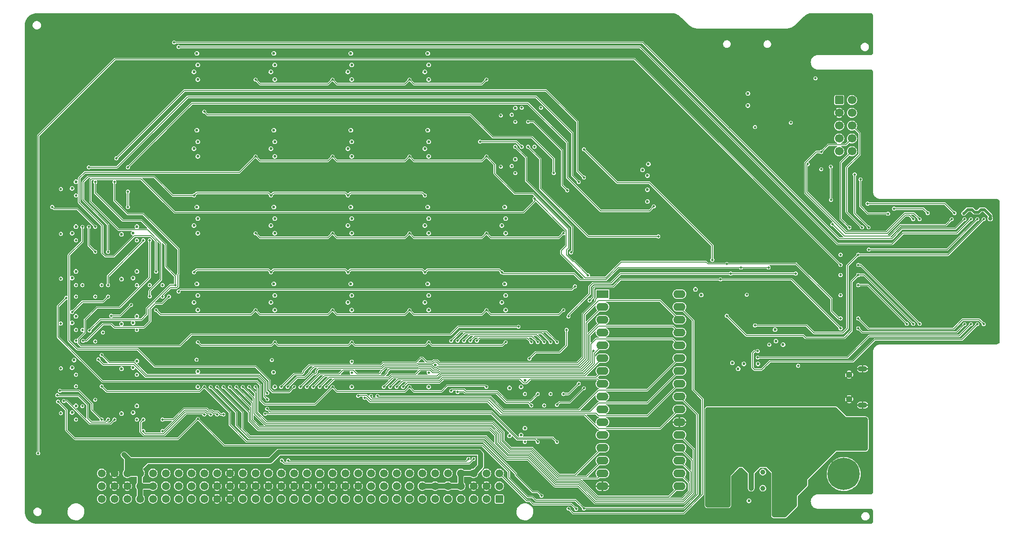
<source format=gbl>
G04 #@! TF.GenerationSoftware,KiCad,Pcbnew,(6.0.2-0)*
G04 #@! TF.CreationDate,2022-04-19T10:06:04-04:00*
G04 #@! TF.ProjectId,NuBus-ESP32,4e754275-732d-4455-9350-33322e6b6963,rev?*
G04 #@! TF.SameCoordinates,Original*
G04 #@! TF.FileFunction,Copper,L4,Bot*
G04 #@! TF.FilePolarity,Positive*
%FSLAX46Y46*%
G04 Gerber Fmt 4.6, Leading zero omitted, Abs format (unit mm)*
G04 Created by KiCad (PCBNEW (6.0.2-0)) date 2022-04-19 10:06:04*
%MOMM*%
%LPD*%
G01*
G04 APERTURE LIST*
G04 Aperture macros list*
%AMRoundRect*
0 Rectangle with rounded corners*
0 $1 Rounding radius*
0 $2 $3 $4 $5 $6 $7 $8 $9 X,Y pos of 4 corners*
0 Add a 4 corners polygon primitive as box body*
4,1,4,$2,$3,$4,$5,$6,$7,$8,$9,$2,$3,0*
0 Add four circle primitives for the rounded corners*
1,1,$1+$1,$2,$3*
1,1,$1+$1,$4,$5*
1,1,$1+$1,$6,$7*
1,1,$1+$1,$8,$9*
0 Add four rect primitives between the rounded corners*
20,1,$1+$1,$2,$3,$4,$5,0*
20,1,$1+$1,$4,$5,$6,$7,0*
20,1,$1+$1,$6,$7,$8,$9,0*
20,1,$1+$1,$8,$9,$2,$3,0*%
G04 Aperture macros list end*
G04 #@! TA.AperFunction,ComponentPad*
%ADD10RoundRect,0.250000X-0.600000X-0.600000X0.600000X-0.600000X0.600000X0.600000X-0.600000X0.600000X0*%
G04 #@! TD*
G04 #@! TA.AperFunction,ComponentPad*
%ADD11C,1.700000*%
G04 #@! TD*
G04 #@! TA.AperFunction,ComponentPad*
%ADD12C,0.800000*%
G04 #@! TD*
G04 #@! TA.AperFunction,ComponentPad*
%ADD13RoundRect,0.249999X0.525001X0.525001X-0.525001X0.525001X-0.525001X-0.525001X0.525001X-0.525001X0*%
G04 #@! TD*
G04 #@! TA.AperFunction,ComponentPad*
%ADD14C,1.550000*%
G04 #@! TD*
G04 #@! TA.AperFunction,ComponentPad*
%ADD15R,2.400000X1.600000*%
G04 #@! TD*
G04 #@! TA.AperFunction,ComponentPad*
%ADD16O,2.400000X1.600000*%
G04 #@! TD*
G04 #@! TA.AperFunction,ComponentPad*
%ADD17C,6.400000*%
G04 #@! TD*
G04 #@! TA.AperFunction,ComponentPad*
%ADD18C,1.300000*%
G04 #@! TD*
G04 #@! TA.AperFunction,ComponentPad*
%ADD19O,1.900000X1.070000*%
G04 #@! TD*
G04 #@! TA.AperFunction,ViaPad*
%ADD20C,0.500000*%
G04 #@! TD*
G04 #@! TA.AperFunction,ViaPad*
%ADD21C,0.600000*%
G04 #@! TD*
G04 #@! TA.AperFunction,ViaPad*
%ADD22C,0.800000*%
G04 #@! TD*
G04 #@! TA.AperFunction,ViaPad*
%ADD23C,1.000000*%
G04 #@! TD*
G04 #@! TA.AperFunction,Conductor*
%ADD24C,0.150000*%
G04 #@! TD*
G04 #@! TA.AperFunction,Conductor*
%ADD25C,1.000000*%
G04 #@! TD*
G04 #@! TA.AperFunction,Conductor*
%ADD26C,0.600000*%
G04 #@! TD*
G04 #@! TA.AperFunction,Conductor*
%ADD27C,0.800000*%
G04 #@! TD*
G04 #@! TA.AperFunction,Conductor*
%ADD28C,0.700000*%
G04 #@! TD*
G04 APERTURE END LIST*
D10*
X229870000Y-52959000D03*
D11*
X232410000Y-52959000D03*
X229870000Y-55499000D03*
X232410000Y-55499000D03*
X229870000Y-58039000D03*
X232410000Y-58039000D03*
X229870000Y-60579000D03*
X232410000Y-60579000D03*
X229870000Y-63119000D03*
X232410000Y-63119000D03*
D12*
X254645500Y-85995000D03*
X252391500Y-87122000D03*
X252391500Y-85995000D03*
X253518500Y-84868000D03*
X252391500Y-84868000D03*
X254645500Y-87122000D03*
X253518500Y-87122000D03*
X254645500Y-84868000D03*
D13*
X162560000Y-132080000D03*
D14*
X160020000Y-132080000D03*
X157480000Y-132080000D03*
X154940000Y-132080000D03*
X152400000Y-132080000D03*
X149860000Y-132080000D03*
X147320000Y-132080000D03*
X144780000Y-132080000D03*
X142240000Y-132080000D03*
X139700000Y-132080000D03*
X137160000Y-132080000D03*
X134620000Y-132080000D03*
X132080000Y-132080000D03*
X129540000Y-132080000D03*
X127000000Y-132080000D03*
X124460000Y-132080000D03*
X121920000Y-132080000D03*
X119380000Y-132080000D03*
X116840000Y-132080000D03*
X114300000Y-132080000D03*
X111760000Y-132080000D03*
X109220000Y-132080000D03*
X106680000Y-132080000D03*
X104140000Y-132080000D03*
X101600000Y-132080000D03*
X99060000Y-132080000D03*
X96520000Y-132080000D03*
X93980000Y-132080000D03*
X91440000Y-132080000D03*
X88900000Y-132080000D03*
X86360000Y-132080000D03*
X83820000Y-132080000D03*
X162560000Y-129540000D03*
X160020000Y-129540000D03*
X157480000Y-129540000D03*
X154940000Y-129540000D03*
X152400000Y-129540000D03*
X149860000Y-129540000D03*
X147320000Y-129540000D03*
X144780000Y-129540000D03*
X142240000Y-129540000D03*
X139700000Y-129540000D03*
X137160000Y-129540000D03*
X134620000Y-129540000D03*
X132080000Y-129540000D03*
X129540000Y-129540000D03*
X127000000Y-129540000D03*
X124460000Y-129540000D03*
X121920000Y-129540000D03*
X119380000Y-129540000D03*
X116840000Y-129540000D03*
X114300000Y-129540000D03*
X111760000Y-129540000D03*
X109220000Y-129540000D03*
X106680000Y-129540000D03*
X104140000Y-129540000D03*
X101600000Y-129540000D03*
X99060000Y-129540000D03*
X96520000Y-129540000D03*
X93980000Y-129540000D03*
X91440000Y-129540000D03*
X88900000Y-129540000D03*
X86360000Y-129540000D03*
X83820000Y-129540000D03*
X162560000Y-127000000D03*
X160020000Y-127000000D03*
X157480000Y-127000000D03*
X154940000Y-127000000D03*
X152400000Y-127000000D03*
X149860000Y-127000000D03*
X147320000Y-127000000D03*
X144780000Y-127000000D03*
X142240000Y-127000000D03*
X139700000Y-127000000D03*
X137160000Y-127000000D03*
X134620000Y-127000000D03*
X132080000Y-127000000D03*
X129540000Y-127000000D03*
X127000000Y-127000000D03*
X124460000Y-127000000D03*
X121920000Y-127000000D03*
X119380000Y-127000000D03*
X116840000Y-127000000D03*
X114300000Y-127000000D03*
X111760000Y-127000000D03*
X109220000Y-127000000D03*
X106680000Y-127000000D03*
X104140000Y-127000000D03*
X101600000Y-127000000D03*
X99060000Y-127000000D03*
X96520000Y-127000000D03*
X93980000Y-127000000D03*
X91440000Y-127000000D03*
X88900000Y-127000000D03*
X86360000Y-127000000D03*
X83820000Y-127000000D03*
D15*
X183007000Y-91440000D03*
D16*
X183007000Y-93980000D03*
X183007000Y-96520000D03*
X183007000Y-99060000D03*
X183007000Y-101600000D03*
X183007000Y-104140000D03*
X183007000Y-106680000D03*
X183007000Y-109220000D03*
X183007000Y-111760000D03*
X183007000Y-114300000D03*
X183007000Y-116840000D03*
X183007000Y-119380000D03*
X183007000Y-121920000D03*
X183007000Y-124460000D03*
X183007000Y-127000000D03*
X183007000Y-129540000D03*
X198247000Y-129540000D03*
X198247000Y-127000000D03*
X198247000Y-124460000D03*
X198247000Y-121920000D03*
X198247000Y-119380000D03*
X198247000Y-116840000D03*
X198247000Y-114300000D03*
X198247000Y-111760000D03*
X198247000Y-109220000D03*
X198247000Y-106680000D03*
X198247000Y-104140000D03*
X198247000Y-101600000D03*
X198247000Y-99060000D03*
X198247000Y-96520000D03*
X198247000Y-93980000D03*
X198247000Y-91440000D03*
D12*
X230759000Y-124727000D03*
D17*
X230759000Y-127127000D03*
D12*
X230759000Y-129527000D03*
X232456056Y-125429944D03*
X229061944Y-128824056D03*
X228359000Y-127127000D03*
X229061944Y-125429944D03*
X232456056Y-128824056D03*
X233159000Y-127127000D03*
X232456056Y-41575056D03*
X232456056Y-38180944D03*
X230759000Y-42278000D03*
X229061944Y-41575056D03*
X233159000Y-39878000D03*
X229061944Y-38180944D03*
X228359000Y-39878000D03*
D17*
X230759000Y-39878000D03*
D12*
X230759000Y-37478000D03*
D18*
X231850000Y-112275000D03*
X231850000Y-107425000D03*
D19*
X234500000Y-113450000D03*
X234500000Y-106250000D03*
D20*
X207645000Y-85471000D03*
X228536500Y-77597000D03*
X221276000Y-87376000D03*
X169545000Y-72517000D03*
X93345000Y-91884500D03*
D21*
X98425000Y-121348500D03*
X175260000Y-125793500D03*
X98425000Y-103568500D03*
X86360000Y-94678500D03*
X86360000Y-103568500D03*
X86360000Y-91884500D03*
X86360000Y-100774500D03*
X175260000Y-122999500D03*
X98425000Y-100774500D03*
X98425000Y-118554500D03*
X101346000Y-61214000D03*
X101346000Y-58928000D03*
X116586000Y-58928000D03*
X131826000Y-74168000D03*
X116586000Y-74168000D03*
X147066000Y-74168000D03*
X116586000Y-76454000D03*
X147066000Y-76454000D03*
X131826000Y-76454000D03*
D20*
X82232500Y-121666000D03*
X71250000Y-128500000D03*
X71250000Y-124900000D03*
X131826000Y-106997500D03*
X119380000Y-106807000D03*
X121920000Y-106807000D03*
X120650000Y-106807000D03*
X124460000Y-106807000D03*
X123190000Y-106807000D03*
X125730000Y-106807000D03*
X127000000Y-106807000D03*
X92075000Y-91948000D03*
X92075000Y-100838000D03*
D21*
X77978000Y-108204000D03*
X90043000Y-117094000D03*
X87757000Y-89789000D03*
X87757000Y-80899000D03*
X90043000Y-81534000D03*
X87757000Y-116459000D03*
X90043000Y-90424000D03*
X90043000Y-108204000D03*
X87757000Y-107569000D03*
X77978000Y-81534000D03*
X77978000Y-90424000D03*
X77978000Y-99314000D03*
X90043000Y-99314000D03*
X87757000Y-98679000D03*
X77978000Y-117094000D03*
D20*
X112395000Y-103886000D03*
X116522500Y-104521000D03*
X101473000Y-104457500D03*
X158750000Y-94615000D03*
X149860000Y-94615000D03*
X156210000Y-94615000D03*
X154940000Y-94615000D03*
X157480000Y-94615000D03*
D21*
X129540000Y-100965000D03*
X144780000Y-100965000D03*
X145542000Y-102489000D03*
X160782000Y-102489000D03*
X160020000Y-100965000D03*
X160020000Y-103886000D03*
X176022000Y-102489000D03*
X175260000Y-103886000D03*
X175260000Y-100965000D03*
X175260000Y-85725000D03*
X175260000Y-88646000D03*
X160020000Y-88646000D03*
X160020000Y-85725000D03*
X160782000Y-87249000D03*
X145542000Y-87249000D03*
X144780000Y-88646000D03*
X144780000Y-85725000D03*
X129540000Y-85725000D03*
X129540000Y-88646000D03*
X130302000Y-87249000D03*
X114300000Y-85725000D03*
X115062000Y-87249000D03*
X114300000Y-88646000D03*
X162306000Y-91694000D03*
X162306000Y-76454000D03*
X162306000Y-89408000D03*
X162306000Y-74168000D03*
X147066000Y-89408000D03*
X131826000Y-104775000D03*
X147066000Y-91694000D03*
X131826000Y-89408000D03*
X131826000Y-91694000D03*
X116586000Y-89408000D03*
X116586000Y-91694000D03*
X101346000Y-74168000D03*
X101346000Y-76454000D03*
X101346000Y-91694000D03*
X101346000Y-89408000D03*
X101346000Y-106807000D03*
X116332000Y-106934000D03*
D20*
X152400000Y-94615000D03*
X151130000Y-94615000D03*
X153670000Y-94615000D03*
X134620000Y-94615000D03*
X140970000Y-94615000D03*
X142240000Y-94615000D03*
X137160000Y-94615000D03*
X135890000Y-94615000D03*
X139700000Y-94615000D03*
X138430000Y-94615000D03*
X143510000Y-94615000D03*
X111125000Y-116205000D03*
X104775000Y-116205000D03*
X112395000Y-116205000D03*
X109855000Y-116205000D03*
X108585000Y-116205000D03*
X106045000Y-116205000D03*
X107315000Y-116205000D03*
X126365000Y-116205000D03*
X120015000Y-116205000D03*
X121285000Y-116205000D03*
X127635000Y-116205000D03*
X123825000Y-116205000D03*
X122555000Y-116205000D03*
X125095000Y-116205000D03*
X136525000Y-116205000D03*
X135255000Y-116205000D03*
X137795000Y-116205000D03*
X139065000Y-116205000D03*
X141605000Y-116205000D03*
X140335000Y-116205000D03*
X142875000Y-116205000D03*
X150495000Y-116205000D03*
X151765000Y-116205000D03*
X154305000Y-116205000D03*
X153035000Y-116205000D03*
X158115000Y-116205000D03*
X156845000Y-116205000D03*
X155575000Y-116205000D03*
D21*
X147066000Y-107061000D03*
D20*
X143637000Y-106807000D03*
X142367000Y-106807000D03*
X141097000Y-106807000D03*
X139827000Y-106807000D03*
X138557000Y-106807000D03*
X137287000Y-106807000D03*
X136017000Y-106807000D03*
X134747000Y-106807000D03*
X129540000Y-106807000D03*
X114300000Y-106807000D03*
X113030000Y-106807000D03*
X128270000Y-106807000D03*
X107950000Y-106807000D03*
X106680000Y-106807000D03*
X111760000Y-106807000D03*
X110490000Y-106807000D03*
X109220000Y-106807000D03*
X104140000Y-106807000D03*
X105410000Y-106807000D03*
X148590000Y-116205000D03*
X133350000Y-116205000D03*
X118110000Y-116205000D03*
X127000000Y-94615000D03*
X121920000Y-94615000D03*
X125730000Y-94615000D03*
X128270000Y-94615000D03*
X124460000Y-94615000D03*
X120650000Y-94615000D03*
X123190000Y-94615000D03*
X119380000Y-94615000D03*
X110490000Y-94615000D03*
X109220000Y-94615000D03*
X111760000Y-94615000D03*
X106680000Y-94615000D03*
X107950000Y-94615000D03*
X105410000Y-94615000D03*
X113030000Y-94615000D03*
D21*
X144780000Y-103886000D03*
X160020000Y-119126000D03*
X160020000Y-116205000D03*
X144780000Y-116205000D03*
X144780000Y-119126000D03*
X129540000Y-119126000D03*
X129540000Y-116205000D03*
X114300000Y-119126000D03*
X114300000Y-116205000D03*
X114300000Y-100965000D03*
X115062000Y-102489000D03*
X114300000Y-103886000D03*
X129540000Y-103886000D03*
X130302000Y-102489000D03*
D20*
X119253000Y-112268000D03*
X110967520Y-128270000D03*
X113507520Y-128270000D03*
X112552480Y-128270000D03*
X115092480Y-128270000D03*
X116047520Y-128270000D03*
X118587520Y-128270000D03*
X117632480Y-128270000D03*
X121127520Y-128270000D03*
X120172480Y-128270000D03*
X122712480Y-128270000D03*
X123667520Y-128270000D03*
X126207520Y-128270000D03*
X125252480Y-128270000D03*
X127792480Y-128270000D03*
X128747520Y-128270000D03*
X131287520Y-128270000D03*
X130332480Y-128270000D03*
X132872480Y-128270000D03*
X133827520Y-128270000D03*
X132872480Y-128270000D03*
X133827520Y-128270000D03*
X135412480Y-128270000D03*
X136367520Y-128270000D03*
X138907520Y-128270000D03*
X137952480Y-128270000D03*
X141447520Y-128270000D03*
X140492480Y-128270000D03*
X143032480Y-128270000D03*
X143987520Y-128270000D03*
X145572480Y-128270000D03*
X146527520Y-128270000D03*
X149067520Y-128270000D03*
X148112480Y-128270000D03*
X150652480Y-128270000D03*
D21*
X164592000Y-111379000D03*
X166878000Y-112014000D03*
D20*
X193802000Y-84328000D03*
X192532000Y-84328000D03*
X191262000Y-84328000D03*
X187452000Y-84328000D03*
X186309000Y-83185000D03*
X186309000Y-81915000D03*
X186309000Y-79375000D03*
X194945000Y-79375000D03*
X186309000Y-80645000D03*
X194945000Y-80645000D03*
X194945000Y-76835000D03*
X194945000Y-78105000D03*
X186309000Y-78105000D03*
X186309000Y-76835000D03*
X194945000Y-75565000D03*
X194945000Y-74295000D03*
X193802000Y-73152000D03*
X189992000Y-73152000D03*
X188722000Y-73152000D03*
X187452000Y-73152000D03*
X186309000Y-74295000D03*
X186309000Y-75565000D03*
D21*
X86995000Y-123317000D03*
X194564000Y-66802000D03*
X195008500Y-82550000D03*
X201422000Y-94107000D03*
X193421000Y-65659000D03*
X193421000Y-67945000D03*
X202565000Y-92964000D03*
X200279000Y-92964000D03*
X189357000Y-84391500D03*
X189357000Y-86741000D03*
X197358000Y-82550000D03*
D20*
X165163500Y-58102500D03*
D21*
X162814000Y-57404000D03*
X162814000Y-67564000D03*
D20*
X165163500Y-68262500D03*
X165735000Y-69723000D03*
X172085000Y-67437000D03*
X235600000Y-109050000D03*
D22*
X257048000Y-74295000D03*
D20*
X250253500Y-76708000D03*
X248983500Y-76708000D03*
X247713500Y-76708000D03*
D22*
X261048500Y-97536000D03*
X261048500Y-76454000D03*
X243268500Y-76454000D03*
X243268500Y-80010000D03*
X241490500Y-81280000D03*
D23*
X210150000Y-126750000D03*
X210150000Y-129950000D03*
D20*
X81788000Y-104013000D03*
X161290000Y-126047500D03*
X166243000Y-124714000D03*
X148590000Y-119126000D03*
X133350000Y-119126000D03*
X85090000Y-128270000D03*
X82550000Y-128270000D03*
X163830000Y-130810000D03*
D21*
X85852000Y-124460000D03*
X147193000Y-104648000D03*
D20*
X172720000Y-123063000D03*
X168910000Y-125730000D03*
X118110000Y-119126000D03*
D21*
X168402000Y-128778000D03*
X167259000Y-129921000D03*
X167259000Y-127635000D03*
D20*
X92232480Y-128270000D03*
X156210000Y-125476000D03*
X166814500Y-121348500D03*
X154559000Y-124142500D03*
X154470100Y-125501400D03*
X153200100Y-125501400D03*
X153670000Y-128524000D03*
X153670000Y-130810000D03*
X156210000Y-130810000D03*
X156210000Y-128270000D03*
X161290000Y-130810000D03*
X158750000Y-130810000D03*
X161290000Y-128270000D03*
X158750000Y-128270000D03*
X151130000Y-131064000D03*
D21*
X164592000Y-120904000D03*
D20*
X92710000Y-131064000D03*
X105410000Y-128270000D03*
X102870000Y-128270000D03*
X107950000Y-128270000D03*
X107950000Y-130810000D03*
X105410000Y-130810000D03*
X102870000Y-130810000D03*
X97790000Y-131064000D03*
X100330000Y-131064000D03*
X148590000Y-131064000D03*
X143510000Y-131064000D03*
X146050000Y-131064000D03*
X138430000Y-131064000D03*
X140970000Y-131064000D03*
X133350000Y-131064000D03*
X135890000Y-131064000D03*
X128270000Y-131064000D03*
X130810000Y-131064000D03*
X123190000Y-131064000D03*
X125730000Y-131064000D03*
X113030000Y-131064000D03*
X110490000Y-131064000D03*
X118110000Y-131064000D03*
X120650000Y-131064000D03*
X115570000Y-131064000D03*
X95250000Y-128270000D03*
X90170000Y-128270000D03*
X87630000Y-128270000D03*
X87630000Y-130810000D03*
X90170000Y-130810000D03*
X95250000Y-130810000D03*
X93187520Y-128270000D03*
X97312480Y-128270000D03*
X98267520Y-128270000D03*
X100807520Y-128270000D03*
X99852480Y-128270000D03*
X110012480Y-128270000D03*
D21*
X160020000Y-73406000D03*
X160020000Y-70485000D03*
X160782000Y-72009000D03*
X115062000Y-56769000D03*
X160782000Y-56769000D03*
X144780000Y-58166000D03*
X145542000Y-56769000D03*
X130302000Y-56769000D03*
X144780000Y-70485000D03*
X147066000Y-43688000D03*
X114300000Y-58166000D03*
X116586000Y-45974000D03*
X114300000Y-73406000D03*
X144780000Y-55245000D03*
X160020000Y-58166000D03*
X115062000Y-72009000D03*
X114300000Y-55245000D03*
X129540000Y-73406000D03*
X116586000Y-43688000D03*
X130302000Y-72009000D03*
X101346000Y-45974000D03*
X160020000Y-55245000D03*
X116586000Y-61214000D03*
X129540000Y-55245000D03*
X147066000Y-58928000D03*
X129540000Y-70485000D03*
X147066000Y-45974000D03*
X131826000Y-43688000D03*
X101346000Y-43688000D03*
X129540000Y-58166000D03*
X131826000Y-45974000D03*
X131826000Y-58928000D03*
X114300000Y-70485000D03*
D20*
X235600000Y-110650000D03*
D21*
X233400000Y-110650000D03*
X233400000Y-109050000D03*
D20*
X230850000Y-108550000D03*
X151930100Y-125501400D03*
X143040100Y-125501400D03*
X145580100Y-125501400D03*
X144310100Y-125501400D03*
X141770100Y-125501400D03*
X148120100Y-125501400D03*
X149390100Y-125501400D03*
X146850100Y-125501400D03*
X150660100Y-125501400D03*
X136690100Y-125501400D03*
X137960100Y-125501400D03*
X140500100Y-125501400D03*
X139230100Y-125501400D03*
X132715000Y-125476000D03*
X135420100Y-125501400D03*
X134150100Y-125476000D03*
X131292600Y-125501400D03*
X110972600Y-125501400D03*
X112242600Y-125501400D03*
X114782600Y-125501400D03*
X113512600Y-125501400D03*
X117322600Y-125501400D03*
X118592600Y-125501400D03*
X116052600Y-125501400D03*
X119862600Y-125501400D03*
X127482600Y-125501400D03*
X130022600Y-125501400D03*
X128752600Y-125501400D03*
X126212600Y-125501400D03*
X124942600Y-125501400D03*
X123672600Y-125501400D03*
X122402600Y-125501400D03*
X121132600Y-125501400D03*
X148590000Y-55245000D03*
X133350000Y-55245000D03*
X102870000Y-55245000D03*
X118110000Y-55245000D03*
X75755500Y-116522500D03*
X75755500Y-107632500D03*
X75755500Y-98742500D03*
X75755500Y-89852500D03*
X75755500Y-80962500D03*
X157480000Y-76327000D03*
X158750000Y-76327000D03*
X154940000Y-76327000D03*
X153670000Y-76327000D03*
X156210000Y-76327000D03*
X160020000Y-76327000D03*
X151130000Y-76327000D03*
X152400000Y-76327000D03*
X140970000Y-76327000D03*
X142240000Y-76327000D03*
X139700000Y-76327000D03*
X138430000Y-76327000D03*
X137160000Y-76327000D03*
X144780000Y-76327000D03*
X143510000Y-76327000D03*
X135890000Y-76327000D03*
X123190000Y-76327000D03*
X121920000Y-76327000D03*
X120650000Y-76327000D03*
X124460000Y-76327000D03*
X128270000Y-76327000D03*
X129540000Y-76327000D03*
X127000000Y-76327000D03*
X125730000Y-76327000D03*
X113030000Y-76327000D03*
X111760000Y-76327000D03*
X110490000Y-76327000D03*
X114300000Y-76327000D03*
X107950000Y-76327000D03*
X105410000Y-76327000D03*
X106680000Y-76327000D03*
X109220000Y-76327000D03*
D21*
X131826000Y-61214000D03*
X147066000Y-61214000D03*
X145542000Y-72009000D03*
X144780000Y-73406000D03*
D20*
X230100000Y-79950000D03*
X216014000Y-92900000D03*
X205613000Y-71374000D03*
X203644500Y-103949500D03*
X230150000Y-89650000D03*
X211300000Y-55000000D03*
X226314000Y-61341000D03*
D23*
X203850000Y-50500000D03*
X202450000Y-51850000D03*
X203850000Y-53200000D03*
D20*
X241427000Y-73025000D03*
X236601000Y-72517000D03*
X236601000Y-101473000D03*
X208978500Y-111950500D03*
X239395000Y-100965000D03*
D23*
X217250000Y-42250000D03*
D21*
X208724500Y-103759000D03*
D23*
X202950000Y-40550000D03*
D20*
X211137500Y-111950500D03*
D21*
X211010500Y-103378000D03*
D23*
X202950000Y-43950000D03*
D20*
X180276500Y-98552000D03*
X179959000Y-96329500D03*
X219710000Y-105664000D03*
X191579500Y-118618000D03*
X191135000Y-120586500D03*
X191897000Y-116268500D03*
X192278000Y-114109500D03*
X121031000Y-36195000D03*
X188595000Y-111950500D03*
X230150000Y-94250000D03*
D21*
X209867500Y-102616000D03*
D20*
X250253500Y-97282000D03*
X190119000Y-120586500D03*
X188214000Y-109791500D03*
D23*
X201750000Y-42250000D03*
D20*
X251523500Y-97282000D03*
X192913000Y-110172500D03*
X248983500Y-97282000D03*
X215714000Y-96550000D03*
X252793500Y-97282000D03*
X180911500Y-100457000D03*
X189674500Y-118618000D03*
D23*
X219650000Y-42250000D03*
D20*
X202565000Y-104965500D03*
X188976000Y-114109500D03*
D23*
X205250000Y-51850000D03*
D20*
X242050000Y-97850000D03*
X236093000Y-104267000D03*
X187833000Y-107632500D03*
X189357000Y-116268500D03*
D23*
X204150000Y-42250000D03*
D20*
X214264000Y-92900000D03*
X236093000Y-67691000D03*
X242379500Y-75184000D03*
X203581000Y-72390000D03*
X210150000Y-54150000D03*
X201485500Y-103949500D03*
X228550000Y-99650000D03*
X226314000Y-59817000D03*
X216200000Y-54150000D03*
X214714000Y-97100000D03*
X204597000Y-71882000D03*
X216050000Y-61650000D03*
X213750000Y-65000000D03*
X185547000Y-94678500D03*
X83312000Y-91249500D03*
X80899000Y-82740500D03*
X179641500Y-113792000D03*
X180721000Y-127444500D03*
X234600000Y-71900000D03*
X186309000Y-98996500D03*
X99542600Y-125501400D03*
X200723500Y-89408000D03*
X194564000Y-98615500D03*
D21*
X255841500Y-75438000D03*
D20*
X195834000Y-90995500D03*
X238050000Y-75000000D03*
X186690000Y-101155500D03*
X230850000Y-69200000D03*
X177800000Y-131191000D03*
X80835500Y-86868000D03*
X79692500Y-82423000D03*
X198501000Y-133413500D03*
X178816000Y-130873500D03*
X214600000Y-63000000D03*
X195326000Y-94297500D03*
X193040000Y-107251500D03*
X185928000Y-96837500D03*
X80645000Y-85852000D03*
X192659000Y-113030000D03*
X97002600Y-125501400D03*
X217100000Y-61300000D03*
X98272600Y-125501400D03*
X187452000Y-105473500D03*
X93345000Y-121475500D03*
X194945000Y-96456500D03*
X95732600Y-125501400D03*
X193802000Y-102933500D03*
D21*
X258254500Y-75438000D03*
D20*
X179578000Y-128460500D03*
X194183000Y-100838000D03*
X232150000Y-70200000D03*
X176784000Y-131064000D03*
X197040500Y-131445000D03*
X84645500Y-85979000D03*
X238250000Y-74000000D03*
X185166000Y-93535500D03*
X93192600Y-125501400D03*
X233550000Y-72250000D03*
X179070000Y-127127000D03*
X187071000Y-103314500D03*
X215750000Y-62750000D03*
X85090000Y-107632500D03*
X213950000Y-63750000D03*
X193421000Y-105092500D03*
X85598000Y-90614500D03*
X81216500Y-90805000D03*
X82486500Y-86233000D03*
X233500000Y-73600000D03*
X229200000Y-68200000D03*
X185547000Y-85153500D03*
X180403500Y-115570000D03*
X94462600Y-125501400D03*
X198501000Y-134429500D03*
X237400000Y-76000000D03*
X229150000Y-71200000D03*
X230800000Y-72250000D03*
D23*
X219700000Y-51850000D03*
D21*
X212407500Y-100774500D03*
D23*
X218500000Y-50500000D03*
D21*
X214000000Y-54050000D03*
D23*
X218500000Y-53200000D03*
D20*
X88773000Y-100457000D03*
X96520000Y-123190000D03*
X233807000Y-136525000D03*
D21*
X213250000Y-132200000D03*
D20*
X79756000Y-116967000D03*
X119380000Y-73533000D03*
X110490000Y-73533000D03*
X107950000Y-73533000D03*
X113030000Y-73533000D03*
X111760000Y-73533000D03*
X104140000Y-73533000D03*
X192532000Y-64008000D03*
D21*
X209500000Y-131350000D03*
D20*
X201422000Y-68707000D03*
X202946000Y-68707000D03*
X199898000Y-68707000D03*
X191897000Y-62992000D03*
X88392000Y-91821000D03*
X75755500Y-72072500D03*
X106680000Y-73533000D03*
X105410000Y-73533000D03*
X109220000Y-73533000D03*
X88519000Y-93853000D03*
D21*
X210600000Y-132450000D03*
X212100000Y-133350000D03*
D20*
X213200000Y-134450000D03*
X156210000Y-73533000D03*
X154940000Y-73533000D03*
X151130000Y-73533000D03*
X137160000Y-73533000D03*
X134620000Y-76327000D03*
X140970000Y-73533000D03*
X123190000Y-73533000D03*
X84328000Y-124841000D03*
X104140000Y-76327000D03*
X139700000Y-73533000D03*
X96520000Y-121920000D03*
X128270000Y-73533000D03*
X119380000Y-76327000D03*
X124460000Y-73533000D03*
X149860000Y-73533000D03*
X120650000Y-73533000D03*
X149860000Y-76327000D03*
X152400000Y-73533000D03*
X134620000Y-73533000D03*
X125730000Y-73533000D03*
X138430000Y-73533000D03*
X89281000Y-85344000D03*
X135890000Y-73533000D03*
X127000000Y-73533000D03*
X142240000Y-73533000D03*
X121920000Y-73533000D03*
X143510000Y-73533000D03*
D21*
X215265000Y-100774500D03*
X211010500Y-101473000D03*
X214000000Y-51650000D03*
D23*
X218450000Y-43950000D03*
D20*
X89789000Y-123507500D03*
D21*
X215836500Y-98488500D03*
D20*
X89027000Y-111633000D03*
X88773000Y-119380000D03*
X88519000Y-103251000D03*
X89535000Y-113411000D03*
D21*
X213804500Y-101473000D03*
D20*
X88265000Y-83439000D03*
X78613000Y-122047000D03*
X88773000Y-121031000D03*
X158750000Y-73533000D03*
D23*
X218450000Y-40550000D03*
D20*
X157480000Y-73533000D03*
X153670000Y-73533000D03*
X123190000Y-136525000D03*
X164211000Y-52959000D03*
X69088000Y-132969000D03*
X169100500Y-53784500D03*
X173228000Y-136525000D03*
X148336000Y-136525000D03*
X138176000Y-136525000D03*
X153416000Y-136525000D03*
X143256000Y-136525000D03*
X128016000Y-136525000D03*
X163576000Y-136525000D03*
X158496000Y-136525000D03*
X133096000Y-136525000D03*
X168656000Y-136525000D03*
X236093000Y-130683000D03*
X236093000Y-115443000D03*
X246507000Y-73025000D03*
X256667000Y-73025000D03*
X236093000Y-62611000D03*
X259334000Y-100965000D03*
X251587000Y-73025000D03*
X236093000Y-52451000D03*
X236093000Y-57531000D03*
X236093000Y-125603000D03*
X236093000Y-47371000D03*
X236093000Y-120523000D03*
X69088000Y-60071000D03*
X69088000Y-65151000D03*
X77724000Y-136525000D03*
X69088000Y-75311000D03*
X82804000Y-136525000D03*
X92964000Y-136525000D03*
X69088000Y-70231000D03*
X172720000Y-52705000D03*
X87884000Y-136525000D03*
X183007000Y-136525000D03*
X177927000Y-136525000D03*
X228727000Y-136525000D03*
X193167000Y-136525000D03*
X218567000Y-136525000D03*
X188087000Y-136525000D03*
X223647000Y-136525000D03*
X69088000Y-127889000D03*
X72644000Y-36195000D03*
X69088000Y-112649000D03*
X69088000Y-107569000D03*
X69088000Y-80391000D03*
X69088000Y-86360000D03*
X118364000Y-136525000D03*
X113284000Y-136525000D03*
X208407000Y-136525000D03*
X103124000Y-136525000D03*
X69088000Y-92329000D03*
X69088000Y-97409000D03*
X69088000Y-39751000D03*
X98044000Y-136525000D03*
X198247000Y-136525000D03*
X203327000Y-136525000D03*
X72644000Y-136525000D03*
X213487000Y-136525000D03*
X108204000Y-136525000D03*
X69088000Y-102489000D03*
X164719000Y-51689000D03*
X69088000Y-54991000D03*
X69088000Y-49911000D03*
X69088000Y-122809000D03*
X69088000Y-44831000D03*
X69088000Y-117729000D03*
X254635000Y-100965000D03*
X261239000Y-73025000D03*
X244475000Y-100965000D03*
X249555000Y-100965000D03*
X222504000Y-64516000D03*
X206375000Y-92392500D03*
D23*
X209850000Y-120350000D03*
X215050000Y-120350000D03*
X212450000Y-123750000D03*
X217050000Y-135250000D03*
X219050000Y-135250000D03*
X219050000Y-133250000D03*
X217050000Y-133250000D03*
X219050000Y-131250000D03*
X217050000Y-131250000D03*
X221050000Y-131250000D03*
X219050000Y-129250000D03*
X221050000Y-129250000D03*
X217050000Y-129250000D03*
X223050000Y-129250000D03*
X217050000Y-127250000D03*
X221050000Y-127250000D03*
X223050000Y-127250000D03*
X219050000Y-127250000D03*
X217050000Y-125250000D03*
X221050000Y-125250000D03*
X223050000Y-125250000D03*
X219050000Y-125250000D03*
X223050000Y-114350000D03*
X223050000Y-116350000D03*
X223050000Y-123750000D03*
X223050000Y-122050000D03*
X223050000Y-120350000D03*
X223050000Y-118350000D03*
X221050000Y-116350000D03*
X221050000Y-118350000D03*
X221050000Y-120350000D03*
X221050000Y-114350000D03*
X221050000Y-123750000D03*
X221050000Y-122050000D03*
X219050000Y-118350000D03*
X219050000Y-114350000D03*
X219050000Y-122050000D03*
X219050000Y-116350000D03*
X219050000Y-120350000D03*
X219050000Y-123750000D03*
X217050000Y-114350000D03*
X217050000Y-118350000D03*
X217050000Y-116350000D03*
X217050000Y-120350000D03*
X217050000Y-122050000D03*
X217050000Y-123750000D03*
X215050000Y-114350000D03*
X209850000Y-114350000D03*
X212450000Y-114350000D03*
X212450000Y-116350000D03*
X209850000Y-116350000D03*
X215050000Y-116350000D03*
X215050000Y-118350000D03*
X212450000Y-118350000D03*
X209850000Y-118350000D03*
X215050000Y-125250000D03*
X209850000Y-125250000D03*
X212450000Y-125250000D03*
X209850000Y-123750000D03*
X215050000Y-123750000D03*
X203850000Y-133250000D03*
X203850000Y-131250000D03*
X221050000Y-133250000D03*
D20*
X213200000Y-58300000D03*
X226314000Y-66675000D03*
X225171000Y-48641000D03*
X221742000Y-105664000D03*
X169545000Y-62230000D03*
D22*
X259778500Y-76454000D03*
D23*
X205850000Y-133250000D03*
X207850000Y-133250000D03*
X205850000Y-131250000D03*
X207850000Y-131250000D03*
X203850000Y-129250000D03*
X205850000Y-129250000D03*
X207850000Y-129250000D03*
X205850000Y-127250000D03*
X203850000Y-127250000D03*
X207850000Y-127250000D03*
X203850000Y-116350000D03*
X203850000Y-123750000D03*
X203850000Y-125250000D03*
X203850000Y-114350000D03*
X203850000Y-120350000D03*
X203850000Y-118350000D03*
X203850000Y-122050000D03*
X205850000Y-114350000D03*
X205850000Y-123750000D03*
X205850000Y-118350000D03*
X205850000Y-116350000D03*
X205850000Y-125250000D03*
X205850000Y-120350000D03*
X205850000Y-122050000D03*
X207850000Y-114350000D03*
X207850000Y-116350000D03*
X207850000Y-118350000D03*
X207850000Y-125250000D03*
X207850000Y-123750000D03*
X207850000Y-120350000D03*
X207850000Y-122050000D03*
X235050000Y-120350000D03*
X235050000Y-116350000D03*
X235050000Y-118350000D03*
X235050000Y-122050000D03*
X233050000Y-116350000D03*
X233050000Y-122050000D03*
X233050000Y-118350000D03*
X233050000Y-120350000D03*
X231050000Y-122050000D03*
X231050000Y-116350000D03*
X231050000Y-120350000D03*
X231050000Y-118350000D03*
X229050000Y-116350000D03*
X229050000Y-120350000D03*
X229050000Y-118350000D03*
X229050000Y-114350000D03*
X229050000Y-122050000D03*
X227050000Y-122050000D03*
X227050000Y-118350000D03*
X227050000Y-114350000D03*
X227050000Y-123750000D03*
X227050000Y-116350000D03*
X227050000Y-120350000D03*
X225050000Y-125250000D03*
X225050000Y-114350000D03*
X225050000Y-116350000D03*
X225050000Y-123750000D03*
X225050000Y-122050000D03*
X225050000Y-120350000D03*
X225050000Y-118350000D03*
D20*
X230150000Y-83650000D03*
X230150000Y-87650000D03*
X230150000Y-91650000D03*
D21*
X209867500Y-106235500D03*
X208724500Y-105092500D03*
X211010500Y-105283000D03*
X213804500Y-105283000D03*
X217360500Y-100774500D03*
D20*
X216027000Y-101473000D03*
D21*
X217170000Y-98488500D03*
X218757500Y-101473000D03*
D20*
X220300000Y-57450000D03*
D21*
X211800000Y-51650000D03*
X211800000Y-54050000D03*
D20*
X75755500Y-70612000D03*
D21*
X77978000Y-70485000D03*
X78740000Y-69151500D03*
D20*
X78740000Y-71882000D03*
D21*
X212000000Y-132450000D03*
X254508000Y-75438000D03*
X163068000Y-77851000D03*
X133350000Y-79375000D03*
X148590000Y-94615000D03*
X163830000Y-94615000D03*
X148590000Y-79375000D03*
X163830000Y-79375000D03*
D20*
X133350000Y-104838500D03*
X133350000Y-106997500D03*
D21*
X148399500Y-89408000D03*
X117348000Y-93091000D03*
X148590000Y-91694000D03*
X133159500Y-89408000D03*
X163830000Y-91694000D03*
X102108000Y-77851000D03*
X163639500Y-89408000D03*
X163830000Y-76454000D03*
X102870000Y-79375000D03*
X118110000Y-94615000D03*
X118110000Y-79375000D03*
X87757000Y-97345500D03*
X133350000Y-94615000D03*
X163068000Y-93091000D03*
X148590000Y-109855000D03*
X148590000Y-109855000D03*
D20*
X78740000Y-116332000D03*
D21*
X77978000Y-114935000D03*
X102108000Y-93091000D03*
X118110000Y-109855000D03*
X102870000Y-94615000D03*
X133350000Y-91694000D03*
D20*
X117538500Y-104521000D03*
D21*
X147828000Y-93091000D03*
X133350000Y-109855000D03*
X132588000Y-77851000D03*
X78740000Y-113601500D03*
X147828000Y-77851000D03*
X163639500Y-74168000D03*
X132588000Y-93091000D03*
D20*
X148590000Y-106997500D03*
D21*
X102870000Y-109855000D03*
D20*
X102616000Y-104457500D03*
D21*
X117348000Y-77851000D03*
X118110000Y-91694000D03*
X117856000Y-106934000D03*
X117919500Y-89408000D03*
X102679500Y-89408000D03*
D23*
X212450000Y-129950000D03*
D21*
X102679500Y-74168000D03*
X102870000Y-91694000D03*
X102870000Y-76454000D03*
D23*
X212450000Y-126750000D03*
D21*
X102870000Y-106807000D03*
X148590000Y-76454000D03*
X117919500Y-74168000D03*
D20*
X78740000Y-89662000D03*
X82550000Y-91948000D03*
X82550000Y-112395000D03*
X78740000Y-91948000D03*
D21*
X90043000Y-79375000D03*
X133350000Y-76454000D03*
X87757000Y-115125500D03*
D20*
X90805000Y-116332000D03*
D21*
X90043000Y-114935000D03*
D20*
X78740000Y-80772000D03*
D21*
X90805000Y-78041500D03*
D20*
X80010000Y-89662000D03*
X82550000Y-100838000D03*
D21*
X148399500Y-74168000D03*
X77978000Y-97155000D03*
D20*
X90805000Y-107442000D03*
D21*
X90043000Y-97155000D03*
X90805000Y-95821500D03*
D20*
X78740000Y-109728000D03*
X80010000Y-113665000D03*
X78740000Y-98552000D03*
D21*
X78740000Y-78041500D03*
X90805000Y-113601500D03*
D20*
X78740000Y-107442000D03*
X93345000Y-89662000D03*
D21*
X90805000Y-104711500D03*
X77978000Y-106045000D03*
D20*
X90805000Y-80772000D03*
D21*
X78740000Y-86931500D03*
D20*
X90805000Y-98552000D03*
D21*
X77978000Y-79375000D03*
D20*
X80010000Y-98552000D03*
X95885000Y-89662000D03*
X83820000Y-89662000D03*
D21*
X90043000Y-106045000D03*
X77978000Y-88265000D03*
X87757000Y-106235500D03*
X87757000Y-79565500D03*
X78740000Y-95821500D03*
D20*
X172720000Y-111252000D03*
D21*
X78359000Y-104521000D03*
X166878000Y-109855000D03*
X167640000Y-118046500D03*
D23*
X212450000Y-120350000D03*
D21*
X164592000Y-110045500D03*
D20*
X171450000Y-113538000D03*
X84074000Y-99060000D03*
D21*
X166878000Y-119380000D03*
D23*
X215050000Y-122050000D03*
D20*
X167640000Y-111252000D03*
D23*
X209850000Y-122050000D03*
D21*
X149923500Y-105473500D03*
X164592000Y-119570500D03*
D20*
X167640000Y-120777000D03*
D21*
X167640000Y-108521500D03*
D20*
X167005000Y-54483000D03*
D21*
X133350000Y-64135000D03*
X147828000Y-62611000D03*
X148590000Y-64135000D03*
X133159500Y-58928000D03*
D20*
X75755500Y-106172000D03*
D21*
X133350000Y-61214000D03*
D20*
X75755500Y-88392000D03*
D21*
X148399500Y-58928000D03*
X132588000Y-62611000D03*
X148590000Y-61214000D03*
D20*
X75755500Y-79502000D03*
X75755500Y-97282000D03*
X170815000Y-54483000D03*
X165036500Y-66040000D03*
X165036500Y-55880000D03*
X162877500Y-56007000D03*
X78740000Y-100711000D03*
X165735000Y-67437000D03*
D21*
X165735000Y-64706500D03*
D20*
X165735000Y-57277000D03*
D21*
X165735000Y-54546500D03*
D20*
X75755500Y-115062000D03*
X162877500Y-66167000D03*
D21*
X148399500Y-43688000D03*
X148590000Y-48895000D03*
X117919500Y-58928000D03*
X117919500Y-43688000D03*
X102870000Y-45974000D03*
X118110000Y-48895000D03*
X102870000Y-48895000D03*
X133159500Y-74168000D03*
X148590000Y-45974000D03*
X118110000Y-61214000D03*
X133350000Y-45974000D03*
X133159500Y-43688000D03*
X102108000Y-47371000D03*
X102108000Y-62611000D03*
X102870000Y-64135000D03*
X133350000Y-48895000D03*
X117348000Y-62611000D03*
X118110000Y-45974000D03*
X102679500Y-43688000D03*
X132588000Y-47371000D03*
X102870000Y-61214000D03*
X147828000Y-47371000D03*
X118110000Y-64135000D03*
X117348000Y-47371000D03*
X118110000Y-76454000D03*
X102679500Y-58928000D03*
D20*
X211582000Y-91567000D03*
X235500000Y-73500000D03*
X252708000Y-75375000D03*
X240750000Y-74500000D03*
X247408000Y-75375000D03*
X223647000Y-65659000D03*
X245808500Y-76581000D03*
X234400000Y-78200000D03*
X226314000Y-63246000D03*
X244538500Y-76581000D03*
X231900000Y-78250000D03*
X233650000Y-83650000D03*
X213200000Y-97650000D03*
X258508500Y-76581000D03*
X207600000Y-95750000D03*
X233650000Y-87650000D03*
X244538500Y-97345500D03*
X239550000Y-75500000D03*
X234100000Y-68700000D03*
X232950000Y-67700000D03*
X235700000Y-78200000D03*
X235750000Y-82600000D03*
X257238500Y-76581000D03*
X157480000Y-124142500D03*
X119507000Y-124460000D03*
X179324000Y-133985000D03*
X82550000Y-78105000D03*
X74041000Y-74168000D03*
X194056000Y-80010000D03*
X168275000Y-62230000D03*
X75184000Y-112776000D03*
X102870000Y-116205000D03*
X77978000Y-94996000D03*
X85090000Y-91948000D03*
X76835000Y-92202000D03*
X129540000Y-109855000D03*
X160020000Y-109855000D03*
X144780000Y-109855000D03*
X228250000Y-72750000D03*
X228219000Y-66167000D03*
X233650000Y-89650000D03*
X243268500Y-97345500D03*
X114300000Y-109855000D03*
X113030000Y-109855000D03*
X111760000Y-109855000D03*
X110490000Y-109855000D03*
X109220000Y-109855000D03*
X107950000Y-109855000D03*
X106680000Y-109855000D03*
X105410000Y-109855000D03*
D21*
X88265000Y-123317000D03*
X190944500Y-66802000D03*
X191897000Y-67945000D03*
X192087500Y-65659000D03*
X202565000Y-91630500D03*
X201422000Y-90487500D03*
X191897000Y-73088500D03*
X191897000Y-70739000D03*
D23*
X214750000Y-126750000D03*
X214750000Y-129950000D03*
D21*
X89408000Y-124460000D03*
D20*
X257238500Y-97409000D03*
X213741000Y-102743000D03*
X255968500Y-97409000D03*
X213741000Y-104013000D03*
X95885000Y-118618000D03*
X106680000Y-115316000D03*
X104140000Y-115316000D03*
X92075000Y-116332000D03*
X94615000Y-94615000D03*
X114300000Y-94615000D03*
X129540000Y-94615000D03*
X144780000Y-94615000D03*
X160020000Y-94615000D03*
X175260000Y-94615000D03*
X167005000Y-62230000D03*
X158750000Y-61214000D03*
X154305000Y-110871000D03*
X168910000Y-113538000D03*
X153035000Y-110617000D03*
X170180000Y-111252000D03*
X147828000Y-71882000D03*
X132588000Y-71882000D03*
X102108000Y-71882000D03*
X85090000Y-83058000D03*
X117348000Y-71882000D03*
X92075000Y-80772000D03*
X85090000Y-89662000D03*
X85725000Y-95758000D03*
X89662000Y-93599000D03*
X176784000Y-83185000D03*
X168529000Y-104267000D03*
X165735000Y-62230000D03*
X175895000Y-98552000D03*
X177800000Y-134048500D03*
X81280000Y-78105000D03*
X86360000Y-116332000D03*
X76327000Y-112649000D03*
X82550000Y-83058000D03*
X156464000Y-124142500D03*
X120777000Y-124460000D03*
X95885000Y-116332000D03*
X107950000Y-115316000D03*
X92075000Y-118618000D03*
X105410000Y-115316000D03*
X142240000Y-109855000D03*
X143510000Y-109855000D03*
X153035000Y-100711000D03*
X173990000Y-100965000D03*
X172720000Y-100965000D03*
X154305000Y-100711000D03*
X171450000Y-100965000D03*
X155575000Y-100711000D03*
X170180000Y-100965000D03*
X156845000Y-100711000D03*
X168910000Y-100965000D03*
X158115000Y-100711000D03*
X127000000Y-109855000D03*
X181229000Y-102679500D03*
X128270000Y-109855000D03*
X134620000Y-111633000D03*
X135890000Y-112014000D03*
X137160000Y-111633000D03*
X138430000Y-111633000D03*
X139700000Y-109855000D03*
X140970000Y-109855000D03*
X125730000Y-109855000D03*
X124460000Y-109855000D03*
X123190000Y-109855000D03*
X121920000Y-109855000D03*
X80010000Y-78105000D03*
X120650000Y-109855000D03*
X119380000Y-109855000D03*
X166370000Y-97917000D03*
X75565000Y-110617000D03*
X93345000Y-80772000D03*
X83820000Y-116332000D03*
X163068000Y-87122000D03*
X147828000Y-87122000D03*
X132588000Y-87122000D03*
X102108000Y-87122000D03*
X117348000Y-87122000D03*
X210439000Y-86169500D03*
X215900000Y-86169500D03*
X252158500Y-76581000D03*
X230150000Y-85650000D03*
X71250000Y-123000000D03*
X233650000Y-85650000D03*
X245808500Y-97345500D03*
X204750000Y-84650000D03*
X179324000Y-62738000D03*
X89027000Y-66294000D03*
X89027000Y-71120000D03*
X89027000Y-74168000D03*
X176276000Y-133985000D03*
X193167000Y-74041000D03*
X83185000Y-104394000D03*
X116586000Y-114173000D03*
X116649500Y-112331500D03*
X173990000Y-120777000D03*
X116205000Y-115189000D03*
X116649500Y-111061500D03*
X83820000Y-103505000D03*
X170180000Y-120777000D03*
X98171000Y-41529000D03*
X254698500Y-76581000D03*
X81407000Y-98679000D03*
X82550000Y-69215000D03*
X98425000Y-89662000D03*
X75057000Y-111506000D03*
X85090000Y-116332000D03*
X86360000Y-69215000D03*
X95885000Y-91948000D03*
X99060000Y-42418000D03*
X255968500Y-76581000D03*
X80137000Y-100711000D03*
X97155000Y-91948000D03*
X179324000Y-68326000D03*
X179324000Y-110109000D03*
X86741000Y-64516000D03*
X173990000Y-113411000D03*
X178308000Y-69215000D03*
X81280000Y-66294000D03*
X178308000Y-109220000D03*
X175260000Y-111252000D03*
X170942000Y-131445000D03*
X83820000Y-109728000D03*
X104140000Y-109855000D03*
X163830000Y-100965000D03*
X102870000Y-100965000D03*
X118110000Y-100965000D03*
X230150000Y-96250000D03*
X176276000Y-95885000D03*
X148590000Y-100965000D03*
X133350000Y-100965000D03*
X208407000Y-87376000D03*
D21*
X86360000Y-109664500D03*
X86360000Y-112458500D03*
D20*
X99060000Y-90932000D03*
X177546000Y-89916000D03*
X114300000Y-79375000D03*
X160020000Y-79375000D03*
X144780000Y-79375000D03*
X175260000Y-79375000D03*
X129540000Y-79375000D03*
X230150000Y-98250000D03*
X180467000Y-92710000D03*
X180149500Y-87693500D03*
X94615000Y-86995000D03*
X160020000Y-64135000D03*
X144780000Y-64135000D03*
X129540000Y-64135000D03*
X114300000Y-64135000D03*
X206375000Y-88519000D03*
X176022000Y-70866000D03*
X168275000Y-57277000D03*
X104140000Y-55245000D03*
X173355000Y-67437000D03*
X144780000Y-48895000D03*
X160020000Y-48895000D03*
X114300000Y-48895000D03*
X129540000Y-48895000D03*
D21*
X98425000Y-94678500D03*
X98425000Y-91884500D03*
D20*
X258508500Y-97409000D03*
X233650000Y-96250000D03*
X254698500Y-97409000D03*
X233650000Y-98250000D03*
D21*
X90043000Y-88265000D03*
X87757000Y-88455500D03*
X90805000Y-86931500D03*
D20*
X90805000Y-89662000D03*
D21*
X98425000Y-109664500D03*
X98425000Y-112458500D03*
X86360000Y-76898500D03*
X86360000Y-74104500D03*
X86360000Y-121348500D03*
X86360000Y-118554500D03*
X86360000Y-85788500D03*
X86360000Y-82994500D03*
X98425000Y-82994500D03*
X98425000Y-85788500D03*
X173355000Y-62293500D03*
X174053500Y-60896500D03*
X173355000Y-59499500D03*
X175260000Y-113474500D03*
X175260000Y-116268500D03*
D24*
X203898500Y-85471000D02*
X207645000Y-85471000D01*
X207645000Y-85471000D02*
X221297500Y-85471000D01*
X169545000Y-72517000D02*
X175831500Y-78803500D01*
X175831500Y-78803500D02*
X175831500Y-81851500D01*
X175831500Y-81851500D02*
X174879000Y-82804000D01*
X203517500Y-85090000D02*
X203898500Y-85471000D01*
X174879000Y-83502500D02*
X179578000Y-88201500D01*
X179578000Y-88201500D02*
X183642000Y-88201500D01*
X221297500Y-85471000D02*
X221361000Y-85407500D01*
X183642000Y-88201500D02*
X186753500Y-85090000D01*
X174879000Y-82804000D02*
X174879000Y-83502500D01*
X186753500Y-85090000D02*
X203517500Y-85090000D01*
X221361000Y-85407500D02*
X228346000Y-92392500D01*
X228346000Y-92392500D02*
X228346000Y-94805500D01*
X228346000Y-94805500D02*
X229790500Y-96250000D01*
X229790500Y-96250000D02*
X230150000Y-96250000D01*
X239839500Y-79946500D02*
X230886000Y-79946500D01*
X252158500Y-76581000D02*
X250952000Y-77787500D01*
X250952000Y-77787500D02*
X245046500Y-77787500D01*
X230886000Y-79946500D02*
X228536500Y-77597000D01*
X241998500Y-77787500D02*
X239839500Y-79946500D01*
X245046500Y-77787500D02*
X241998500Y-77787500D01*
X175895000Y-83693000D02*
X175895000Y-82677000D01*
X175895000Y-82677000D02*
X176276000Y-82296000D01*
X87185500Y-78676500D02*
X84010500Y-75501500D01*
X169608500Y-72580500D02*
X169545000Y-72517000D01*
X104521000Y-75247500D02*
X167322500Y-75247500D01*
X95567500Y-83820000D02*
X95567500Y-81343500D01*
X98298000Y-75247500D02*
X104521000Y-75247500D01*
X169608500Y-72961500D02*
X169608500Y-72580500D01*
X96266000Y-73215500D02*
X98298000Y-75247500D01*
X84010500Y-75501500D02*
X81597500Y-73088500D01*
X95567500Y-81343500D02*
X93345000Y-79121000D01*
X167322500Y-75247500D02*
X169608500Y-72961500D01*
X95567500Y-88582500D02*
X95567500Y-83820000D01*
X93345000Y-79121000D02*
X92900500Y-78676500D01*
X90170000Y-78676500D02*
X87185500Y-78676500D01*
X81597500Y-68834000D02*
X81851500Y-68580000D01*
X93345000Y-90805000D02*
X95567500Y-88582500D01*
X81597500Y-73088500D02*
X81597500Y-68834000D01*
X91630500Y-68580000D02*
X96266000Y-73215500D01*
X81851500Y-68580000D02*
X82677000Y-68580000D01*
X93345000Y-91884500D02*
X93345000Y-90805000D01*
X92900500Y-78676500D02*
X90170000Y-78676500D01*
X82677000Y-68580000D02*
X91630500Y-68580000D01*
D25*
X86360000Y-127000000D02*
X86360000Y-123952000D01*
X86360000Y-124968000D02*
X85852000Y-124460000D01*
X86360000Y-127000000D02*
X86360000Y-124968000D01*
X86360000Y-127000000D02*
X85852000Y-126492000D01*
X85852000Y-126492000D02*
X85852000Y-124460000D01*
X86360000Y-123952000D02*
X86995000Y-123317000D01*
X86995000Y-123317000D02*
X85852000Y-124460000D01*
X205850000Y-133250000D02*
X203850000Y-131250000D01*
X203850000Y-129250000D02*
X207850000Y-133250000D01*
X207850000Y-131250000D02*
X203850000Y-127250000D01*
X203850000Y-125250000D02*
X207850000Y-129250000D01*
X205850000Y-125250000D02*
X207850000Y-127250000D01*
X203850000Y-127250000D02*
X207350000Y-123750000D01*
X207350000Y-123750000D02*
X207850000Y-123750000D01*
X203850000Y-129250000D02*
X207850000Y-125250000D01*
X207850000Y-127250000D02*
X203850000Y-131250000D01*
X203850000Y-133250000D02*
X207850000Y-129250000D01*
X205850000Y-133250000D02*
X207850000Y-131250000D01*
X217050000Y-127250000D02*
X220550000Y-123750000D01*
X220550000Y-123750000D02*
X221050000Y-123750000D01*
X217050000Y-129250000D02*
X221050000Y-125250000D01*
X217050000Y-131250000D02*
X223050000Y-125250000D01*
X217050000Y-133250000D02*
X223050000Y-127250000D01*
X219050000Y-135250000D02*
X221050000Y-133250000D01*
X217050000Y-135250000D02*
X223050000Y-129250000D01*
X223950000Y-125250000D02*
X225050000Y-125250000D01*
X219050000Y-120350000D02*
X220150000Y-120350000D01*
X220150000Y-120350000D02*
X225050000Y-125250000D01*
X212450000Y-114350000D02*
X213050000Y-114350000D01*
X213050000Y-114350000D02*
X219050000Y-120350000D01*
X215050000Y-114350000D02*
X224450000Y-123750000D01*
X224450000Y-123750000D02*
X225050000Y-123750000D01*
X217050000Y-114350000D02*
X226450000Y-123750000D01*
X226450000Y-123750000D02*
X227050000Y-123750000D01*
X219050000Y-114350000D02*
X226750000Y-122050000D01*
X226750000Y-122050000D02*
X227050000Y-122050000D01*
X221050000Y-114350000D02*
X228750000Y-122050000D01*
X228750000Y-122050000D02*
X229050000Y-122050000D01*
X223050000Y-114350000D02*
X230750000Y-122050000D01*
X230750000Y-122050000D02*
X231050000Y-122050000D01*
X225050000Y-114350000D02*
X232750000Y-122050000D01*
X232750000Y-122050000D02*
X233050000Y-122050000D01*
X227050000Y-114350000D02*
X234750000Y-122050000D01*
X234750000Y-122050000D02*
X235050000Y-122050000D01*
X233050000Y-116350000D02*
X235050000Y-118350000D01*
X229050000Y-114350000D02*
X235050000Y-120350000D01*
X217050000Y-127250000D02*
X223050000Y-127250000D01*
X223050000Y-129250000D02*
X217050000Y-129250000D01*
X217050000Y-131250000D02*
X221050000Y-131250000D01*
X221050000Y-133250000D02*
X217050000Y-133250000D01*
X217050000Y-135250000D02*
X219050000Y-135250000D01*
X203850000Y-133250000D02*
X207850000Y-133250000D01*
X207850000Y-131250000D02*
X203850000Y-131250000D01*
X203850000Y-129250000D02*
X207850000Y-129250000D01*
X215050000Y-125250000D02*
X213950000Y-125250000D01*
X213950000Y-125250000D02*
X212450000Y-126750000D01*
X209850000Y-125250000D02*
X210950000Y-125250000D01*
X210950000Y-125250000D02*
X212450000Y-126750000D01*
X203850000Y-127250000D02*
X207850000Y-127250000D01*
X203850000Y-123750000D02*
X227050000Y-123750000D01*
X235050000Y-122050000D02*
X203850000Y-122050000D01*
X203850000Y-120350000D02*
X235050000Y-120350000D01*
X235050000Y-118350000D02*
X203850000Y-118350000D01*
X203850000Y-114350000D02*
X229050000Y-114350000D01*
X235050000Y-116350000D02*
X203850000Y-116350000D01*
X235050000Y-116350000D02*
X235050000Y-122050000D01*
X233050000Y-122050000D02*
X233050000Y-116350000D01*
X231050000Y-116350000D02*
X231050000Y-122050000D01*
X229050000Y-122050000D02*
X229050000Y-114350000D01*
X227050000Y-114350000D02*
X227050000Y-123750000D01*
X225050000Y-125250000D02*
X225050000Y-114350000D01*
X223050000Y-129250000D02*
X223050000Y-114350000D01*
X221050000Y-114350000D02*
X221050000Y-133250000D01*
X219050000Y-135250000D02*
X219050000Y-114350000D01*
X217050000Y-114350000D02*
X217050000Y-135250000D01*
X215050000Y-114350000D02*
X215050000Y-125250000D01*
X212450000Y-129950000D02*
X212450000Y-114350000D01*
X209850000Y-114350000D02*
X209850000Y-125250000D01*
X205850000Y-114350000D02*
X205850000Y-133250000D01*
X203850000Y-133250000D02*
X203850000Y-114350000D01*
X207850000Y-133250000D02*
X207850000Y-126450000D01*
X207850000Y-126450000D02*
X207850000Y-114350000D01*
X209850000Y-125250000D02*
X209050000Y-125250000D01*
X209050000Y-125250000D02*
X207850000Y-126450000D01*
X208500000Y-124600000D02*
X226200000Y-124600000D01*
X226200000Y-124600000D02*
X227050000Y-123750000D01*
X207850000Y-125250000D02*
X208500000Y-124600000D01*
X207850000Y-127250000D02*
X209850000Y-125250000D01*
X205850000Y-127250000D02*
X205850000Y-126050000D01*
X205850000Y-126050000D02*
X209850000Y-122050000D01*
X209850000Y-122050000D02*
X210750000Y-122050000D01*
X210750000Y-122050000D02*
X212450000Y-123750000D01*
X210750000Y-120350000D02*
X219650000Y-129250000D01*
X219650000Y-129250000D02*
X223050000Y-129250000D01*
X209850000Y-120350000D02*
X210750000Y-120350000D01*
X212750000Y-120350000D02*
X219650000Y-127250000D01*
X219650000Y-127250000D02*
X223050000Y-127250000D01*
X212450000Y-120350000D02*
X212750000Y-120350000D01*
X212750000Y-118350000D02*
X221650000Y-127250000D01*
X221650000Y-127250000D02*
X223050000Y-127250000D01*
X212450000Y-118350000D02*
X212750000Y-118350000D01*
X212750000Y-116350000D02*
X223050000Y-126650000D01*
X223050000Y-126650000D02*
X223050000Y-128050000D01*
X212450000Y-116350000D02*
X212750000Y-116350000D01*
X213750000Y-116350000D02*
X223050000Y-125650000D01*
X223050000Y-125650000D02*
X223050000Y-127250000D01*
X212450000Y-116350000D02*
X213750000Y-116350000D01*
X219050000Y-120350000D02*
X223950000Y-125250000D01*
X225050000Y-125250000D02*
X204650000Y-125250000D01*
X215050000Y-114350000D02*
X215050000Y-114850000D01*
X204650000Y-125250000D02*
X203850000Y-125250000D01*
X215050000Y-114850000D02*
X204650000Y-125250000D01*
X215050000Y-116350000D02*
X214750000Y-116350000D01*
X214750000Y-116350000D02*
X205850000Y-125250000D01*
X215050000Y-114350000D02*
X213550000Y-114350000D01*
X213550000Y-114350000D02*
X205850000Y-122050000D01*
X215050000Y-114350000D02*
X214750000Y-114350000D01*
X214750000Y-114350000D02*
X203850000Y-125250000D01*
X212450000Y-114350000D02*
X211850000Y-114350000D01*
X211850000Y-114350000D02*
X209850000Y-116350000D01*
X203850000Y-123750000D02*
X213250000Y-114350000D01*
X213250000Y-114350000D02*
X215050000Y-114350000D01*
X203850000Y-122050000D02*
X211550000Y-114350000D01*
X211550000Y-114350000D02*
X212450000Y-114350000D01*
X203850000Y-120350000D02*
X209850000Y-114350000D01*
X207850000Y-114350000D02*
X203850000Y-118350000D01*
X203850000Y-116350000D02*
X205850000Y-114350000D01*
X217050000Y-114350000D02*
X215050000Y-116350000D01*
X219050000Y-114350000D02*
X215050000Y-118350000D01*
X221050000Y-114350000D02*
X217050000Y-118350000D01*
X223050000Y-114350000D02*
X217050000Y-120350000D01*
X225050000Y-114350000D02*
X219050000Y-120350000D01*
X227050000Y-114350000D02*
X221050000Y-120350000D01*
X229050000Y-116350000D02*
X229800000Y-115600000D01*
X221050000Y-122050000D02*
X221350000Y-122050000D01*
X221350000Y-122050000D02*
X229050000Y-114350000D01*
X223050000Y-123750000D02*
X223350000Y-123750000D01*
X223350000Y-123750000D02*
X225050000Y-122050000D01*
X231050000Y-116350000D02*
X228750000Y-116350000D01*
X228750000Y-116350000D02*
X223050000Y-122050000D01*
X221050000Y-123750000D02*
X229200000Y-115600000D01*
X221050000Y-125250000D02*
X222150000Y-125250000D01*
X222150000Y-125250000D02*
X231050000Y-116350000D01*
X223050000Y-127250000D02*
X223050000Y-126050000D01*
X223050000Y-126050000D02*
X227050000Y-122050000D01*
X223050000Y-127250000D02*
X223050000Y-125750000D01*
X223050000Y-125750000D02*
X225050000Y-123750000D01*
X231050000Y-116350000D02*
X231050000Y-117750000D01*
X231050000Y-117750000D02*
X225050000Y-123750000D01*
X233050000Y-116350000D02*
X225650000Y-123750000D01*
X225650000Y-123750000D02*
X225050000Y-123750000D01*
X235050000Y-116350000D02*
X229350000Y-122050000D01*
X229350000Y-122050000D02*
X229050000Y-122050000D01*
X235050000Y-118350000D02*
X231350000Y-122050000D01*
X231350000Y-122050000D02*
X231050000Y-122050000D01*
X235050000Y-120350000D02*
X234750000Y-120350000D01*
X234750000Y-120350000D02*
X233050000Y-122050000D01*
X223050000Y-127250000D02*
X233950000Y-116350000D01*
X233950000Y-116350000D02*
X235050000Y-116350000D01*
X229050000Y-122050000D02*
X223050000Y-128050000D01*
X223050000Y-128050000D02*
X223050000Y-129250000D01*
X221050000Y-125250000D02*
X223050000Y-127250000D01*
X221050000Y-127250000D02*
X223050000Y-129250000D01*
X221050000Y-129250000D02*
X221400000Y-129600000D01*
X217050000Y-127250000D02*
X221050000Y-131250000D01*
X217050000Y-129250000D02*
X221050000Y-133250000D01*
X217050000Y-131250000D02*
X219400000Y-133600000D01*
X217050000Y-133250000D02*
X219050000Y-135250000D01*
X203850000Y-122050000D02*
X207050000Y-125250000D01*
X207050000Y-125250000D02*
X207850000Y-125250000D01*
X203850000Y-120350000D02*
X208750000Y-125250000D01*
X208750000Y-125250000D02*
X209850000Y-125250000D01*
X203850000Y-118350000D02*
X210750000Y-125250000D01*
X210750000Y-125250000D02*
X212450000Y-125250000D01*
X203850000Y-116350000D02*
X212450000Y-124950000D01*
X212450000Y-124950000D02*
X212450000Y-125250000D01*
X203850000Y-114350000D02*
X214750000Y-125250000D01*
X214750000Y-125250000D02*
X215050000Y-125250000D01*
X209850000Y-114350000D02*
X220750000Y-125250000D01*
X220750000Y-125250000D02*
X221050000Y-125250000D01*
X207850000Y-114350000D02*
X220750000Y-127250000D01*
X220750000Y-127250000D02*
X221050000Y-127250000D01*
X205850000Y-114350000D02*
X220750000Y-129250000D01*
X220750000Y-129250000D02*
X221050000Y-129250000D01*
D26*
X258572000Y-74676000D02*
X259778500Y-75882500D01*
X259778500Y-75882500D02*
X259778500Y-76454000D01*
X257937000Y-74676000D02*
X258572000Y-74676000D01*
X257429000Y-75184000D02*
X257937000Y-74676000D01*
X256667000Y-75184000D02*
X257429000Y-75184000D01*
X256159000Y-74676000D02*
X256667000Y-75184000D01*
X255270000Y-74676000D02*
X256159000Y-74676000D01*
X254508000Y-75438000D02*
X255270000Y-74676000D01*
D24*
X235500000Y-73500000D02*
X250833000Y-73500000D01*
X250833000Y-73500000D02*
X252708000Y-75375000D01*
X240750000Y-74500000D02*
X246533000Y-74500000D01*
X246533000Y-74500000D02*
X247408000Y-75375000D01*
X223647000Y-65659000D02*
X223450000Y-65856000D01*
X223450000Y-65856000D02*
X223450000Y-71200000D01*
X223450000Y-71200000D02*
X231350000Y-79100000D01*
X231350000Y-79100000D02*
X239225500Y-79100000D01*
X239225500Y-79100000D02*
X242887500Y-75438000D01*
X242887500Y-75438000D02*
X244665500Y-75438000D01*
X244665500Y-75438000D02*
X245808500Y-76581000D01*
X234400000Y-78200000D02*
X231350000Y-75150000D01*
X233934000Y-59563000D02*
X232410000Y-58039000D01*
X231350000Y-75150000D02*
X231350000Y-66338000D01*
X231350000Y-66338000D02*
X233934000Y-63754000D01*
X233934000Y-63754000D02*
X233934000Y-59563000D01*
X244538500Y-76581000D02*
X243757500Y-75800000D01*
X225361500Y-63246000D02*
X226314000Y-63246000D01*
X243000000Y-75800000D02*
X239400000Y-79400000D01*
X243757500Y-75800000D02*
X243000000Y-75800000D01*
X239400000Y-79400000D02*
X231200000Y-79400000D01*
X231200000Y-79400000D02*
X223150000Y-71350000D01*
X223150000Y-71350000D02*
X223150000Y-65457500D01*
X223150000Y-65457500D02*
X225361500Y-63246000D01*
X226314000Y-63246000D02*
X227711000Y-61849000D01*
X227711000Y-61849000D02*
X231140000Y-61849000D01*
X231140000Y-61849000D02*
X232410000Y-60579000D01*
X231900000Y-78250000D02*
X230187500Y-76537500D01*
X230187500Y-65341500D02*
X232410000Y-63119000D01*
X230187500Y-76537500D02*
X230187500Y-65341500D01*
X233650000Y-83650000D02*
X231500000Y-85800000D01*
X231500000Y-98200000D02*
X230550000Y-99150000D01*
X224880000Y-99150000D02*
X223380000Y-97650000D01*
X230550000Y-99150000D02*
X224880000Y-99150000D01*
X223380000Y-97650000D02*
X213200000Y-97650000D01*
X231500000Y-85800000D02*
X231500000Y-98200000D01*
X233650000Y-83650000D02*
X251439500Y-83650000D01*
X251439500Y-83650000D02*
X258508500Y-76581000D01*
X207600000Y-95750000D02*
X211500000Y-99650000D01*
X211500000Y-99650000D02*
X222800000Y-99650000D01*
X230900000Y-100150000D02*
X232300000Y-98750000D01*
X222800000Y-99650000D02*
X223300000Y-100150000D01*
X232300000Y-98750000D02*
X232300000Y-89000000D01*
X223300000Y-100150000D02*
X230900000Y-100150000D01*
X232300000Y-89000000D02*
X233650000Y-87650000D01*
X244538500Y-97345500D02*
X234843000Y-87650000D01*
X234843000Y-87650000D02*
X233650000Y-87650000D01*
X234100000Y-74000000D02*
X234100000Y-68700000D01*
X235600000Y-75500000D02*
X234100000Y-74000000D01*
X239550000Y-75500000D02*
X235600000Y-75500000D01*
X232950000Y-67700000D02*
X232950000Y-75450000D01*
X232950000Y-75450000D02*
X235700000Y-78200000D01*
X235750000Y-82600000D02*
X251219500Y-82600000D01*
X251219500Y-82600000D02*
X257238500Y-76581000D01*
X120015000Y-124968000D02*
X119507000Y-124460000D01*
X157480000Y-124142500D02*
X156654500Y-124968000D01*
X156654500Y-124968000D02*
X120015000Y-124968000D01*
X179324000Y-133985000D02*
X177673000Y-132334000D01*
X164465000Y-127889000D02*
X164465000Y-126682500D01*
X159258000Y-121475500D02*
X108140500Y-121475500D01*
X177673000Y-132334000D02*
X169799000Y-132334000D01*
X169164000Y-131699000D02*
X168275000Y-131699000D01*
X108140500Y-121475500D02*
X102870000Y-116205000D01*
X168275000Y-131699000D02*
X164465000Y-127889000D01*
X169799000Y-132334000D02*
X169164000Y-131699000D01*
X164465000Y-126682500D02*
X159258000Y-121475500D01*
X179324000Y-133985000D02*
X179387500Y-133921500D01*
X179387500Y-133921500D02*
X199072500Y-133921500D01*
X199072500Y-133921500D02*
X201803000Y-131191000D01*
X201803000Y-131191000D02*
X201803000Y-115316000D01*
X201803000Y-115316000D02*
X198247000Y-111760000D01*
X75184000Y-112776000D02*
X76835000Y-114427000D01*
X76835000Y-114427000D02*
X76835000Y-118427500D01*
X78549500Y-120142000D02*
X98933000Y-120142000D01*
X76835000Y-118427500D02*
X78549500Y-120142000D01*
X98933000Y-120142000D02*
X102870000Y-116205000D01*
X82550000Y-78105000D02*
X78994000Y-74549000D01*
X78994000Y-74549000D02*
X74422000Y-74549000D01*
X74422000Y-74549000D02*
X74041000Y-74168000D01*
X194056000Y-80010000D02*
X180213000Y-80010000D01*
X168275000Y-62230000D02*
X170688000Y-64643000D01*
X170688000Y-64643000D02*
X170688000Y-70485000D01*
X170688000Y-70485000D02*
X180213000Y-80010000D01*
X193929000Y-80010000D02*
X194056000Y-80010000D01*
X85090000Y-91948000D02*
X84074000Y-92964000D01*
X84074000Y-92964000D02*
X80010000Y-92964000D01*
X80010000Y-92964000D02*
X77978000Y-94996000D01*
X75184000Y-99949000D02*
X79883000Y-104648000D01*
X116078000Y-113284000D02*
X126111000Y-113284000D01*
X79883000Y-104648000D02*
X79898000Y-104648000D01*
X115316000Y-109474000D02*
X115316000Y-112522000D01*
X84025500Y-108775500D02*
X114617500Y-108775500D01*
X79898000Y-104648000D02*
X84025500Y-108775500D01*
X126111000Y-113284000D02*
X129540000Y-109855000D01*
X115316000Y-112522000D02*
X116078000Y-113284000D01*
X144780000Y-109855000D02*
X143891000Y-110744000D01*
X143891000Y-110744000D02*
X130429000Y-110744000D01*
X130429000Y-110744000D02*
X129540000Y-109855000D01*
X144780000Y-109855000D02*
X145669000Y-110744000D01*
X145669000Y-110744000D02*
X151130000Y-110744000D01*
X152273000Y-109601000D02*
X159766000Y-109601000D01*
X159766000Y-109601000D02*
X160020000Y-109855000D01*
X151130000Y-110744000D02*
X152273000Y-109601000D01*
X114617500Y-108775500D02*
X115316000Y-109474000D01*
X76835000Y-92202000D02*
X75184000Y-93853000D01*
X75184000Y-93853000D02*
X75184000Y-99949000D01*
X228250000Y-72750000D02*
X228250000Y-66198000D01*
X228250000Y-66198000D02*
X228219000Y-66167000D01*
X235573000Y-89650000D02*
X243268500Y-97345500D01*
X233650000Y-89650000D02*
X235573000Y-89650000D01*
X183007000Y-121920000D02*
X177609500Y-127317500D01*
X177609500Y-127317500D02*
X174434500Y-127317500D01*
X174434500Y-127317500D02*
X169100500Y-121983500D01*
X169100500Y-121983500D02*
X164909500Y-121983500D01*
X164909500Y-121983500D02*
X163385500Y-120459500D01*
X163385500Y-120459500D02*
X163385500Y-118808500D01*
X163385500Y-118808500D02*
X161353500Y-116776500D01*
X161353500Y-116776500D02*
X116522500Y-116776500D01*
X116522500Y-116776500D02*
X114617500Y-114871500D01*
X114617500Y-114871500D02*
X114617500Y-110172500D01*
X114617500Y-110172500D02*
X114300000Y-109855000D01*
X174307500Y-127635000D02*
X179832000Y-127635000D01*
X164782500Y-122301000D02*
X163068000Y-120586500D01*
X163068000Y-120586500D02*
X163068000Y-118935500D01*
X174307500Y-127635000D02*
X168973500Y-122301000D01*
X161226500Y-117094000D02*
X116395500Y-117094000D01*
X114300000Y-114998500D02*
X114300000Y-111125000D01*
X168973500Y-122301000D02*
X164782500Y-122301000D01*
X183007000Y-124460000D02*
X179832000Y-127635000D01*
X163068000Y-118935500D02*
X161226500Y-117094000D01*
X116395500Y-117094000D02*
X114300000Y-114998500D01*
X114300000Y-111125000D02*
X113030000Y-109855000D01*
X174180500Y-127952500D02*
X182054500Y-127952500D01*
X111760000Y-109855000D02*
X113982500Y-112077500D01*
X113982500Y-112077500D02*
X113982500Y-115125500D01*
X113982500Y-115125500D02*
X116268500Y-117411500D01*
X116268500Y-117411500D02*
X161099500Y-117411500D01*
X161099500Y-117411500D02*
X162750500Y-119062500D01*
X162750500Y-119062500D02*
X162750500Y-120713500D01*
X162750500Y-120713500D02*
X164655500Y-122618500D01*
X164655500Y-122618500D02*
X168846500Y-122618500D01*
X168846500Y-122618500D02*
X174180500Y-127952500D01*
X182054500Y-127952500D02*
X183007000Y-127000000D01*
X110490000Y-109855000D02*
X113665000Y-113030000D01*
X196151500Y-131635500D02*
X198247000Y-129540000D01*
X162433000Y-120840500D02*
X164528500Y-122936000D01*
X178689000Y-128270000D02*
X182054500Y-131635500D01*
X182054500Y-131635500D02*
X196151500Y-131635500D01*
X115062000Y-117729000D02*
X160972500Y-117729000D01*
X113665000Y-116332000D02*
X115062000Y-117729000D01*
X113665000Y-113030000D02*
X113665000Y-116332000D01*
X162433000Y-119189500D02*
X162433000Y-120840500D01*
X160972500Y-117729000D02*
X162433000Y-119189500D01*
X164528500Y-122936000D02*
X168719500Y-122936000D01*
X174053500Y-128270000D02*
X178689000Y-128270000D01*
X168719500Y-122936000D02*
X174053500Y-128270000D01*
X181927500Y-131953000D02*
X178562000Y-128587500D01*
X198755000Y-131953000D02*
X181927500Y-131953000D01*
X200152000Y-130556000D02*
X198755000Y-131953000D01*
X200152000Y-128905000D02*
X200152000Y-130556000D01*
X173926500Y-128587500D02*
X168592500Y-123253500D01*
X178562000Y-128587500D02*
X173926500Y-128587500D01*
X162115500Y-119316500D02*
X160845500Y-118046500D01*
X198247000Y-127000000D02*
X200152000Y-128905000D01*
X160845500Y-118046500D02*
X114935000Y-118046500D01*
X162115500Y-120967500D02*
X162115500Y-119316500D01*
X164401500Y-123253500D02*
X162115500Y-120967500D01*
X168592500Y-123253500D02*
X164401500Y-123253500D01*
X114935000Y-118046500D02*
X113347500Y-116459000D01*
X113347500Y-116459000D02*
X113347500Y-113982500D01*
X113347500Y-113982500D02*
X109220000Y-109855000D01*
X113030000Y-116586000D02*
X114808000Y-118364000D01*
X114808000Y-118364000D02*
X160718500Y-118364000D01*
X161798000Y-119443500D02*
X161798000Y-121094500D01*
X107950000Y-109855000D02*
X113030000Y-114935000D01*
X160718500Y-118364000D02*
X161798000Y-119443500D01*
X113030000Y-114935000D02*
X113030000Y-116586000D01*
X161798000Y-121094500D02*
X164274500Y-123571000D01*
X200482200Y-130657600D02*
X200482200Y-126695200D01*
X164274500Y-123571000D02*
X168465500Y-123571000D01*
X178435000Y-128905000D02*
X181800500Y-132270500D01*
X200482200Y-126695200D02*
X198247000Y-124460000D01*
X168465500Y-123571000D02*
X173799500Y-128905000D01*
X173799500Y-128905000D02*
X178435000Y-128905000D01*
X181800500Y-132270500D02*
X198869300Y-132270500D01*
X198869300Y-132270500D02*
X200482200Y-130657600D01*
X198247000Y-121920000D02*
X200787000Y-124460000D01*
X200787000Y-124460000D02*
X200787000Y-130810000D01*
X200787000Y-130810000D02*
X199009000Y-132588000D01*
X199009000Y-132588000D02*
X181673500Y-132588000D01*
X168338500Y-123888500D02*
X164147500Y-123888500D01*
X111760000Y-118237000D02*
X111760000Y-114935000D01*
X178308000Y-129222500D02*
X173672500Y-129222500D01*
X173672500Y-129222500D02*
X168338500Y-123888500D01*
X164147500Y-123888500D02*
X159956500Y-119697500D01*
X159956500Y-119697500D02*
X113220500Y-119697500D01*
X113220500Y-119697500D02*
X111760000Y-118237000D01*
X181673500Y-132588000D02*
X178308000Y-129222500D01*
X111760000Y-114935000D02*
X106680000Y-109855000D01*
X178181000Y-129540000D02*
X181546500Y-132905500D01*
X110490000Y-117475000D02*
X113030000Y-120015000D01*
X201091800Y-122224800D02*
X198247000Y-119380000D01*
X199148700Y-132905500D02*
X201091800Y-130962400D01*
X105410000Y-109855000D02*
X110490000Y-114935000D01*
X159829500Y-120015000D02*
X164020500Y-124206000D01*
X181546500Y-132905500D02*
X199148700Y-132905500D01*
X110490000Y-114935000D02*
X110490000Y-117475000D01*
X113030000Y-120015000D02*
X159829500Y-120015000D01*
X164020500Y-124206000D02*
X168211500Y-124206000D01*
X168211500Y-124206000D02*
X173545500Y-129540000D01*
X173545500Y-129540000D02*
X178181000Y-129540000D01*
X201091800Y-130962400D02*
X201091800Y-122224800D01*
D25*
X149860000Y-129540000D02*
X147320000Y-129540000D01*
X152400000Y-129540000D02*
X149860000Y-129540000D01*
X154940000Y-127000000D02*
X157480000Y-127000000D01*
D27*
X91313000Y-129413000D02*
X91313000Y-127127000D01*
D25*
X91440000Y-127000000D02*
X91440000Y-125730000D01*
X89408000Y-124460000D02*
X90170000Y-124460000D01*
X90170000Y-124460000D02*
X91440000Y-125730000D01*
X89408000Y-124460000D02*
X91440000Y-124460000D01*
X91440000Y-125730000D02*
X91440000Y-124460000D01*
X91440000Y-124460000D02*
X93980000Y-124460000D01*
X92710000Y-124460000D02*
X91440000Y-125730000D01*
X93980000Y-124460000D02*
X92710000Y-124460000D01*
X93980000Y-124460000D02*
X117221000Y-124460000D01*
X91440000Y-127000000D02*
X91440000Y-126492000D01*
X91440000Y-126492000D02*
X89408000Y-124460000D01*
X158877000Y-123190000D02*
X158877000Y-125603000D01*
X117221000Y-124460000D02*
X118872000Y-122809000D01*
X158496000Y-122809000D02*
X158877000Y-123190000D01*
X118872000Y-122809000D02*
X158496000Y-122809000D01*
X158877000Y-125603000D02*
X157480000Y-127000000D01*
X89725500Y-126174500D02*
X89916000Y-126174500D01*
X88900000Y-127000000D02*
X89725500Y-126174500D01*
X91440000Y-127000000D02*
X89408000Y-124968000D01*
X89408000Y-124968000D02*
X89408000Y-124460000D01*
X88900000Y-127000000D02*
X89408000Y-126492000D01*
X89408000Y-126492000D02*
X89408000Y-124460000D01*
X88265000Y-123317000D02*
X89408000Y-124460000D01*
X88900000Y-127000000D02*
X88900000Y-124968000D01*
X88900000Y-124968000D02*
X89408000Y-124460000D01*
X88900000Y-127000000D02*
X88900000Y-123952000D01*
X88900000Y-123952000D02*
X88265000Y-123317000D01*
D27*
X91313000Y-127127000D02*
X91440000Y-127000000D01*
X91440000Y-129540000D02*
X91313000Y-129413000D01*
D25*
X91440000Y-129540000D02*
X91440000Y-132080000D01*
D28*
X91440000Y-127000000D02*
X91440000Y-129540000D01*
D25*
X88900000Y-127000000D02*
X91440000Y-127000000D01*
X154940000Y-127000000D02*
X154940000Y-129540000D01*
X152400000Y-129540000D02*
X154940000Y-129540000D01*
X91440000Y-129540000D02*
X93980000Y-129540000D01*
D24*
X257238500Y-97409000D02*
X254197500Y-100450000D01*
X254197500Y-100450000D02*
X236925500Y-100450000D01*
X232600500Y-104775000D02*
X216154000Y-104775000D01*
X236925500Y-100450000D02*
X232600500Y-104775000D01*
X216154000Y-104775000D02*
X214503000Y-106426000D01*
X214503000Y-106426000D02*
X213106000Y-106426000D01*
X213106000Y-106426000D02*
X212725000Y-106045000D01*
X212725000Y-106045000D02*
X212725000Y-103124000D01*
X212725000Y-103124000D02*
X213106000Y-102743000D01*
X213106000Y-102743000D02*
X213741000Y-102743000D01*
X255968500Y-97409000D02*
X253627500Y-99750000D01*
X253627500Y-99750000D02*
X235784000Y-99750000D01*
X235784000Y-99750000D02*
X231521000Y-104013000D01*
X231521000Y-104013000D02*
X213741000Y-104013000D01*
X95885000Y-118618000D02*
X96139000Y-118618000D01*
X96139000Y-118618000D02*
X100266500Y-114490500D01*
X100266500Y-114490500D02*
X104457500Y-114490500D01*
X104457500Y-114490500D02*
X104775000Y-114808000D01*
X104775000Y-114808000D02*
X105600500Y-114808000D01*
X106489500Y-115125500D02*
X106680000Y-115316000D01*
X105600500Y-114808000D02*
X105918000Y-115125500D01*
X105918000Y-115125500D02*
X106489500Y-115125500D01*
X92075000Y-116332000D02*
X91567000Y-116840000D01*
X91567000Y-118808500D02*
X92202000Y-119443500D01*
X100520500Y-115125500D02*
X103949500Y-115125500D01*
X91567000Y-116840000D02*
X91567000Y-118808500D01*
X103949500Y-115125500D02*
X104140000Y-115316000D01*
X92202000Y-119443500D02*
X96202500Y-119443500D01*
X96202500Y-119443500D02*
X100520500Y-115125500D01*
X113411000Y-95504000D02*
X95504000Y-95504000D01*
X95504000Y-95504000D02*
X94615000Y-94615000D01*
X114300000Y-94615000D02*
X113411000Y-95504000D01*
X129540000Y-94615000D02*
X128651000Y-95504000D01*
X128651000Y-95504000D02*
X115189000Y-95504000D01*
X115189000Y-95504000D02*
X114300000Y-94615000D01*
X144780000Y-94615000D02*
X143891000Y-95504000D01*
X143891000Y-95504000D02*
X130429000Y-95504000D01*
X130429000Y-95504000D02*
X129540000Y-94615000D01*
X160020000Y-94615000D02*
X159131000Y-95504000D01*
X159131000Y-95504000D02*
X145669000Y-95504000D01*
X145669000Y-95504000D02*
X144780000Y-94615000D01*
X175260000Y-94615000D02*
X174371000Y-95504000D01*
X160909000Y-95504000D02*
X160020000Y-94615000D01*
X174371000Y-95504000D02*
X160909000Y-95504000D01*
X167005000Y-62230000D02*
X165989000Y-61214000D01*
X165989000Y-61214000D02*
X158750000Y-61214000D01*
X162052000Y-111061500D02*
X163957000Y-112966500D01*
X154368500Y-110807500D02*
X155575000Y-110807500D01*
X154305000Y-110871000D02*
X154368500Y-110807500D01*
X155829000Y-111061500D02*
X162052000Y-111061500D01*
X155575000Y-110807500D02*
X155829000Y-111061500D01*
X163957000Y-112966500D02*
X168338500Y-112966500D01*
X168338500Y-112966500D02*
X168910000Y-113538000D01*
X168783000Y-112649000D02*
X170180000Y-111252000D01*
X153035000Y-110617000D02*
X153289000Y-110363000D01*
X155956000Y-110744000D02*
X162179000Y-110744000D01*
X155575000Y-110363000D02*
X155956000Y-110744000D01*
X162179000Y-110744000D02*
X164084000Y-112649000D01*
X153289000Y-110363000D02*
X155575000Y-110363000D01*
X164084000Y-112649000D02*
X168783000Y-112649000D01*
X85090000Y-77660500D02*
X85090000Y-83058000D01*
X97917000Y-71882000D02*
X94234000Y-68199000D01*
X117348000Y-71882000D02*
X117856000Y-71374000D01*
X117856000Y-71374000D02*
X132080000Y-71374000D01*
X133096000Y-71374000D02*
X147320000Y-71374000D01*
X94234000Y-68199000D02*
X81153000Y-68199000D01*
X102616000Y-71374000D02*
X116840000Y-71374000D01*
X102108000Y-71882000D02*
X102616000Y-71374000D01*
X80137000Y-72707500D02*
X85090000Y-77660500D01*
X81153000Y-68199000D02*
X80137000Y-69215000D01*
X147320000Y-71374000D02*
X147828000Y-71882000D01*
X80137000Y-69215000D02*
X80137000Y-72707500D01*
X116840000Y-71374000D02*
X117348000Y-71882000D01*
X132588000Y-71882000D02*
X133096000Y-71374000D01*
X132080000Y-71374000D02*
X132588000Y-71882000D01*
X102108000Y-71882000D02*
X97917000Y-71882000D01*
X92075000Y-80899000D02*
X85090000Y-87884000D01*
X85090000Y-87884000D02*
X85090000Y-89662000D01*
X92075000Y-80772000D02*
X92075000Y-80899000D01*
X87503000Y-95758000D02*
X85725000Y-95758000D01*
X89662000Y-93599000D02*
X87503000Y-95758000D01*
X175895000Y-98552000D02*
X175895000Y-101600000D01*
X175895000Y-101600000D02*
X174498000Y-102997000D01*
X167894000Y-68961000D02*
X167894000Y-64389000D01*
X169799000Y-102997000D02*
X168529000Y-104267000D01*
X177038000Y-78105000D02*
X167894000Y-68961000D01*
X177038000Y-82931000D02*
X177038000Y-78105000D01*
X167894000Y-64389000D02*
X165735000Y-62230000D01*
X177800000Y-134048500D02*
X176847500Y-133096000D01*
X169291000Y-133096000D02*
X168656000Y-132461000D01*
X174498000Y-102997000D02*
X169799000Y-102997000D01*
X176784000Y-83185000D02*
X177038000Y-82931000D01*
X168656000Y-132461000D02*
X168021000Y-132461000D01*
X168021000Y-132461000D02*
X162560000Y-127000000D01*
X176847500Y-133096000D02*
X169291000Y-133096000D01*
X81280000Y-78105000D02*
X81280000Y-81788000D01*
X81280000Y-81788000D02*
X82550000Y-83058000D01*
X76962000Y-112649000D02*
X81470500Y-117157500D01*
X76327000Y-112649000D02*
X76962000Y-112649000D01*
X81470500Y-117157500D02*
X85534500Y-117157500D01*
X85534500Y-117157500D02*
X86360000Y-116332000D01*
X155956000Y-124650500D02*
X120967500Y-124650500D01*
X120967500Y-124650500D02*
X120777000Y-124460000D01*
X156464000Y-124142500D02*
X155956000Y-124650500D01*
X95885000Y-116332000D02*
X97980500Y-116332000D01*
X104584500Y-114173000D02*
X104902000Y-114490500D01*
X97980500Y-116332000D02*
X100139500Y-114173000D01*
X104902000Y-114490500D02*
X105727500Y-114490500D01*
X100139500Y-114173000D02*
X104584500Y-114173000D01*
X105727500Y-114490500D02*
X106045000Y-114808000D01*
X106045000Y-114808000D02*
X106870500Y-114808000D01*
X107378500Y-115316000D02*
X107950000Y-115316000D01*
X106870500Y-114808000D02*
X107378500Y-115316000D01*
X92075000Y-118618000D02*
X92075000Y-118745000D01*
X92075000Y-118745000D02*
X92456000Y-119126000D01*
X92456000Y-119126000D02*
X96075500Y-119126000D01*
X96075500Y-119126000D02*
X100393500Y-114808000D01*
X100393500Y-114808000D02*
X104330500Y-114808000D01*
X104330500Y-114808000D02*
X104648000Y-115125500D01*
X104648000Y-115125500D02*
X105219500Y-115125500D01*
X105219500Y-115125500D02*
X105410000Y-115316000D01*
X183007000Y-106680000D02*
X181737000Y-107950000D01*
X150622000Y-108648500D02*
X143446500Y-108648500D01*
X143446500Y-108648500D02*
X142240000Y-109855000D01*
X151320500Y-107950000D02*
X150622000Y-108648500D01*
X181737000Y-107950000D02*
X151320500Y-107950000D01*
X151447500Y-108267500D02*
X166624000Y-108267500D01*
X167894000Y-109093000D02*
X168719500Y-108267500D01*
X167449500Y-109093000D02*
X167894000Y-109093000D01*
X166624000Y-108267500D02*
X167449500Y-109093000D01*
X150749000Y-108966000D02*
X151447500Y-108267500D01*
X144399000Y-108966000D02*
X150749000Y-108966000D01*
X143510000Y-109855000D02*
X144399000Y-108966000D01*
X168719500Y-108267500D02*
X182054500Y-108267500D01*
X182054500Y-108267500D02*
X183007000Y-109220000D01*
X154876500Y-98869500D02*
X171894500Y-98869500D01*
X171894500Y-98869500D02*
X173990000Y-100965000D01*
X153035000Y-100711000D02*
X154876500Y-98869500D01*
X155829000Y-99187000D02*
X170942000Y-99187000D01*
X154305000Y-100711000D02*
X155829000Y-99187000D01*
X170942000Y-99187000D02*
X172720000Y-100965000D01*
X169989500Y-99504500D02*
X171450000Y-100965000D01*
X156781500Y-99504500D02*
X169989500Y-99504500D01*
X155575000Y-100711000D02*
X156781500Y-99504500D01*
X156845000Y-100711000D02*
X157734000Y-99822000D01*
X169037000Y-99822000D02*
X170180000Y-100965000D01*
X157734000Y-99822000D02*
X169037000Y-99822000D01*
X158115000Y-100711000D02*
X158686500Y-100139500D01*
X158686500Y-100139500D02*
X168084500Y-100139500D01*
X168084500Y-100139500D02*
X168910000Y-100965000D01*
X150812500Y-106680000D02*
X150495000Y-106997500D01*
X150495000Y-106997500D02*
X149352000Y-106997500D01*
X149352000Y-106997500D02*
X148844000Y-106489500D01*
X198247000Y-101600000D02*
X196977000Y-100330000D01*
X178943000Y-106680000D02*
X150812500Y-106680000D01*
X181737000Y-100330000D02*
X180721000Y-101346000D01*
X180721000Y-101346000D02*
X180721000Y-104902000D01*
X196977000Y-100330000D02*
X181737000Y-100330000D01*
X180721000Y-104902000D02*
X178943000Y-106680000D01*
X148844000Y-106489500D02*
X146875500Y-106489500D01*
X146875500Y-106489500D02*
X145986500Y-107378500D01*
X145986500Y-107378500D02*
X141224000Y-107378500D01*
X141224000Y-107378500D02*
X140652500Y-107950000D01*
X140652500Y-107950000D02*
X128905000Y-107950000D01*
X128905000Y-107950000D02*
X127000000Y-109855000D01*
X181229000Y-102679500D02*
X181038500Y-102870000D01*
X181038500Y-102870000D02*
X181038500Y-105092500D01*
X181038500Y-105092500D02*
X179133500Y-106997500D01*
X179133500Y-106997500D02*
X150939500Y-106997500D01*
X150939500Y-106997500D02*
X150241000Y-107696000D01*
X150241000Y-107696000D02*
X141351000Y-107696000D01*
X141351000Y-107696000D02*
X140779500Y-108267500D01*
X140779500Y-108267500D02*
X129857500Y-108267500D01*
X129857500Y-108267500D02*
X128270000Y-109855000D01*
X198247000Y-109220000D02*
X191897000Y-115570000D01*
X191897000Y-115570000D02*
X182245000Y-115570000D01*
X182245000Y-115570000D02*
X181737000Y-115062000D01*
X181737000Y-115062000D02*
X163195000Y-115062000D01*
X163195000Y-115062000D02*
X160591500Y-112458500D01*
X160591500Y-112458500D02*
X137223500Y-112458500D01*
X137223500Y-112458500D02*
X136271000Y-111506000D01*
X136271000Y-111506000D02*
X134747000Y-111506000D01*
X134747000Y-111506000D02*
X134620000Y-111633000D01*
X160274000Y-112776000D02*
X162877500Y-115379500D01*
X179514500Y-115379500D02*
X182245000Y-118110000D01*
X182245000Y-118110000D02*
X194437000Y-118110000D01*
X194437000Y-118110000D02*
X198247000Y-114300000D01*
X179514500Y-115379500D02*
X162877500Y-115379500D01*
X135890000Y-112014000D02*
X136271000Y-112014000D01*
X136271000Y-112014000D02*
X137033000Y-112776000D01*
X137033000Y-112776000D02*
X160274000Y-112776000D01*
X191897000Y-113030000D02*
X182245000Y-113030000D01*
X182245000Y-113030000D02*
X180530500Y-114744500D01*
X198247000Y-106680000D02*
X191897000Y-113030000D01*
X180530500Y-114744500D02*
X163322000Y-114744500D01*
X163322000Y-114744500D02*
X160718500Y-112141000D01*
X160718500Y-112141000D02*
X137414000Y-112141000D01*
X137414000Y-112141000D02*
X137160000Y-111887000D01*
X137160000Y-111887000D02*
X137160000Y-111633000D01*
X178308000Y-114427000D02*
X163449000Y-114427000D01*
X138430000Y-111633000D02*
X138620500Y-111823500D01*
X138620500Y-111823500D02*
X160845500Y-111823500D01*
X160845500Y-111823500D02*
X163449000Y-114427000D01*
X178308000Y-114427000D02*
X182245000Y-110490000D01*
X182245000Y-110490000D02*
X191897000Y-110490000D01*
X191897000Y-110490000D02*
X198247000Y-104140000D01*
X183007000Y-101600000D02*
X181356000Y-103251000D01*
X181356000Y-103251000D02*
X181356000Y-105283000D01*
X151066500Y-107315000D02*
X150368000Y-108013500D01*
X181356000Y-105283000D02*
X179324000Y-107315000D01*
X179324000Y-107315000D02*
X151066500Y-107315000D01*
X150368000Y-108013500D02*
X141541500Y-108013500D01*
X141541500Y-108013500D02*
X139700000Y-109855000D01*
X140970000Y-109855000D02*
X142494000Y-108331000D01*
X150495000Y-108331000D02*
X151193500Y-107632500D01*
X142494000Y-108331000D02*
X150495000Y-108331000D01*
X151193500Y-107632500D02*
X179514500Y-107632500D01*
X179514500Y-107632500D02*
X183007000Y-104140000D01*
X198247000Y-99060000D02*
X196977000Y-97790000D01*
X196977000Y-97790000D02*
X182245000Y-97790000D01*
X182245000Y-97790000D02*
X180403500Y-99631500D01*
X180403500Y-104711500D02*
X178752500Y-106362500D01*
X180403500Y-99631500D02*
X180403500Y-104711500D01*
X178752500Y-106362500D02*
X150685500Y-106362500D01*
X150685500Y-106362500D02*
X150368000Y-106680000D01*
X150368000Y-106680000D02*
X149479000Y-106680000D01*
X149479000Y-106680000D02*
X148971000Y-106172000D01*
X148971000Y-106172000D02*
X146685000Y-106172000D01*
X146685000Y-106172000D02*
X146558000Y-106299000D01*
X146558000Y-106299000D02*
X140843000Y-106299000D01*
X140843000Y-106299000D02*
X140335000Y-106807000D01*
X140335000Y-106807000D02*
X140335000Y-107061000D01*
X140335000Y-107061000D02*
X139763500Y-107632500D01*
X139763500Y-107632500D02*
X127952500Y-107632500D01*
X127952500Y-107632500D02*
X125730000Y-109855000D01*
X124460000Y-109855000D02*
X127000000Y-107315000D01*
X133604000Y-106489500D02*
X134429500Y-107315000D01*
X138747500Y-107315000D02*
X139065000Y-106997500D01*
X131635500Y-106489500D02*
X133604000Y-106489500D01*
X134429500Y-107315000D02*
X138747500Y-107315000D01*
X127000000Y-107315000D02*
X130810000Y-107315000D01*
X139065000Y-106870500D02*
X139954000Y-105981500D01*
X139954000Y-105981500D02*
X146431000Y-105981500D01*
X149606000Y-106362500D02*
X150241000Y-106362500D01*
X146431000Y-105981500D02*
X146558000Y-105854500D01*
X130810000Y-107315000D02*
X131635500Y-106489500D01*
X139065000Y-106997500D02*
X139065000Y-106870500D01*
X180086000Y-99441000D02*
X183007000Y-96520000D01*
X146558000Y-105854500D02*
X149098000Y-105854500D01*
X178562000Y-106045000D02*
X180086000Y-104521000D01*
X149098000Y-105854500D02*
X149606000Y-106362500D01*
X150241000Y-106362500D02*
X150558500Y-106045000D01*
X150558500Y-106045000D02*
X178562000Y-106045000D01*
X180086000Y-104521000D02*
X180086000Y-99441000D01*
X183007000Y-93980000D02*
X179768500Y-97218500D01*
X179768500Y-97218500D02*
X179768500Y-104330500D01*
X125730000Y-107315000D02*
X123190000Y-109855000D01*
X179768500Y-104330500D02*
X178371500Y-105727500D01*
X146431000Y-105537000D02*
X146304000Y-105664000D01*
X126365000Y-106616500D02*
X126365000Y-106997500D01*
X178371500Y-105727500D02*
X150431500Y-105727500D01*
X150431500Y-105727500D02*
X150114000Y-106045000D01*
X126809500Y-106172000D02*
X126365000Y-106616500D01*
X150114000Y-106045000D02*
X149733000Y-106045000D01*
X149733000Y-106045000D02*
X149225000Y-105537000D01*
X139827000Y-105664000D02*
X139319000Y-106172000D01*
X149225000Y-105537000D02*
X146431000Y-105537000D01*
X146304000Y-105664000D02*
X139827000Y-105664000D01*
X139319000Y-106172000D02*
X126809500Y-106172000D01*
X126365000Y-106997500D02*
X126047500Y-107315000D01*
X126047500Y-107315000D02*
X125730000Y-107315000D01*
X121920000Y-109855000D02*
X120904000Y-110871000D01*
X117094000Y-110236000D02*
X117094000Y-108585000D01*
X120904000Y-110871000D02*
X117729000Y-110871000D01*
X77343000Y-100711000D02*
X77343000Y-83693000D01*
X117729000Y-110871000D02*
X117094000Y-110236000D01*
X117094000Y-108585000D02*
X114300000Y-105791000D01*
X77343000Y-83693000D02*
X80010000Y-81026000D01*
X114300000Y-105791000D02*
X94361000Y-105791000D01*
X90932000Y-102362000D02*
X78994000Y-102362000D01*
X78994000Y-102362000D02*
X77343000Y-100711000D01*
X94361000Y-105791000D02*
X90932000Y-102362000D01*
X80010000Y-81026000D02*
X80010000Y-78105000D01*
X124079000Y-107950000D02*
X125095000Y-106934000D01*
X122555000Y-107950000D02*
X124079000Y-107950000D01*
X120650000Y-109855000D02*
X122555000Y-107950000D01*
X125920500Y-105854500D02*
X139192000Y-105854500D01*
X125095000Y-106680000D02*
X125920500Y-105854500D01*
X125095000Y-106934000D02*
X125095000Y-106680000D01*
X139192000Y-105854500D02*
X139700000Y-105346500D01*
X139700000Y-105346500D02*
X146177000Y-105346500D01*
X146177000Y-105346500D02*
X146304000Y-105219500D01*
X146304000Y-105219500D02*
X149415500Y-105219500D01*
X149415500Y-105219500D02*
X149733000Y-104902000D01*
X149733000Y-104902000D02*
X150114000Y-104902000D01*
X150114000Y-104902000D02*
X150622000Y-105410000D01*
X150622000Y-105410000D02*
X178181000Y-105410000D01*
X178181000Y-105410000D02*
X179451000Y-104140000D01*
X179451000Y-104140000D02*
X179451000Y-95504000D01*
X179451000Y-95504000D02*
X182245000Y-92710000D01*
X182245000Y-92710000D02*
X194437000Y-92710000D01*
X194437000Y-92710000D02*
X198247000Y-96520000D01*
X181610000Y-92456000D02*
X182626000Y-91440000D01*
X182626000Y-91440000D02*
X183007000Y-91440000D01*
X123444000Y-107315000D02*
X123825000Y-106934000D01*
X123825000Y-106934000D02*
X123825000Y-106680000D01*
X119380000Y-109855000D02*
X121920000Y-107315000D01*
X149288500Y-104902000D02*
X149606000Y-104584500D01*
X124968000Y-105537000D02*
X139065000Y-105537000D01*
X123825000Y-106680000D02*
X124968000Y-105537000D01*
X139573000Y-105029000D02*
X146050000Y-105029000D01*
X139065000Y-105537000D02*
X139573000Y-105029000D01*
X147383500Y-104076500D02*
X148209000Y-104902000D01*
X121920000Y-107315000D02*
X123444000Y-107315000D01*
X147002500Y-104076500D02*
X147383500Y-104076500D01*
X146050000Y-105029000D02*
X147002500Y-104076500D01*
X148209000Y-104902000D02*
X149288500Y-104902000D01*
X149606000Y-104584500D02*
X150241000Y-104584500D01*
X150749000Y-105092500D02*
X177990500Y-105092500D01*
X150241000Y-104584500D02*
X150749000Y-105092500D01*
X179133500Y-95313500D02*
X181610000Y-92837000D01*
X177990500Y-105092500D02*
X179133500Y-103949500D01*
X179133500Y-103949500D02*
X179133500Y-95313500D01*
X181610000Y-92837000D02*
X181610000Y-92456000D01*
X75565000Y-110617000D02*
X79311500Y-110617000D01*
X79311500Y-110617000D02*
X81915000Y-113220500D01*
X81915000Y-113220500D02*
X81915000Y-114427000D01*
X81915000Y-114427000D02*
X83820000Y-116332000D01*
X80518000Y-96520000D02*
X80518000Y-99060000D01*
X93345000Y-88138000D02*
X87376000Y-94107000D01*
X99314000Y-101727000D02*
X101600000Y-99441000D01*
X79248000Y-100330000D02*
X79248000Y-101219000D01*
X152908000Y-99441000D02*
X154432000Y-97917000D01*
X87376000Y-94107000D02*
X82931000Y-94107000D01*
X93345000Y-80772000D02*
X93345000Y-88138000D01*
X79756000Y-101727000D02*
X99314000Y-101727000D01*
X82931000Y-94107000D02*
X80518000Y-96520000D01*
X80518000Y-99060000D02*
X79248000Y-100330000D01*
X79248000Y-101219000D02*
X79756000Y-101727000D01*
X101600000Y-99441000D02*
X152908000Y-99441000D01*
X154432000Y-97917000D02*
X166370000Y-97917000D01*
X163068000Y-87122000D02*
X162560000Y-86614000D01*
X162560000Y-86614000D02*
X148336000Y-86614000D01*
X148336000Y-86614000D02*
X147828000Y-87122000D01*
X147828000Y-87122000D02*
X147320000Y-86614000D01*
X147320000Y-86614000D02*
X133096000Y-86614000D01*
X133096000Y-86614000D02*
X132588000Y-87122000D01*
X132588000Y-87122000D02*
X132080000Y-86614000D01*
X132080000Y-86614000D02*
X117856000Y-86614000D01*
X117856000Y-86614000D02*
X117348000Y-87122000D01*
X102616000Y-86614000D02*
X116840000Y-86614000D01*
X102108000Y-87122000D02*
X102616000Y-86614000D01*
X116840000Y-86614000D02*
X117348000Y-87122000D01*
X178625500Y-88582500D02*
X177419000Y-87376000D01*
X183705500Y-88582500D02*
X178625500Y-88582500D01*
X177419000Y-87376000D02*
X163322000Y-87376000D01*
X210439000Y-86169500D02*
X186118500Y-86169500D01*
X163322000Y-87376000D02*
X163068000Y-87122000D01*
X186118500Y-86169500D02*
X183705500Y-88582500D01*
X215900000Y-86169500D02*
X210439000Y-86169500D01*
X230150000Y-85650000D02*
X189331000Y-44831000D01*
X189331000Y-44831000D02*
X86487000Y-44831000D01*
X71250000Y-60068000D02*
X71250000Y-123000000D01*
X86487000Y-44831000D02*
X71250000Y-60068000D01*
X233650000Y-85650000D02*
X234113000Y-85650000D01*
X234113000Y-85650000D02*
X245808500Y-97345500D01*
X204750000Y-84650000D02*
X204750000Y-81814000D01*
X204750000Y-81814000D02*
X192278000Y-69342000D01*
X192278000Y-69342000D02*
X185928000Y-69342000D01*
X185928000Y-69342000D02*
X179324000Y-62738000D01*
X168211500Y-53594000D02*
X176022000Y-61404500D01*
X176022000Y-61404500D02*
X176022000Y-68326000D01*
X101727000Y-53594000D02*
X168211500Y-53594000D01*
X182626000Y-74930000D02*
X192278000Y-74930000D01*
X176022000Y-68326000D02*
X182626000Y-74930000D01*
X89027000Y-66294000D02*
X101727000Y-53594000D01*
X192278000Y-74930000D02*
X193167000Y-74041000D01*
X176276000Y-133985000D02*
X177228500Y-134937500D01*
X177228500Y-134937500D02*
X199072500Y-134937500D01*
X199072500Y-134937500D02*
X202819000Y-131191000D01*
X202819000Y-131191000D02*
X202819000Y-112268000D01*
X202819000Y-112268000D02*
X200950000Y-110399000D01*
X200950000Y-110399000D02*
X200950000Y-96683000D01*
X200950000Y-96683000D02*
X198247000Y-93980000D01*
X89027000Y-71120000D02*
X89027000Y-74168000D01*
X83185000Y-104394000D02*
X84201000Y-105410000D01*
X84201000Y-105410000D02*
X90170000Y-105410000D01*
X90170000Y-105410000D02*
X92583000Y-107823000D01*
X92583000Y-107823000D02*
X114871500Y-107823000D01*
X114871500Y-107823000D02*
X116078000Y-109029500D01*
X116078000Y-109029500D02*
X116078000Y-111760000D01*
X116078000Y-111760000D02*
X116649500Y-112331500D01*
X116586000Y-114173000D02*
X117221000Y-114808000D01*
X117221000Y-114808000D02*
X161099500Y-114808000D01*
X161099500Y-114808000D02*
X166243000Y-119951500D01*
X173164500Y-119951500D02*
X173990000Y-120777000D01*
X166243000Y-119951500D02*
X173164500Y-119951500D01*
X116205000Y-115189000D02*
X161036000Y-115189000D01*
X161036000Y-115189000D02*
X166116000Y-120269000D01*
X166116000Y-120269000D02*
X169672000Y-120269000D01*
X169672000Y-120269000D02*
X170180000Y-120777000D01*
X83820000Y-103505000D02*
X85344000Y-105029000D01*
X114998500Y-107505500D02*
X116395500Y-108902500D01*
X90297000Y-105029000D02*
X92773500Y-107505500D01*
X85344000Y-105029000D02*
X90297000Y-105029000D01*
X92773500Y-107505500D02*
X114998500Y-107505500D01*
X116395500Y-108902500D02*
X116395500Y-110807500D01*
X116395500Y-110807500D02*
X116649500Y-111061500D01*
X82550000Y-69215000D02*
X82550000Y-71374000D01*
X82550000Y-71374000D02*
X88011000Y-76835000D01*
X88011000Y-76835000D02*
X91694000Y-76835000D01*
X91694000Y-76835000D02*
X96520000Y-81661000D01*
X96520000Y-81661000D02*
X96520000Y-85979000D01*
X96520000Y-85979000D02*
X98425000Y-87884000D01*
X98425000Y-87884000D02*
X98425000Y-89662000D01*
X254698500Y-76581000D02*
X252829500Y-78450000D01*
X252829500Y-78450000D02*
X242300000Y-78450000D01*
X242300000Y-78450000D02*
X240300000Y-80450000D01*
X240300000Y-80450000D02*
X229900000Y-80450000D01*
X229900000Y-80450000D02*
X190979000Y-41529000D01*
X190979000Y-41529000D02*
X165735000Y-41529000D01*
X165735000Y-41529000D02*
X98171000Y-41529000D01*
X83566000Y-96520000D02*
X91694000Y-96520000D01*
X91694000Y-96520000D02*
X92773500Y-95440500D01*
X81407000Y-98679000D02*
X83566000Y-96520000D01*
X92773500Y-95440500D02*
X92773500Y-94297500D01*
X92773500Y-94297500D02*
X97409000Y-89662000D01*
X97409000Y-89662000D02*
X98425000Y-89662000D01*
X75057000Y-111506000D02*
X75184000Y-111633000D01*
X84582000Y-116840000D02*
X85090000Y-116332000D01*
X79248000Y-111633000D02*
X81026000Y-113411000D01*
X75184000Y-111633000D02*
X79248000Y-111633000D01*
X81026000Y-113411000D02*
X81026000Y-116078000D01*
X81026000Y-116078000D02*
X81788000Y-116840000D01*
X81788000Y-116840000D02*
X84582000Y-116840000D01*
X95885000Y-91948000D02*
X95885000Y-91694000D01*
X97409000Y-90170000D02*
X98679000Y-90170000D01*
X89027000Y-75565000D02*
X86360000Y-72898000D01*
X86360000Y-72898000D02*
X86360000Y-69215000D01*
X98679000Y-90170000D02*
X98933000Y-89916000D01*
X95885000Y-91694000D02*
X97409000Y-90170000D01*
X99060000Y-87376000D02*
X99060000Y-82550000D01*
X98933000Y-89916000D02*
X98933000Y-87503000D01*
X98933000Y-87503000D02*
X99060000Y-87376000D01*
X99060000Y-82550000D02*
X92075000Y-75565000D01*
X92075000Y-75565000D02*
X89027000Y-75565000D01*
X99060000Y-42418000D02*
X190468000Y-42418000D01*
X190468000Y-42418000D02*
X229550000Y-81500000D01*
X229550000Y-81500000D02*
X240350000Y-81500000D01*
X240350000Y-81500000D02*
X242500000Y-79350000D01*
X242500000Y-79350000D02*
X253199500Y-79350000D01*
X253199500Y-79350000D02*
X255968500Y-76581000D01*
X80772000Y-100711000D02*
X84074000Y-97409000D01*
X84074000Y-97409000D02*
X85725000Y-97409000D01*
X93408500Y-96837500D02*
X93408500Y-94361000D01*
X85725000Y-97409000D02*
X86360000Y-98044000D01*
X86360000Y-98044000D02*
X92202000Y-98044000D01*
X80137000Y-100711000D02*
X80772000Y-100711000D01*
X92202000Y-98044000D02*
X93408500Y-96837500D01*
X94424500Y-93345000D02*
X95758000Y-93345000D01*
X93408500Y-94361000D02*
X94424500Y-93345000D01*
X95758000Y-93345000D02*
X97155000Y-91948000D01*
X179324000Y-68326000D02*
X178054000Y-67056000D01*
X171831000Y-51054000D02*
X100203000Y-51054000D01*
X100203000Y-51054000D02*
X86741000Y-64516000D01*
X178054000Y-67056000D02*
X178054000Y-57277000D01*
X178054000Y-57277000D02*
X171831000Y-51054000D01*
X179324000Y-110109000D02*
X176530000Y-112903000D01*
X176530000Y-112903000D02*
X174498000Y-112903000D01*
X174498000Y-112903000D02*
X173990000Y-113411000D01*
X178308000Y-69215000D02*
X177038000Y-67945000D01*
X169862500Y-52324000D02*
X100838000Y-52324000D01*
X177038000Y-59499500D02*
X169862500Y-52324000D01*
X177038000Y-67945000D02*
X177038000Y-59499500D01*
X100838000Y-52324000D02*
X86868000Y-66294000D01*
X86868000Y-66294000D02*
X81280000Y-66294000D01*
X178308000Y-109220000D02*
X176276000Y-111252000D01*
X176276000Y-111252000D02*
X175260000Y-111252000D01*
X170180000Y-130683000D02*
X169164000Y-130683000D01*
X169164000Y-130683000D02*
X165862000Y-127381000D01*
X109220000Y-114935000D02*
X104140000Y-109855000D01*
X165862000Y-127381000D02*
X165862000Y-127063500D01*
X165862000Y-127063500D02*
X159512000Y-120713500D01*
X170942000Y-131445000D02*
X170180000Y-130683000D01*
X159512000Y-120713500D02*
X112585500Y-120713500D01*
X112585500Y-120713500D02*
X109220000Y-117348000D01*
X109220000Y-117348000D02*
X109220000Y-114935000D01*
X83820000Y-109728000D02*
X84836000Y-110744000D01*
X84836000Y-110744000D02*
X103251000Y-110744000D01*
X103251000Y-110744000D02*
X104140000Y-109855000D01*
X181102000Y-89281000D02*
X184658000Y-89281000D01*
X180467000Y-91376500D02*
X180467000Y-89916000D01*
X180467000Y-89916000D02*
X181102000Y-89281000D01*
X176276000Y-95567500D02*
X180467000Y-91376500D01*
X176276000Y-95885000D02*
X176276000Y-95567500D01*
X184658000Y-89281000D02*
X186563000Y-87376000D01*
X118110000Y-100965000D02*
X117475000Y-101600000D01*
X117475000Y-101600000D02*
X103505000Y-101600000D01*
X103505000Y-101600000D02*
X102870000Y-100965000D01*
X118745000Y-101600000D02*
X132715000Y-101600000D01*
X132715000Y-101600000D02*
X133350000Y-100965000D01*
X118110000Y-100965000D02*
X118745000Y-101600000D01*
X133985000Y-101600000D02*
X147955000Y-101600000D01*
X147955000Y-101600000D02*
X148590000Y-100965000D01*
X133350000Y-100965000D02*
X133985000Y-101600000D01*
X148590000Y-100965000D02*
X149225000Y-101600000D01*
X149225000Y-101600000D02*
X163195000Y-101600000D01*
X163195000Y-101600000D02*
X163830000Y-100965000D01*
X186563000Y-87376000D02*
X208407000Y-87376000D01*
X208407000Y-87376000D02*
X221276000Y-87376000D01*
X177546000Y-89916000D02*
X176911000Y-90551000D01*
X176911000Y-90551000D02*
X99441000Y-90551000D01*
X99441000Y-90551000D02*
X99060000Y-90932000D01*
X129540000Y-79375000D02*
X128651000Y-80264000D01*
X128651000Y-80264000D02*
X115189000Y-80264000D01*
X115189000Y-80264000D02*
X114300000Y-79375000D01*
X175260000Y-79375000D02*
X174371000Y-80264000D01*
X174371000Y-80264000D02*
X160909000Y-80264000D01*
X160909000Y-80264000D02*
X160020000Y-79375000D01*
X160020000Y-79375000D02*
X159131000Y-80264000D01*
X159131000Y-80264000D02*
X145669000Y-80264000D01*
X145669000Y-80264000D02*
X144780000Y-79375000D01*
X144780000Y-79375000D02*
X143891000Y-80264000D01*
X143891000Y-80264000D02*
X130429000Y-80264000D01*
X130429000Y-80264000D02*
X129540000Y-79375000D01*
X114300000Y-64135000D02*
X115189000Y-65024000D01*
X115189000Y-65024000D02*
X128651000Y-65024000D01*
X128651000Y-65024000D02*
X129540000Y-64135000D01*
X160020000Y-64135000D02*
X161671000Y-65786000D01*
X161671000Y-65786000D02*
X161671000Y-67564000D01*
X161671000Y-67564000D02*
X165608000Y-71501000D01*
X177419000Y-84963000D02*
X180149500Y-87693500D01*
X165608000Y-71501000D02*
X169291000Y-71501000D01*
X169291000Y-71501000D02*
X176276000Y-78486000D01*
X176276000Y-78486000D02*
X176276000Y-82296000D01*
X177165000Y-84963000D02*
X177419000Y-84963000D01*
X175895000Y-83693000D02*
X177165000Y-84963000D01*
X180467000Y-92710000D02*
X181165500Y-92011500D01*
X181165500Y-92011500D02*
X181165500Y-90233500D01*
X181165500Y-90233500D02*
X181419500Y-89979500D01*
X181419500Y-89979500D02*
X185102500Y-89979500D01*
X185102500Y-89979500D02*
X186563000Y-88519000D01*
X220419000Y-88519000D02*
X230150000Y-98250000D01*
X114300000Y-64135000D02*
X111125000Y-67310000D01*
X111125000Y-67310000D02*
X80518000Y-67310000D01*
X80518000Y-67310000D02*
X79375000Y-68453000D01*
X79375000Y-68453000D02*
X79375000Y-73279000D01*
X79375000Y-73279000D02*
X83947000Y-77851000D01*
X83947000Y-77851000D02*
X83947000Y-83312000D01*
X83947000Y-83312000D02*
X84582000Y-83947000D01*
X84582000Y-83947000D02*
X86233000Y-83947000D01*
X86233000Y-83947000D02*
X90297000Y-79883000D01*
X90297000Y-79883000D02*
X93599000Y-79883000D01*
X93599000Y-79883000D02*
X94615000Y-80899000D01*
X94615000Y-80899000D02*
X94615000Y-86995000D01*
X145669000Y-65024000D02*
X159131000Y-65024000D01*
X159131000Y-65024000D02*
X160020000Y-64135000D01*
X144780000Y-64135000D02*
X145669000Y-65024000D01*
X130429000Y-65024000D02*
X143891000Y-65024000D01*
X143891000Y-65024000D02*
X144780000Y-64135000D01*
X129540000Y-64135000D02*
X130429000Y-65024000D01*
X206375000Y-88519000D02*
X220419000Y-88519000D01*
X186563000Y-88519000D02*
X206375000Y-88519000D01*
X175006000Y-62928500D02*
X169354500Y-57277000D01*
X169354500Y-57277000D02*
X168275000Y-57277000D01*
X175006000Y-69850000D02*
X175006000Y-62928500D01*
X176022000Y-70866000D02*
X175006000Y-69850000D01*
X156845000Y-55880000D02*
X104775000Y-55880000D01*
X173355000Y-67437000D02*
X173355000Y-64643000D01*
X169037000Y-60325000D02*
X161290000Y-60325000D01*
X173355000Y-64643000D02*
X169037000Y-60325000D01*
X104775000Y-55880000D02*
X104140000Y-55245000D01*
X161290000Y-60325000D02*
X156845000Y-55880000D01*
X130429000Y-49784000D02*
X143891000Y-49784000D01*
X159131000Y-49784000D02*
X160020000Y-48895000D01*
X114300000Y-48895000D02*
X115189000Y-49784000D01*
X145669000Y-49784000D02*
X159131000Y-49784000D01*
X144780000Y-48895000D02*
X145669000Y-49784000D01*
X129540000Y-48895000D02*
X130429000Y-49784000D01*
X143891000Y-49784000D02*
X144780000Y-48895000D01*
X128651000Y-49784000D02*
X129540000Y-48895000D01*
X115189000Y-49784000D02*
X128651000Y-49784000D01*
X258508500Y-97409000D02*
X257619500Y-96520000D01*
X254317500Y-96520000D02*
X252487500Y-98350000D01*
X257619500Y-96520000D02*
X254317500Y-96520000D01*
X252487500Y-98350000D02*
X235750000Y-98350000D01*
X235750000Y-98350000D02*
X233650000Y-96250000D01*
X234450000Y-99050000D02*
X253057500Y-99050000D01*
X233650000Y-98250000D02*
X234450000Y-99050000D01*
X253057500Y-99050000D02*
X254698500Y-97409000D01*
G04 #@! TA.AperFunction,Conductor*
G36*
X196712666Y-35712522D02*
G01*
X196723000Y-35715291D01*
X196732410Y-35712770D01*
X196739659Y-35712770D01*
X196751167Y-35711582D01*
X196986462Y-35724796D01*
X196994692Y-35725724D01*
X197197672Y-35760211D01*
X197250722Y-35769225D01*
X197258813Y-35771071D01*
X197508378Y-35842970D01*
X197516210Y-35845711D01*
X197563529Y-35865311D01*
X197756142Y-35945094D01*
X197763609Y-35948689D01*
X197965864Y-36060471D01*
X197990924Y-36074321D01*
X197997949Y-36078736D01*
X198209756Y-36229021D01*
X198216235Y-36234188D01*
X198216241Y-36234193D01*
X198391949Y-36391217D01*
X198399246Y-36400193D01*
X198404373Y-36405320D01*
X198409244Y-36413756D01*
X198420211Y-36420088D01*
X198434624Y-36430952D01*
X198678528Y-36666579D01*
X200007106Y-37950077D01*
X200018451Y-37964601D01*
X200019271Y-37965421D01*
X200024142Y-37973858D01*
X200028590Y-37976426D01*
X200033354Y-37980684D01*
X200033355Y-37980685D01*
X200248623Y-38173060D01*
X200248629Y-38173065D01*
X200250169Y-38174441D01*
X200496578Y-38349278D01*
X200761013Y-38495426D01*
X200762923Y-38496217D01*
X200762929Y-38496220D01*
X201038231Y-38610253D01*
X201038238Y-38610255D01*
X201040149Y-38611047D01*
X201042134Y-38611619D01*
X201042140Y-38611621D01*
X201328482Y-38694115D01*
X201328485Y-38694116D01*
X201330475Y-38694689D01*
X201553982Y-38732664D01*
X201626286Y-38744949D01*
X201626289Y-38744949D01*
X201628341Y-38745298D01*
X201925033Y-38761960D01*
X201930000Y-38763291D01*
X201939412Y-38760769D01*
X201940334Y-38760522D01*
X201959487Y-38758000D01*
X219299513Y-38758000D01*
X219318666Y-38760522D01*
X219329000Y-38763291D01*
X219333972Y-38761959D01*
X219630659Y-38745297D01*
X219632711Y-38744948D01*
X219632714Y-38744948D01*
X219705294Y-38732616D01*
X219928524Y-38694688D01*
X219930514Y-38694115D01*
X219930517Y-38694114D01*
X220216856Y-38611622D01*
X220216865Y-38611619D01*
X220218850Y-38611047D01*
X220497986Y-38495425D01*
X220762421Y-38349277D01*
X221008830Y-38174440D01*
X221010370Y-38173064D01*
X221010376Y-38173059D01*
X221221145Y-37984705D01*
X221221148Y-37984702D01*
X221230404Y-37976430D01*
X221234858Y-37973858D01*
X221239729Y-37965421D01*
X221240547Y-37964603D01*
X221251894Y-37950077D01*
X222580472Y-36666579D01*
X222824376Y-36430952D01*
X222838789Y-36420088D01*
X222849756Y-36413756D01*
X222854627Y-36405320D01*
X222859756Y-36400191D01*
X222867050Y-36391219D01*
X223042761Y-36234193D01*
X223049250Y-36229018D01*
X223261064Y-36078729D01*
X223268090Y-36074315D01*
X223435258Y-35981924D01*
X223495382Y-35948695D01*
X223502852Y-35945097D01*
X223642159Y-35887394D01*
X223742790Y-35845712D01*
X223750622Y-35842971D01*
X224000187Y-35771072D01*
X224008278Y-35769226D01*
X224061328Y-35760212D01*
X224264308Y-35725725D01*
X224272538Y-35724797D01*
X224491923Y-35712477D01*
X224507837Y-35711583D01*
X224519337Y-35712770D01*
X224526589Y-35712770D01*
X224536000Y-35715291D01*
X224546334Y-35712522D01*
X224565487Y-35710000D01*
X236063513Y-35710000D01*
X236082666Y-35712522D01*
X236093000Y-35715291D01*
X236102412Y-35712769D01*
X236109183Y-35712769D01*
X236118842Y-35713402D01*
X236208870Y-35725255D01*
X236227529Y-35730255D01*
X236326499Y-35771249D01*
X236343229Y-35780908D01*
X236427684Y-35845712D01*
X236428218Y-35846122D01*
X236441877Y-35859781D01*
X236447528Y-35867145D01*
X236507092Y-35944771D01*
X236516751Y-35961501D01*
X236557745Y-36060471D01*
X236562745Y-36079130D01*
X236574598Y-36169158D01*
X236575231Y-36178817D01*
X236575231Y-36185588D01*
X236572709Y-36195000D01*
X236575231Y-36204412D01*
X236575478Y-36205334D01*
X236578000Y-36224487D01*
X236578000Y-43531513D01*
X236575478Y-43550666D01*
X236572709Y-43561000D01*
X236575231Y-43570412D01*
X236575231Y-43577183D01*
X236574598Y-43586842D01*
X236562745Y-43676870D01*
X236557745Y-43695529D01*
X236516751Y-43794499D01*
X236507092Y-43811229D01*
X236441878Y-43896218D01*
X236428218Y-43909878D01*
X236343229Y-43975092D01*
X236326499Y-43984751D01*
X236227529Y-44025745D01*
X236208870Y-44030745D01*
X236118842Y-44042598D01*
X236109183Y-44043231D01*
X236102412Y-44043231D01*
X236093000Y-44040709D01*
X236083588Y-44043231D01*
X236082666Y-44043478D01*
X236063513Y-44046000D01*
X225708487Y-44046000D01*
X225689334Y-44043478D01*
X225688410Y-44043230D01*
X225688408Y-44043230D01*
X225679000Y-44040709D01*
X225674244Y-44041983D01*
X225666719Y-44042575D01*
X225666718Y-44042575D01*
X225459069Y-44058918D01*
X225459065Y-44058919D01*
X225456176Y-44059146D01*
X225453352Y-44059824D01*
X225256492Y-44107086D01*
X225238839Y-44111324D01*
X225236152Y-44112437D01*
X225170705Y-44139546D01*
X225032340Y-44196858D01*
X225029858Y-44198379D01*
X225029854Y-44198381D01*
X224999696Y-44216862D01*
X224841764Y-44313643D01*
X224839549Y-44315535D01*
X224839546Y-44315537D01*
X224674017Y-44456912D01*
X224671803Y-44458803D01*
X224669912Y-44461017D01*
X224529888Y-44624965D01*
X224526643Y-44628764D01*
X224525119Y-44631251D01*
X224506016Y-44662425D01*
X224409858Y-44819340D01*
X224408743Y-44822033D01*
X224408742Y-44822034D01*
X224336005Y-44997637D01*
X224324324Y-45025839D01*
X224272146Y-45243176D01*
X224271919Y-45246063D01*
X224271918Y-45246068D01*
X224254837Y-45463103D01*
X224254609Y-45466000D01*
X224254837Y-45468897D01*
X224269916Y-45660486D01*
X224272146Y-45688824D01*
X224324324Y-45906161D01*
X224325437Y-45908848D01*
X224373963Y-46026000D01*
X224409858Y-46112660D01*
X224526643Y-46303236D01*
X224528535Y-46305451D01*
X224528537Y-46305454D01*
X224597645Y-46386369D01*
X224671803Y-46473197D01*
X224674017Y-46475088D01*
X224803879Y-46586000D01*
X224841764Y-46618357D01*
X224844251Y-46619881D01*
X225029854Y-46733619D01*
X225029858Y-46733621D01*
X225032340Y-46735142D01*
X225238839Y-46820676D01*
X225456176Y-46872854D01*
X225459065Y-46873081D01*
X225459069Y-46873082D01*
X225662249Y-46889073D01*
X225662250Y-46889073D01*
X225674244Y-46890017D01*
X225679000Y-46891291D01*
X225688408Y-46888770D01*
X225688410Y-46888770D01*
X225689334Y-46888522D01*
X225708487Y-46886000D01*
X236063513Y-46886000D01*
X236082666Y-46888522D01*
X236093000Y-46891291D01*
X236102412Y-46888769D01*
X236109183Y-46888769D01*
X236118842Y-46889402D01*
X236208870Y-46901255D01*
X236227529Y-46906255D01*
X236326499Y-46947249D01*
X236343229Y-46956908D01*
X236385724Y-46989515D01*
X236427521Y-47021587D01*
X236428218Y-47022122D01*
X236441878Y-47035782D01*
X236507092Y-47120771D01*
X236516751Y-47137501D01*
X236557745Y-47236471D01*
X236562745Y-47255130D01*
X236574598Y-47345158D01*
X236575231Y-47354817D01*
X236575231Y-47361588D01*
X236572709Y-47371000D01*
X236575231Y-47380412D01*
X236575478Y-47381334D01*
X236578000Y-47400487D01*
X236578000Y-71090513D01*
X236575478Y-71109666D01*
X236572709Y-71120000D01*
X236573983Y-71124756D01*
X236574575Y-71132282D01*
X236574575Y-71132283D01*
X236588915Y-71314486D01*
X236591145Y-71342824D01*
X236591823Y-71345648D01*
X236641197Y-71551304D01*
X236643323Y-71560161D01*
X236644435Y-71562844D01*
X236644436Y-71562849D01*
X236696072Y-71687509D01*
X236728858Y-71766660D01*
X236845643Y-71957236D01*
X236847535Y-71959451D01*
X236847537Y-71959454D01*
X236965205Y-72097226D01*
X236990803Y-72127197D01*
X237035320Y-72165218D01*
X237138270Y-72253145D01*
X237160764Y-72272357D01*
X237351340Y-72389142D01*
X237354025Y-72390254D01*
X237555151Y-72473564D01*
X237555156Y-72473565D01*
X237557839Y-72474677D01*
X237560666Y-72475356D01*
X237560670Y-72475357D01*
X237694719Y-72507539D01*
X237775176Y-72526855D01*
X237778063Y-72527082D01*
X237778068Y-72527083D01*
X237981248Y-72543073D01*
X237981249Y-72543073D01*
X237993244Y-72544017D01*
X237998000Y-72545291D01*
X238007408Y-72542770D01*
X238007410Y-72542770D01*
X238008334Y-72542522D01*
X238027487Y-72540000D01*
X260828513Y-72540000D01*
X260847666Y-72542522D01*
X260858000Y-72545291D01*
X260867412Y-72542769D01*
X260877154Y-72542769D01*
X260877154Y-72543204D01*
X260885884Y-72542439D01*
X261046036Y-72556451D01*
X261058735Y-72558690D01*
X261234811Y-72605870D01*
X261246932Y-72610281D01*
X261412134Y-72687316D01*
X261423305Y-72693766D01*
X261572618Y-72798316D01*
X261582499Y-72806607D01*
X261598326Y-72822434D01*
X261619718Y-72868310D01*
X261620000Y-72874760D01*
X261620000Y-101115240D01*
X261602687Y-101162806D01*
X261598326Y-101167566D01*
X261582499Y-101183393D01*
X261572618Y-101191684D01*
X261423305Y-101296234D01*
X261412134Y-101302684D01*
X261246932Y-101379719D01*
X261234811Y-101384130D01*
X261058735Y-101431310D01*
X261046036Y-101433549D01*
X260885884Y-101447561D01*
X260877154Y-101446796D01*
X260877154Y-101447231D01*
X260867412Y-101447231D01*
X260858000Y-101444709D01*
X260848588Y-101447231D01*
X260847666Y-101447478D01*
X260828513Y-101450000D01*
X238027487Y-101450000D01*
X238008334Y-101447478D01*
X238007410Y-101447230D01*
X238007408Y-101447230D01*
X237998000Y-101444709D01*
X237993244Y-101445983D01*
X237985718Y-101446575D01*
X237985717Y-101446575D01*
X237778068Y-101462917D01*
X237778063Y-101462918D01*
X237775176Y-101463145D01*
X237772352Y-101463823D01*
X237560670Y-101514643D01*
X237560666Y-101514644D01*
X237557839Y-101515323D01*
X237555156Y-101516435D01*
X237555151Y-101516436D01*
X237448606Y-101560569D01*
X237351340Y-101600858D01*
X237160764Y-101717643D01*
X237158549Y-101719535D01*
X237158546Y-101719537D01*
X237020313Y-101837599D01*
X236990803Y-101862803D01*
X236988912Y-101865017D01*
X236913417Y-101953411D01*
X236845643Y-102032764D01*
X236728858Y-102223340D01*
X236715370Y-102255902D01*
X236663102Y-102382089D01*
X236643323Y-102429839D01*
X236642644Y-102432666D01*
X236642643Y-102432670D01*
X236596841Y-102623451D01*
X236591145Y-102647176D01*
X236590918Y-102650063D01*
X236590917Y-102650068D01*
X236579070Y-102800609D01*
X236573983Y-102865244D01*
X236572709Y-102870000D01*
X236575230Y-102879408D01*
X236575230Y-102879410D01*
X236575478Y-102880334D01*
X236578000Y-102899487D01*
X236578000Y-130653513D01*
X236575478Y-130672666D01*
X236572709Y-130683000D01*
X236575231Y-130692412D01*
X236575231Y-130699183D01*
X236574598Y-130708842D01*
X236562745Y-130798870D01*
X236557745Y-130817529D01*
X236516751Y-130916499D01*
X236507092Y-130933229D01*
X236493966Y-130950335D01*
X236442477Y-131017438D01*
X236441878Y-131018218D01*
X236428219Y-131031877D01*
X236410532Y-131045449D01*
X236343229Y-131097092D01*
X236326499Y-131106751D01*
X236227529Y-131147745D01*
X236208870Y-131152745D01*
X236118842Y-131164598D01*
X236109183Y-131165231D01*
X236102412Y-131165231D01*
X236093000Y-131162709D01*
X236083588Y-131165231D01*
X236082666Y-131165478D01*
X236063513Y-131168000D01*
X225708487Y-131168000D01*
X225689334Y-131165478D01*
X225688410Y-131165230D01*
X225688408Y-131165230D01*
X225679000Y-131162709D01*
X225674244Y-131163983D01*
X225666719Y-131164575D01*
X225666718Y-131164575D01*
X225459069Y-131180918D01*
X225459065Y-131180919D01*
X225456176Y-131181146D01*
X225426394Y-131188296D01*
X225265389Y-131226950D01*
X225238839Y-131233324D01*
X225236152Y-131234437D01*
X225037654Y-131316657D01*
X225032340Y-131318858D01*
X225029858Y-131320379D01*
X225029854Y-131320381D01*
X224918978Y-131388326D01*
X224841764Y-131435643D01*
X224839549Y-131437535D01*
X224839546Y-131437537D01*
X224711891Y-131546565D01*
X224671803Y-131580803D01*
X224669912Y-131583017D01*
X224565024Y-131705826D01*
X224526643Y-131750764D01*
X224525119Y-131753251D01*
X224418030Y-131928005D01*
X224409858Y-131941340D01*
X224408743Y-131944033D01*
X224408742Y-131944034D01*
X224342575Y-132103778D01*
X224324324Y-132147839D01*
X224323645Y-132150666D01*
X224323645Y-132150667D01*
X224288167Y-132298444D01*
X224272146Y-132365176D01*
X224271919Y-132368063D01*
X224271918Y-132368068D01*
X224255146Y-132581174D01*
X224254609Y-132588000D01*
X224254837Y-132590897D01*
X224270134Y-132785256D01*
X224272146Y-132810824D01*
X224272824Y-132813648D01*
X224318764Y-133005000D01*
X224324324Y-133028161D01*
X224325437Y-133030848D01*
X224403007Y-133218119D01*
X224409858Y-133234660D01*
X224411379Y-133237142D01*
X224411381Y-133237146D01*
X224510740Y-133399284D01*
X224526643Y-133425236D01*
X224528535Y-133427451D01*
X224528537Y-133427454D01*
X224662038Y-133583764D01*
X224671803Y-133595197D01*
X224674017Y-133597088D01*
X224839227Y-133738190D01*
X224841764Y-133740357D01*
X224844251Y-133741881D01*
X225029854Y-133855619D01*
X225029858Y-133855621D01*
X225032340Y-133857142D01*
X225035033Y-133858257D01*
X225035034Y-133858258D01*
X225139170Y-133901392D01*
X225238839Y-133942676D01*
X225241666Y-133943355D01*
X225241667Y-133943355D01*
X225313935Y-133960705D01*
X225456176Y-133994854D01*
X225459065Y-133995081D01*
X225459069Y-133995082D01*
X225662249Y-134011073D01*
X225662250Y-134011073D01*
X225674244Y-134012017D01*
X225679000Y-134013291D01*
X225688408Y-134010770D01*
X225688410Y-134010770D01*
X225689334Y-134010522D01*
X225708487Y-134008000D01*
X236063513Y-134008000D01*
X236082666Y-134010522D01*
X236093000Y-134013291D01*
X236102412Y-134010769D01*
X236109183Y-134010769D01*
X236118842Y-134011402D01*
X236208870Y-134023255D01*
X236227529Y-134028255D01*
X236326499Y-134069249D01*
X236343229Y-134078908D01*
X236346177Y-134081170D01*
X236412560Y-134132107D01*
X236428218Y-134144122D01*
X236441877Y-134157781D01*
X236464608Y-134187404D01*
X236507092Y-134242771D01*
X236516751Y-134259501D01*
X236557745Y-134358471D01*
X236562745Y-134377130D01*
X236574598Y-134467158D01*
X236575231Y-134476817D01*
X236575231Y-134483588D01*
X236572709Y-134493000D01*
X236575231Y-134502412D01*
X236575478Y-134503334D01*
X236578000Y-134522487D01*
X236578000Y-136495513D01*
X236575478Y-136514666D01*
X236572709Y-136525000D01*
X236575231Y-136534412D01*
X236575231Y-136541183D01*
X236574598Y-136550842D01*
X236562745Y-136640870D01*
X236557745Y-136659529D01*
X236516751Y-136758499D01*
X236507092Y-136775229D01*
X236446121Y-136854689D01*
X236441878Y-136860218D01*
X236428218Y-136873878D01*
X236343229Y-136939092D01*
X236326499Y-136948751D01*
X236227529Y-136989745D01*
X236208870Y-136994745D01*
X236118842Y-137006598D01*
X236109183Y-137007231D01*
X236102412Y-137007231D01*
X236093000Y-137004709D01*
X236083588Y-137007231D01*
X236082666Y-137007478D01*
X236063513Y-137010000D01*
X71022487Y-137010000D01*
X71003334Y-137007478D01*
X71002412Y-137007231D01*
X70993000Y-137004709D01*
X70983589Y-137007231D01*
X70975461Y-137007231D01*
X70964887Y-137008300D01*
X70854175Y-137001603D01*
X70709386Y-136992844D01*
X70700515Y-136991767D01*
X70425434Y-136941357D01*
X70416758Y-136939218D01*
X70149775Y-136856023D01*
X70141419Y-136852855D01*
X70083661Y-136826860D01*
X69886389Y-136738075D01*
X69878479Y-136733923D01*
X69866103Y-136726441D01*
X69639156Y-136589246D01*
X69631803Y-136584171D01*
X69411660Y-136411700D01*
X69404971Y-136405774D01*
X69207226Y-136208029D01*
X69201300Y-136201340D01*
X69028829Y-135981197D01*
X69023753Y-135973843D01*
X68979625Y-135900847D01*
X68879076Y-135734519D01*
X68874924Y-135726609D01*
X68858652Y-135690453D01*
X68760145Y-135471581D01*
X68756977Y-135463225D01*
X68686752Y-135237863D01*
X68673782Y-135196241D01*
X68671643Y-135187566D01*
X68621233Y-134912485D01*
X68620156Y-134903614D01*
X68609168Y-134721980D01*
X68604700Y-134648113D01*
X68605769Y-134637539D01*
X68605769Y-134629411D01*
X68608291Y-134620000D01*
X68605522Y-134609666D01*
X68603000Y-134590513D01*
X68603000Y-134573591D01*
X70289922Y-134573591D01*
X70290131Y-134577583D01*
X70290131Y-134577587D01*
X70297699Y-134721980D01*
X70299321Y-134752921D01*
X70347008Y-134926049D01*
X70348877Y-134929593D01*
X70348877Y-134929594D01*
X70426049Y-135075962D01*
X70430760Y-135084898D01*
X70433348Y-135087961D01*
X70433349Y-135087962D01*
X70543332Y-135218110D01*
X70546668Y-135222058D01*
X70549849Y-135224490D01*
X70549851Y-135224492D01*
X70639769Y-135293239D01*
X70689326Y-135331128D01*
X70692954Y-135332820D01*
X70692956Y-135332821D01*
X70768857Y-135368214D01*
X70852077Y-135407020D01*
X70855984Y-135407893D01*
X70855986Y-135407894D01*
X70963742Y-135431980D01*
X71027328Y-135446193D01*
X71030356Y-135446362D01*
X71030361Y-135446363D01*
X71031810Y-135446444D01*
X71031825Y-135446444D01*
X71032819Y-135446500D01*
X71164866Y-135446500D01*
X71166862Y-135446283D01*
X71166865Y-135446283D01*
X71294541Y-135432413D01*
X71294543Y-135432413D01*
X71298525Y-135431980D01*
X71379786Y-135404633D01*
X71464923Y-135375982D01*
X71464927Y-135375980D01*
X71468722Y-135374703D01*
X71622648Y-135282214D01*
X71625555Y-135279465D01*
X71625559Y-135279462D01*
X71714468Y-135195384D01*
X71753123Y-135158830D01*
X71854060Y-135010306D01*
X71920748Y-134843573D01*
X71927912Y-134800304D01*
X71949424Y-134670360D01*
X71949424Y-134670359D01*
X71950078Y-134666409D01*
X71949120Y-134648115D01*
X71943037Y-134532053D01*
X77061872Y-134532053D01*
X77067878Y-134786900D01*
X77068368Y-134789662D01*
X77068368Y-134789667D01*
X77108059Y-135013621D01*
X77112363Y-135037906D01*
X77113264Y-135040560D01*
X77177368Y-135229405D01*
X77194303Y-135279295D01*
X77195599Y-135281789D01*
X77195599Y-135281790D01*
X77291594Y-135466587D01*
X77311814Y-135505513D01*
X77358660Y-135569637D01*
X77456845Y-135704036D01*
X77462190Y-135711353D01*
X77546191Y-135795795D01*
X77636294Y-135886370D01*
X77641972Y-135892078D01*
X77644233Y-135893748D01*
X77787931Y-135999885D01*
X77847021Y-136043530D01*
X77865821Y-136053421D01*
X78070127Y-136160912D01*
X78070134Y-136160915D01*
X78072620Y-136162223D01*
X78313577Y-136245427D01*
X78316338Y-136245931D01*
X78316341Y-136245932D01*
X78402336Y-136261637D01*
X78564347Y-136291225D01*
X78566709Y-136291349D01*
X78566711Y-136291349D01*
X78644954Y-136295450D01*
X78644968Y-136295450D01*
X78645915Y-136295500D01*
X78804824Y-136295500D01*
X78875160Y-136290150D01*
X78991389Y-136281309D01*
X78991395Y-136281308D01*
X78994183Y-136281096D01*
X79242517Y-136223535D01*
X79368487Y-136173278D01*
X79476679Y-136130114D01*
X79476685Y-136130111D01*
X79479287Y-136129073D01*
X79481706Y-136127651D01*
X79481710Y-136127649D01*
X79696620Y-136001311D01*
X79696624Y-136001308D01*
X79699045Y-135999885D01*
X79896732Y-135838942D01*
X79984638Y-135741825D01*
X80065915Y-135652032D01*
X80065917Y-135652029D01*
X80067801Y-135649948D01*
X80075749Y-135637918D01*
X80206759Y-135439607D01*
X80206760Y-135439606D01*
X80208314Y-135437253D01*
X80223656Y-135403975D01*
X80313864Y-135208298D01*
X80313865Y-135208296D01*
X80315038Y-135205751D01*
X80316864Y-135199406D01*
X80384740Y-134963467D01*
X80385516Y-134960770D01*
X80412843Y-134748918D01*
X80417768Y-134710739D01*
X80417768Y-134710737D01*
X80418128Y-134707947D01*
X80417871Y-134697020D01*
X80414962Y-134573591D01*
X80413983Y-134532053D01*
X165961872Y-134532053D01*
X165967878Y-134786900D01*
X165968368Y-134789662D01*
X165968368Y-134789667D01*
X166008059Y-135013621D01*
X166012363Y-135037906D01*
X166013264Y-135040560D01*
X166077368Y-135229405D01*
X166094303Y-135279295D01*
X166095599Y-135281789D01*
X166095599Y-135281790D01*
X166191594Y-135466587D01*
X166211814Y-135505513D01*
X166258660Y-135569637D01*
X166356845Y-135704036D01*
X166362190Y-135711353D01*
X166446191Y-135795795D01*
X166536294Y-135886370D01*
X166541972Y-135892078D01*
X166544233Y-135893748D01*
X166687931Y-135999885D01*
X166747021Y-136043530D01*
X166765821Y-136053421D01*
X166970127Y-136160912D01*
X166970134Y-136160915D01*
X166972620Y-136162223D01*
X167213577Y-136245427D01*
X167216338Y-136245931D01*
X167216341Y-136245932D01*
X167302336Y-136261637D01*
X167464347Y-136291225D01*
X167466709Y-136291349D01*
X167466711Y-136291349D01*
X167544954Y-136295450D01*
X167544968Y-136295450D01*
X167545915Y-136295500D01*
X167704824Y-136295500D01*
X167775160Y-136290150D01*
X167891389Y-136281309D01*
X167891395Y-136281308D01*
X167894183Y-136281096D01*
X168142517Y-136223535D01*
X168268487Y-136173278D01*
X168376679Y-136130114D01*
X168376685Y-136130111D01*
X168379287Y-136129073D01*
X168381706Y-136127651D01*
X168381710Y-136127649D01*
X168596620Y-136001311D01*
X168596624Y-136001308D01*
X168599045Y-135999885D01*
X168796732Y-135838942D01*
X168884638Y-135741825D01*
X168965915Y-135652032D01*
X168965917Y-135652029D01*
X168967801Y-135649948D01*
X168975749Y-135637918D01*
X169106759Y-135439607D01*
X169106760Y-135439606D01*
X169108314Y-135437253D01*
X169123656Y-135403975D01*
X169213864Y-135208298D01*
X169213865Y-135208296D01*
X169215038Y-135205751D01*
X169216864Y-135199406D01*
X169284740Y-134963467D01*
X169285516Y-134960770D01*
X169312843Y-134748918D01*
X169317768Y-134710739D01*
X169317768Y-134710737D01*
X169318128Y-134707947D01*
X169317871Y-134697020D01*
X169314962Y-134573591D01*
X169312122Y-134453100D01*
X169308925Y-134435058D01*
X169268126Y-134204851D01*
X169268125Y-134204846D01*
X169267637Y-134202094D01*
X169238242Y-134115498D01*
X169193944Y-133985000D01*
X175870508Y-133985000D01*
X175871419Y-133990750D01*
X175871419Y-133990752D01*
X175889442Y-134104549D01*
X175889443Y-134104552D01*
X175890354Y-134110304D01*
X175892999Y-134115495D01*
X175893000Y-134115498D01*
X175945304Y-134218150D01*
X175945306Y-134218152D01*
X175947950Y-134223342D01*
X176037658Y-134313050D01*
X176042848Y-134315694D01*
X176042850Y-134315696D01*
X176145502Y-134368000D01*
X176145505Y-134368001D01*
X176150696Y-134370646D01*
X176156448Y-134371557D01*
X176156451Y-134371558D01*
X176270248Y-134389581D01*
X176276000Y-134390492D01*
X176313508Y-134384551D01*
X176363195Y-134394209D01*
X176377409Y-134405314D01*
X177063493Y-135091398D01*
X177066160Y-135094208D01*
X177092993Y-135124009D01*
X177100099Y-135127173D01*
X177115249Y-135133919D01*
X177125449Y-135139457D01*
X177139358Y-135148489D01*
X177139360Y-135148490D01*
X177145882Y-135152725D01*
X177153561Y-135153941D01*
X177153563Y-135153942D01*
X177154278Y-135154055D01*
X177172800Y-135159542D01*
X177180568Y-135163000D01*
X177204928Y-135163000D01*
X177216504Y-135163911D01*
X177240565Y-135167722D01*
X177248077Y-135165709D01*
X177248081Y-135165709D01*
X177248778Y-135165522D01*
X177267931Y-135163000D01*
X199064639Y-135163000D01*
X199068512Y-135163101D01*
X199100797Y-135164793D01*
X199108564Y-135165200D01*
X199115824Y-135162413D01*
X199115825Y-135162413D01*
X199131309Y-135156469D01*
X199142443Y-135153171D01*
X199166268Y-135148107D01*
X199173144Y-135143111D01*
X199190121Y-135133894D01*
X199198060Y-135130846D01*
X199215290Y-135113616D01*
X199224120Y-135106075D01*
X199243823Y-135091760D01*
X199247710Y-135085027D01*
X199247713Y-135085024D01*
X199248074Y-135084398D01*
X199259833Y-135069073D01*
X201099501Y-133229405D01*
X203194653Y-133229405D01*
X203195092Y-133234048D01*
X203195069Y-133234785D01*
X203195260Y-133239330D01*
X203194758Y-133243138D01*
X203195248Y-133247576D01*
X203195248Y-133247577D01*
X203199053Y-133282042D01*
X203199286Y-133286279D01*
X203199354Y-133286275D01*
X203199500Y-133288596D01*
X203199500Y-133290925D01*
X203201648Y-133307922D01*
X203201776Y-133308937D01*
X203202213Y-133313556D01*
X203205944Y-133372860D01*
X203207383Y-133377289D01*
X203208255Y-133381860D01*
X203208060Y-133381897D01*
X203208473Y-133383891D01*
X203208666Y-133383848D01*
X203209683Y-133388398D01*
X203210121Y-133393029D01*
X203211698Y-133397408D01*
X203211879Y-133398219D01*
X203212035Y-133399633D01*
X203212446Y-133400756D01*
X203212713Y-133401950D01*
X203212521Y-133401993D01*
X203212996Y-133403975D01*
X203213187Y-133403926D01*
X203214345Y-133408436D01*
X203214929Y-133413058D01*
X203236804Y-133468307D01*
X203238372Y-133472665D01*
X203241187Y-133481329D01*
X203256732Y-133529171D01*
X203259227Y-133533102D01*
X203261210Y-133537317D01*
X203261031Y-133537401D01*
X203261927Y-133539229D01*
X203262103Y-133539139D01*
X203264217Y-133543289D01*
X203265794Y-133547668D01*
X203268410Y-133551517D01*
X203270526Y-133555670D01*
X203270350Y-133555760D01*
X203271303Y-133557560D01*
X203271477Y-133557464D01*
X203273717Y-133561540D01*
X203275432Y-133565871D01*
X203278168Y-133569636D01*
X203278168Y-133569637D01*
X203310354Y-133613938D01*
X203312966Y-133617782D01*
X203332746Y-133648949D01*
X203344798Y-133667940D01*
X203348188Y-133671124D01*
X203351159Y-133674715D01*
X203351008Y-133674840D01*
X203352332Y-133676390D01*
X203352479Y-133676260D01*
X203353295Y-133677186D01*
X203353958Y-133678172D01*
X203355005Y-133679125D01*
X203355559Y-133679753D01*
X203358175Y-133683602D01*
X203361668Y-133686682D01*
X203364741Y-133690167D01*
X203364594Y-133690297D01*
X203365972Y-133691811D01*
X203366114Y-133691678D01*
X203369300Y-133695071D01*
X203372037Y-133698837D01*
X203414609Y-133734055D01*
X203417805Y-133736699D01*
X203421293Y-133739774D01*
X203461211Y-133777260D01*
X203461216Y-133777264D01*
X203464607Y-133780448D01*
X203468688Y-133782691D01*
X203469361Y-133783180D01*
X203470410Y-133784135D01*
X203471461Y-133784706D01*
X203472451Y-133785425D01*
X203472335Y-133785584D01*
X203474007Y-133786759D01*
X203474117Y-133786598D01*
X203477970Y-133789216D01*
X203481459Y-133792292D01*
X203485604Y-133794404D01*
X203489455Y-133797021D01*
X203489345Y-133797183D01*
X203491052Y-133798304D01*
X203491157Y-133798138D01*
X203495085Y-133800631D01*
X203498674Y-133803600D01*
X203502888Y-133805583D01*
X203552418Y-133828890D01*
X203556557Y-133830999D01*
X203608632Y-133859627D01*
X203613143Y-133860785D01*
X203617466Y-133862497D01*
X203617394Y-133862680D01*
X203619306Y-133863403D01*
X203619372Y-133863218D01*
X203623753Y-133864795D01*
X203627900Y-133866908D01*
X203632443Y-133867923D01*
X203636822Y-133869500D01*
X203636755Y-133869685D01*
X203638683Y-133870345D01*
X203638744Y-133870158D01*
X203643179Y-133871599D01*
X203647387Y-133873579D01*
X203651958Y-133874451D01*
X203703409Y-133884266D01*
X203708320Y-133885377D01*
X203757359Y-133898242D01*
X203757363Y-133898243D01*
X203761069Y-133899215D01*
X203762488Y-133899237D01*
X203763309Y-133899341D01*
X203767823Y-133900500D01*
X203772480Y-133900500D01*
X203777101Y-133901084D01*
X203777076Y-133901279D01*
X203779102Y-133901503D01*
X203779121Y-133901307D01*
X203783757Y-133901745D01*
X203788296Y-133902760D01*
X203792943Y-133902614D01*
X203797584Y-133903053D01*
X203797566Y-133903249D01*
X203799601Y-133903409D01*
X203799613Y-133903212D01*
X203804259Y-133903504D01*
X203808830Y-133904376D01*
X203813474Y-133904084D01*
X203813476Y-133904084D01*
X203862027Y-133901030D01*
X203867833Y-133900893D01*
X203911467Y-133901578D01*
X203918495Y-133901688D01*
X203922236Y-133900831D01*
X203928548Y-133900500D01*
X205770015Y-133900500D01*
X205779102Y-133901503D01*
X205779121Y-133901307D01*
X205783757Y-133901745D01*
X205788296Y-133902760D01*
X205792943Y-133902614D01*
X205797584Y-133903053D01*
X205797566Y-133903249D01*
X205799600Y-133903408D01*
X205799612Y-133903212D01*
X205804258Y-133903504D01*
X205808830Y-133904376D01*
X205813474Y-133904084D01*
X205818123Y-133904376D01*
X205818111Y-133904574D01*
X205820147Y-133904670D01*
X205820153Y-133904472D01*
X205824811Y-133904618D01*
X205829405Y-133905346D01*
X205871233Y-133901392D01*
X205879358Y-133901073D01*
X205896041Y-133901335D01*
X205914038Y-133901618D01*
X205918495Y-133901688D01*
X205922236Y-133900831D01*
X205928547Y-133900500D01*
X207781518Y-133900500D01*
X207795383Y-133901811D01*
X207808830Y-133904376D01*
X207813478Y-133904083D01*
X207818126Y-133904376D01*
X207818114Y-133904574D01*
X207820147Y-133904670D01*
X207820153Y-133904472D01*
X207824811Y-133904618D01*
X207829405Y-133905346D01*
X207871233Y-133901392D01*
X207879358Y-133901073D01*
X207899658Y-133901392D01*
X207914039Y-133901618D01*
X207918495Y-133901688D01*
X207937984Y-133897224D01*
X207949855Y-133895503D01*
X207972860Y-133894056D01*
X207977289Y-133892617D01*
X207981860Y-133891745D01*
X207981897Y-133891940D01*
X207983891Y-133891527D01*
X207983848Y-133891334D01*
X207988398Y-133890317D01*
X207993029Y-133889879D01*
X207997409Y-133888302D01*
X208001950Y-133887287D01*
X208001993Y-133887479D01*
X208003982Y-133887002D01*
X208003933Y-133886811D01*
X208008437Y-133885655D01*
X208013058Y-133885071D01*
X208017385Y-133883358D01*
X208017392Y-133883356D01*
X208038032Y-133875184D01*
X208048752Y-133871855D01*
X208071968Y-133866538D01*
X208075953Y-133864534D01*
X208093254Y-133855833D01*
X208103635Y-133851565D01*
X208129171Y-133843268D01*
X208133102Y-133840773D01*
X208137317Y-133838790D01*
X208137401Y-133838969D01*
X208139229Y-133838073D01*
X208139139Y-133837897D01*
X208143289Y-133835783D01*
X208147668Y-133834206D01*
X208151517Y-133831590D01*
X208155670Y-133829474D01*
X208155760Y-133829650D01*
X208157557Y-133828699D01*
X208157461Y-133828525D01*
X208161540Y-133826283D01*
X208165871Y-133824568D01*
X208184520Y-133811019D01*
X208194759Y-133804781D01*
X208212625Y-133795795D01*
X208233653Y-133777836D01*
X208242058Y-133771628D01*
X208264009Y-133757697D01*
X208264010Y-133757696D01*
X208267940Y-133755202D01*
X208271124Y-133751811D01*
X208274715Y-133748841D01*
X208274841Y-133748993D01*
X208276391Y-133747669D01*
X208276260Y-133747520D01*
X208279751Y-133744442D01*
X208283602Y-133741825D01*
X208286681Y-133738333D01*
X208290174Y-133735253D01*
X208290305Y-133735402D01*
X208291813Y-133734030D01*
X208291677Y-133733886D01*
X208295069Y-133730700D01*
X208298837Y-133727963D01*
X208311103Y-133713136D01*
X208320061Y-133704036D01*
X208328955Y-133696440D01*
X208328955Y-133696439D01*
X208332348Y-133693542D01*
X208334953Y-133689917D01*
X208350720Y-133667975D01*
X208356870Y-133660501D01*
X208377257Y-133638791D01*
X208380448Y-133635393D01*
X208382695Y-133631307D01*
X208385426Y-133627547D01*
X208385585Y-133627663D01*
X208386758Y-133625993D01*
X208386596Y-133625883D01*
X208389212Y-133622033D01*
X208392291Y-133618541D01*
X208394404Y-133614394D01*
X208397023Y-133610540D01*
X208397187Y-133610651D01*
X208398303Y-133608953D01*
X208398136Y-133608847D01*
X208400632Y-133604913D01*
X208403600Y-133601326D01*
X208410170Y-133587363D01*
X208417032Y-133575692D01*
X208424224Y-133565683D01*
X208425887Y-133561547D01*
X208425888Y-133561546D01*
X208437394Y-133532922D01*
X208441208Y-133524873D01*
X208457383Y-133495452D01*
X208457386Y-133495444D01*
X208459627Y-133491368D01*
X208460785Y-133486858D01*
X208462497Y-133482534D01*
X208462680Y-133482606D01*
X208463402Y-133480696D01*
X208463217Y-133480629D01*
X208464795Y-133476245D01*
X208466907Y-133472100D01*
X208467922Y-133467558D01*
X208469499Y-133463178D01*
X208469684Y-133463245D01*
X208470345Y-133461314D01*
X208470158Y-133461253D01*
X208471597Y-133456825D01*
X208473579Y-133452613D01*
X208474847Y-133445970D01*
X208475755Y-133441207D01*
X208479784Y-133427474D01*
X208479792Y-133427454D01*
X208482950Y-133419598D01*
X208485842Y-133399284D01*
X208488466Y-133380843D01*
X208490053Y-133372868D01*
X208499343Y-133336686D01*
X208499344Y-133336681D01*
X208500500Y-133332177D01*
X208500500Y-133327526D01*
X208501084Y-133322902D01*
X208501279Y-133322927D01*
X208501503Y-133320897D01*
X208501307Y-133320878D01*
X208501745Y-133316242D01*
X208502760Y-133311703D01*
X208502614Y-133307056D01*
X208503053Y-133302415D01*
X208503249Y-133302434D01*
X208503409Y-133300402D01*
X208503212Y-133300390D01*
X208503504Y-133295740D01*
X208504376Y-133291170D01*
X208504069Y-133286279D01*
X208503887Y-133283397D01*
X208504479Y-133268324D01*
X208504793Y-133266118D01*
X208505134Y-133263723D01*
X208505278Y-133250000D01*
X208501419Y-133218110D01*
X208501036Y-133214946D01*
X208500500Y-133206056D01*
X208500500Y-132444440D01*
X211544901Y-132444440D01*
X211545584Y-132449663D01*
X211545584Y-132449666D01*
X211560277Y-132562022D01*
X211561633Y-132572394D01*
X211563756Y-132577219D01*
X211581572Y-132617708D01*
X211613605Y-132690510D01*
X211696639Y-132789291D01*
X211804060Y-132860796D01*
X211809092Y-132862368D01*
X211809094Y-132862369D01*
X211844714Y-132873497D01*
X211927233Y-132899278D01*
X211932501Y-132899375D01*
X211932504Y-132899375D01*
X211986552Y-132900365D01*
X212056255Y-132901643D01*
X212061338Y-132900257D01*
X212061340Y-132900257D01*
X212175671Y-132869086D01*
X212180755Y-132867700D01*
X212290724Y-132800179D01*
X212377322Y-132704507D01*
X212433588Y-132588375D01*
X212454997Y-132461120D01*
X212455133Y-132450000D01*
X212447044Y-132393514D01*
X212437586Y-132327472D01*
X212437585Y-132327469D01*
X212436839Y-132322259D01*
X212417749Y-132280272D01*
X212385610Y-132209586D01*
X212385608Y-132209583D01*
X212383428Y-132204788D01*
X212376003Y-132196170D01*
X212302633Y-132111020D01*
X212302632Y-132111019D01*
X212299193Y-132107028D01*
X212294774Y-132104164D01*
X212294772Y-132104162D01*
X212195329Y-132039708D01*
X212195330Y-132039708D01*
X212190906Y-132036841D01*
X212185857Y-132035331D01*
X212185855Y-132035330D01*
X212072326Y-132001377D01*
X212072325Y-132001377D01*
X212067273Y-131999866D01*
X212001771Y-131999466D01*
X211943501Y-131999110D01*
X211943500Y-131999110D01*
X211938231Y-131999078D01*
X211814155Y-132034539D01*
X211705019Y-132103399D01*
X211701531Y-132107348D01*
X211701529Y-132107350D01*
X211692515Y-132117557D01*
X211619596Y-132200122D01*
X211617357Y-132204891D01*
X211617355Y-132204894D01*
X211586962Y-132269631D01*
X211564754Y-132316932D01*
X211544901Y-132444440D01*
X208500500Y-132444440D01*
X208500500Y-131329984D01*
X208501503Y-131320897D01*
X208501307Y-131320878D01*
X208501745Y-131316242D01*
X208502760Y-131311703D01*
X208502614Y-131307056D01*
X208503053Y-131302415D01*
X208503249Y-131302434D01*
X208503409Y-131300402D01*
X208503212Y-131300390D01*
X208503504Y-131295740D01*
X208504376Y-131291170D01*
X208504084Y-131286526D01*
X208504376Y-131281877D01*
X208504574Y-131281889D01*
X208504670Y-131279858D01*
X208504471Y-131279852D01*
X208504617Y-131275197D01*
X208505346Y-131270595D01*
X208504907Y-131265953D01*
X208504927Y-131265318D01*
X208504939Y-131265092D01*
X208505134Y-131263723D01*
X208505278Y-131250000D01*
X208501420Y-131218119D01*
X208501036Y-131214946D01*
X208500500Y-131206056D01*
X208500500Y-129329984D01*
X208501503Y-129320897D01*
X208501307Y-129320878D01*
X208501745Y-129316242D01*
X208502760Y-129311703D01*
X208502614Y-129307056D01*
X208503053Y-129302415D01*
X208503249Y-129302434D01*
X208503409Y-129300402D01*
X208503212Y-129300390D01*
X208503504Y-129295740D01*
X208504376Y-129291170D01*
X208504084Y-129286526D01*
X208504376Y-129281877D01*
X208504574Y-129281889D01*
X208504670Y-129279858D01*
X208504471Y-129279852D01*
X208504617Y-129275197D01*
X208505346Y-129270595D01*
X208504907Y-129265953D01*
X208504927Y-129265318D01*
X208504939Y-129265092D01*
X208505134Y-129263723D01*
X208505278Y-129250000D01*
X208501420Y-129218119D01*
X208501036Y-129214946D01*
X208500500Y-129206056D01*
X208500500Y-127550098D01*
X208517813Y-127502532D01*
X208522174Y-127497772D01*
X210097772Y-125922174D01*
X210143648Y-125900782D01*
X210150098Y-125900500D01*
X210649902Y-125900500D01*
X210697468Y-125917813D01*
X210702228Y-125922174D01*
X211777826Y-126997772D01*
X211799218Y-127043648D01*
X211799500Y-127050098D01*
X211799500Y-129902268D01*
X211798867Y-129911927D01*
X211797559Y-129921866D01*
X211794758Y-129943138D01*
X211796763Y-129961301D01*
X211799053Y-129982042D01*
X211799287Y-129986286D01*
X211799354Y-129986282D01*
X211799500Y-129988606D01*
X211799500Y-129990925D01*
X211799790Y-129993220D01*
X211799791Y-129993237D01*
X211803663Y-130023885D01*
X211803797Y-130025014D01*
X211806473Y-130049252D01*
X211809961Y-130080843D01*
X211812035Y-130099633D01*
X211813355Y-130103240D01*
X211814162Y-130107724D01*
X211814346Y-130108440D01*
X211814929Y-130113058D01*
X211816644Y-130117389D01*
X211816644Y-130117390D01*
X211841226Y-130179476D01*
X211841916Y-130181286D01*
X211862704Y-130238092D01*
X211866143Y-130247490D01*
X211868631Y-130251193D01*
X211870654Y-130255163D01*
X211870357Y-130255314D01*
X211871751Y-130257965D01*
X211873718Y-130261543D01*
X211875432Y-130265871D01*
X211878169Y-130269638D01*
X211915410Y-130320897D01*
X211916962Y-130323118D01*
X211951467Y-130374466D01*
X211951470Y-130374469D01*
X211953958Y-130378172D01*
X211957254Y-130381171D01*
X211957261Y-130381179D01*
X211957400Y-130381305D01*
X211967456Y-130392532D01*
X211972037Y-130398837D01*
X212016750Y-130435826D01*
X212021672Y-130439898D01*
X212024305Y-130442183D01*
X212056665Y-130471628D01*
X212070410Y-130484135D01*
X212074333Y-130486265D01*
X212077870Y-130488186D01*
X212089729Y-130496200D01*
X212091660Y-130497797D01*
X212098674Y-130503600D01*
X212153647Y-130529468D01*
X212157439Y-130531388D01*
X212204852Y-130557132D01*
X212204856Y-130557134D01*
X212208776Y-130559262D01*
X212213089Y-130560394D01*
X212213093Y-130560395D01*
X212220699Y-130562390D01*
X212233428Y-130567011D01*
X212243174Y-130571597D01*
X212243177Y-130571598D01*
X212247387Y-130573579D01*
X212251955Y-130574450D01*
X212251957Y-130574451D01*
X212303409Y-130584266D01*
X212308320Y-130585377D01*
X212348360Y-130595881D01*
X212361069Y-130599215D01*
X212365523Y-130599285D01*
X212365524Y-130599285D01*
X212367829Y-130599321D01*
X212377228Y-130599469D01*
X212389923Y-130600769D01*
X212408830Y-130604376D01*
X212413475Y-130604084D01*
X212413479Y-130604084D01*
X212462027Y-130601030D01*
X212467833Y-130600893D01*
X212511467Y-130601578D01*
X212518495Y-130601688D01*
X212537984Y-130597224D01*
X212549855Y-130595503D01*
X212572860Y-130594056D01*
X212619997Y-130578741D01*
X212626325Y-130576992D01*
X212671968Y-130566538D01*
X212676786Y-130564115D01*
X212693254Y-130555833D01*
X212703635Y-130551565D01*
X212729171Y-130543268D01*
X212767834Y-130518732D01*
X212774220Y-130515111D01*
X212812625Y-130495795D01*
X212833653Y-130477836D01*
X212842058Y-130471628D01*
X212864009Y-130457697D01*
X212864010Y-130457696D01*
X212867940Y-130455202D01*
X212871124Y-130451811D01*
X212871128Y-130451808D01*
X212896705Y-130424572D01*
X212902583Y-130418964D01*
X212932348Y-130393542D01*
X212934953Y-130389917D01*
X212950720Y-130367975D01*
X212956870Y-130360501D01*
X212977263Y-130338785D01*
X212977264Y-130338783D01*
X212980448Y-130335393D01*
X212987197Y-130323118D01*
X212998867Y-130301890D01*
X213003618Y-130294360D01*
X213021622Y-130269304D01*
X213024224Y-130265683D01*
X213025886Y-130261548D01*
X213025888Y-130261545D01*
X213037394Y-130232922D01*
X213041208Y-130224873D01*
X213057384Y-130195450D01*
X213057387Y-130195443D01*
X213059627Y-130191368D01*
X213068194Y-130158002D01*
X213071208Y-130148807D01*
X213081287Y-130123735D01*
X213082950Y-130119598D01*
X213087996Y-130084144D01*
X213088466Y-130080843D01*
X213090053Y-130072868D01*
X213099343Y-130036686D01*
X213099344Y-130036681D01*
X213100500Y-130032177D01*
X213100500Y-130001524D01*
X213101238Y-129991097D01*
X213101263Y-129990925D01*
X213105134Y-129963723D01*
X213105278Y-129950000D01*
X213104448Y-129943138D01*
X214094758Y-129943138D01*
X214096763Y-129961301D01*
X214109961Y-130080843D01*
X214112035Y-130099633D01*
X214113568Y-130103822D01*
X214162704Y-130238092D01*
X214166143Y-130247490D01*
X214168628Y-130251188D01*
X214168630Y-130251192D01*
X214251472Y-130374473D01*
X214253958Y-130378172D01*
X214370410Y-130484135D01*
X214374333Y-130486265D01*
X214504852Y-130557132D01*
X214504856Y-130557134D01*
X214508776Y-130559262D01*
X214661069Y-130599215D01*
X214739782Y-130600451D01*
X214814038Y-130601618D01*
X214818495Y-130601688D01*
X214822837Y-130600694D01*
X214822842Y-130600693D01*
X214967621Y-130567534D01*
X214967624Y-130567533D01*
X214971968Y-130566538D01*
X215112625Y-130495795D01*
X215119214Y-130490168D01*
X215228955Y-130396440D01*
X215232348Y-130393542D01*
X215302681Y-130295663D01*
X215321620Y-130269307D01*
X215321622Y-130269304D01*
X215324224Y-130265683D01*
X215328899Y-130254055D01*
X215381287Y-130123735D01*
X215381287Y-130123734D01*
X215382950Y-130119598D01*
X215405134Y-129963723D01*
X215405278Y-129950000D01*
X215386363Y-129793694D01*
X215347352Y-129690453D01*
X215332286Y-129650582D01*
X215332285Y-129650580D01*
X215330710Y-129646412D01*
X215275226Y-129565683D01*
X215244062Y-129520339D01*
X215244060Y-129520337D01*
X215241531Y-129516657D01*
X215198431Y-129478256D01*
X215127310Y-129414889D01*
X215127307Y-129414887D01*
X215123976Y-129411919D01*
X214993691Y-129342936D01*
X214988771Y-129340331D01*
X214988770Y-129340331D01*
X214984831Y-129338245D01*
X214832128Y-129299889D01*
X214750583Y-129299462D01*
X214679142Y-129299088D01*
X214679139Y-129299088D01*
X214674684Y-129299065D01*
X214670349Y-129300106D01*
X214670347Y-129300106D01*
X214593140Y-129318642D01*
X214521588Y-129335820D01*
X214381679Y-129408032D01*
X214378321Y-129410961D01*
X214378320Y-129410962D01*
X214279609Y-129497074D01*
X214263034Y-129511533D01*
X214260466Y-129515187D01*
X214260465Y-129515188D01*
X214181498Y-129627547D01*
X214172501Y-129640348D01*
X214170879Y-129644507D01*
X214170879Y-129644508D01*
X214116957Y-129782813D01*
X214115309Y-129787039D01*
X214114727Y-129791463D01*
X214114726Y-129791465D01*
X214097559Y-129921866D01*
X214094758Y-129943138D01*
X213104448Y-129943138D01*
X213101036Y-129914946D01*
X213100500Y-129906056D01*
X213100500Y-127050098D01*
X213117813Y-127002532D01*
X213122174Y-126997772D01*
X213376808Y-126743138D01*
X214094758Y-126743138D01*
X214102180Y-126810369D01*
X214111212Y-126892177D01*
X214112035Y-126899633D01*
X214113568Y-126903822D01*
X214164473Y-127042926D01*
X214166143Y-127047490D01*
X214168628Y-127051188D01*
X214168630Y-127051192D01*
X214251472Y-127174473D01*
X214253958Y-127178172D01*
X214370410Y-127284135D01*
X214380100Y-127289396D01*
X214504852Y-127357132D01*
X214504856Y-127357134D01*
X214508776Y-127359262D01*
X214661069Y-127399215D01*
X214739782Y-127400451D01*
X214814038Y-127401618D01*
X214818495Y-127401688D01*
X214822837Y-127400694D01*
X214822842Y-127400693D01*
X214967621Y-127367534D01*
X214967624Y-127367533D01*
X214971968Y-127366538D01*
X215112625Y-127295795D01*
X215119221Y-127290162D01*
X215228955Y-127196440D01*
X215232348Y-127193542D01*
X215324224Y-127065683D01*
X215330376Y-127050381D01*
X215381287Y-126923735D01*
X215381287Y-126923734D01*
X215382950Y-126919598D01*
X215405134Y-126763723D01*
X215405278Y-126750000D01*
X215386363Y-126593694D01*
X215347463Y-126490748D01*
X215332286Y-126450582D01*
X215332285Y-126450580D01*
X215330710Y-126446412D01*
X215252205Y-126332187D01*
X215244062Y-126320339D01*
X215244060Y-126320337D01*
X215241531Y-126316657D01*
X215156432Y-126240836D01*
X215127310Y-126214889D01*
X215127307Y-126214887D01*
X215123976Y-126211919D01*
X214984831Y-126138245D01*
X214832128Y-126099889D01*
X214750583Y-126099462D01*
X214679142Y-126099088D01*
X214679139Y-126099088D01*
X214674684Y-126099065D01*
X214670349Y-126100106D01*
X214670347Y-126100106D01*
X214608522Y-126114949D01*
X214521588Y-126135820D01*
X214381679Y-126208032D01*
X214378321Y-126210961D01*
X214378320Y-126210962D01*
X214266590Y-126308431D01*
X214263034Y-126311533D01*
X214260466Y-126315187D01*
X214260465Y-126315188D01*
X214194921Y-126408448D01*
X214172501Y-126440348D01*
X214170879Y-126444507D01*
X214170879Y-126444508D01*
X214117329Y-126581859D01*
X214115309Y-126587039D01*
X214114727Y-126591463D01*
X214114726Y-126591465D01*
X214106467Y-126654203D01*
X214094758Y-126743138D01*
X213376808Y-126743138D01*
X214197772Y-125922174D01*
X214243648Y-125900782D01*
X214250098Y-125900500D01*
X214692979Y-125900500D01*
X214704553Y-125901411D01*
X214729405Y-125905347D01*
X214777209Y-125900828D01*
X214784172Y-125900500D01*
X214981518Y-125900500D01*
X214995383Y-125901811D01*
X215008830Y-125904376D01*
X215013475Y-125904084D01*
X215013479Y-125904084D01*
X215062027Y-125901030D01*
X215067833Y-125900893D01*
X215111467Y-125901578D01*
X215118495Y-125901688D01*
X215122236Y-125900831D01*
X215128548Y-125900500D01*
X215349902Y-125900500D01*
X215397468Y-125917813D01*
X215402228Y-125922174D01*
X216377826Y-126897772D01*
X216399218Y-126943648D01*
X216399500Y-126950098D01*
X216399500Y-127170015D01*
X216398497Y-127179102D01*
X216398693Y-127179121D01*
X216398255Y-127183757D01*
X216397240Y-127188296D01*
X216397386Y-127192943D01*
X216396947Y-127197584D01*
X216396751Y-127197566D01*
X216396591Y-127199601D01*
X216396788Y-127199613D01*
X216396496Y-127204259D01*
X216395624Y-127208830D01*
X216395916Y-127213475D01*
X216395624Y-127218119D01*
X216395426Y-127218107D01*
X216395330Y-127220148D01*
X216395528Y-127220154D01*
X216395382Y-127224800D01*
X216394653Y-127229405D01*
X216395092Y-127234048D01*
X216395069Y-127234785D01*
X216395260Y-127239330D01*
X216394758Y-127243138D01*
X216395248Y-127247576D01*
X216395248Y-127247577D01*
X216399053Y-127282042D01*
X216399500Y-127290162D01*
X216399500Y-129170015D01*
X216398497Y-129179102D01*
X216398693Y-129179121D01*
X216398255Y-129183757D01*
X216397240Y-129188296D01*
X216397386Y-129192943D01*
X216396947Y-129197584D01*
X216396751Y-129197566D01*
X216396591Y-129199601D01*
X216396788Y-129199613D01*
X216396496Y-129204259D01*
X216395624Y-129208830D01*
X216395916Y-129213475D01*
X216395624Y-129218119D01*
X216395426Y-129218107D01*
X216395330Y-129220148D01*
X216395528Y-129220154D01*
X216395382Y-129224800D01*
X216394653Y-129229405D01*
X216395092Y-129234048D01*
X216395069Y-129234785D01*
X216395260Y-129239330D01*
X216394758Y-129243138D01*
X216395248Y-129247576D01*
X216395248Y-129247577D01*
X216399053Y-129282042D01*
X216399500Y-129290162D01*
X216399500Y-131170015D01*
X216398497Y-131179102D01*
X216398693Y-131179121D01*
X216398255Y-131183757D01*
X216397240Y-131188296D01*
X216397386Y-131192943D01*
X216396947Y-131197584D01*
X216396751Y-131197566D01*
X216396591Y-131199601D01*
X216396788Y-131199613D01*
X216396496Y-131204259D01*
X216395624Y-131208830D01*
X216395916Y-131213475D01*
X216395624Y-131218119D01*
X216395426Y-131218107D01*
X216395330Y-131220148D01*
X216395528Y-131220154D01*
X216395382Y-131224800D01*
X216394653Y-131229405D01*
X216395092Y-131234048D01*
X216395069Y-131234785D01*
X216395260Y-131239330D01*
X216394758Y-131243138D01*
X216395248Y-131247576D01*
X216395248Y-131247577D01*
X216399053Y-131282042D01*
X216399500Y-131290162D01*
X216399500Y-133170015D01*
X216398497Y-133179102D01*
X216398693Y-133179121D01*
X216398255Y-133183757D01*
X216397240Y-133188296D01*
X216397386Y-133192943D01*
X216396947Y-133197584D01*
X216396751Y-133197566D01*
X216396591Y-133199601D01*
X216396788Y-133199613D01*
X216396496Y-133204255D01*
X216395624Y-133208830D01*
X216395916Y-133213475D01*
X216395624Y-133218119D01*
X216395426Y-133218107D01*
X216395330Y-133220148D01*
X216395528Y-133220154D01*
X216395382Y-133224800D01*
X216394653Y-133229405D01*
X216395092Y-133234048D01*
X216395069Y-133234785D01*
X216395260Y-133239330D01*
X216394758Y-133243138D01*
X216395248Y-133247576D01*
X216395248Y-133247577D01*
X216399053Y-133282042D01*
X216399500Y-133290162D01*
X216399500Y-135181518D01*
X216398189Y-135195383D01*
X216395624Y-135208830D01*
X216395916Y-135213479D01*
X216395624Y-135218122D01*
X216395426Y-135218110D01*
X216395330Y-135220148D01*
X216395528Y-135220154D01*
X216395382Y-135224800D01*
X216394653Y-135229405D01*
X216395092Y-135234048D01*
X216395069Y-135234785D01*
X216395260Y-135239330D01*
X216394758Y-135243138D01*
X216395248Y-135247576D01*
X216395248Y-135247577D01*
X216399053Y-135282042D01*
X216399286Y-135286279D01*
X216399354Y-135286275D01*
X216399500Y-135288596D01*
X216399500Y-135290925D01*
X216399792Y-135293234D01*
X216399792Y-135293239D01*
X216401776Y-135308937D01*
X216402213Y-135313556D01*
X216405944Y-135372860D01*
X216407383Y-135377289D01*
X216408255Y-135381860D01*
X216408060Y-135381897D01*
X216408473Y-135383891D01*
X216408666Y-135383848D01*
X216409683Y-135388398D01*
X216410121Y-135393029D01*
X216411698Y-135397408D01*
X216411879Y-135398219D01*
X216412035Y-135399633D01*
X216412446Y-135400756D01*
X216412713Y-135401950D01*
X216412521Y-135401993D01*
X216412996Y-135403975D01*
X216413187Y-135403926D01*
X216414345Y-135408436D01*
X216414929Y-135413058D01*
X216436804Y-135468307D01*
X216438372Y-135472665D01*
X216456732Y-135529171D01*
X216459227Y-135533102D01*
X216461210Y-135537317D01*
X216461031Y-135537401D01*
X216461927Y-135539229D01*
X216462103Y-135539139D01*
X216464217Y-135543289D01*
X216465794Y-135547668D01*
X216468410Y-135551517D01*
X216470526Y-135555670D01*
X216470350Y-135555760D01*
X216471303Y-135557560D01*
X216471477Y-135557464D01*
X216473717Y-135561540D01*
X216475432Y-135565871D01*
X216478168Y-135569636D01*
X216478168Y-135569637D01*
X216510354Y-135613938D01*
X216512966Y-135617782D01*
X216531891Y-135647602D01*
X216544798Y-135667940D01*
X216548188Y-135671124D01*
X216551159Y-135674715D01*
X216551008Y-135674840D01*
X216552332Y-135676390D01*
X216552479Y-135676260D01*
X216553295Y-135677186D01*
X216553958Y-135678172D01*
X216555005Y-135679125D01*
X216555559Y-135679753D01*
X216558175Y-135683602D01*
X216561668Y-135686682D01*
X216564741Y-135690167D01*
X216564594Y-135690297D01*
X216565972Y-135691811D01*
X216566114Y-135691678D01*
X216569300Y-135695071D01*
X216572037Y-135698837D01*
X216614609Y-135734055D01*
X216617805Y-135736699D01*
X216621293Y-135739774D01*
X216661211Y-135777260D01*
X216661216Y-135777264D01*
X216664607Y-135780448D01*
X216668688Y-135782691D01*
X216669361Y-135783180D01*
X216670410Y-135784135D01*
X216671461Y-135784706D01*
X216672451Y-135785425D01*
X216672335Y-135785584D01*
X216674007Y-135786759D01*
X216674117Y-135786598D01*
X216677970Y-135789216D01*
X216681459Y-135792292D01*
X216685604Y-135794404D01*
X216689455Y-135797021D01*
X216689345Y-135797183D01*
X216691052Y-135798304D01*
X216691157Y-135798138D01*
X216695085Y-135800631D01*
X216698674Y-135803600D01*
X216702888Y-135805583D01*
X216752418Y-135828890D01*
X216756557Y-135830999D01*
X216808632Y-135859627D01*
X216813143Y-135860785D01*
X216817466Y-135862497D01*
X216817394Y-135862680D01*
X216819306Y-135863403D01*
X216819372Y-135863218D01*
X216823753Y-135864795D01*
X216827900Y-135866908D01*
X216832443Y-135867923D01*
X216836822Y-135869500D01*
X216836755Y-135869685D01*
X216838683Y-135870345D01*
X216838744Y-135870158D01*
X216843179Y-135871599D01*
X216847387Y-135873579D01*
X216851958Y-135874451D01*
X216903409Y-135884266D01*
X216908320Y-135885377D01*
X216957359Y-135898242D01*
X216957363Y-135898243D01*
X216961069Y-135899215D01*
X216962488Y-135899237D01*
X216963309Y-135899341D01*
X216967823Y-135900500D01*
X216972480Y-135900500D01*
X216977101Y-135901084D01*
X216977076Y-135901279D01*
X216979102Y-135901503D01*
X216979121Y-135901307D01*
X216983757Y-135901745D01*
X216988296Y-135902760D01*
X216992943Y-135902614D01*
X216997584Y-135903053D01*
X216997566Y-135903249D01*
X216999601Y-135903409D01*
X216999613Y-135903212D01*
X217004259Y-135903504D01*
X217008830Y-135904376D01*
X217013474Y-135904084D01*
X217013476Y-135904084D01*
X217062027Y-135901030D01*
X217067833Y-135900893D01*
X217111467Y-135901578D01*
X217118495Y-135901688D01*
X217122236Y-135900831D01*
X217128548Y-135900500D01*
X218970015Y-135900500D01*
X218979102Y-135901503D01*
X218979121Y-135901307D01*
X218983757Y-135901745D01*
X218988296Y-135902760D01*
X218992943Y-135902614D01*
X218997584Y-135903053D01*
X218997566Y-135903249D01*
X218999600Y-135903408D01*
X218999612Y-135903212D01*
X219004258Y-135903504D01*
X219008830Y-135904376D01*
X219013474Y-135904084D01*
X219018123Y-135904376D01*
X219018111Y-135904574D01*
X219020147Y-135904670D01*
X219020153Y-135904472D01*
X219024811Y-135904618D01*
X219029405Y-135905346D01*
X219071233Y-135901392D01*
X219079358Y-135901073D01*
X219088049Y-135901210D01*
X219114034Y-135901618D01*
X219114035Y-135901618D01*
X219118495Y-135901688D01*
X219122842Y-135900693D01*
X219122847Y-135900692D01*
X219126776Y-135899792D01*
X219140966Y-135897962D01*
X219141650Y-135897940D01*
X219152569Y-135897597D01*
X219157042Y-135896298D01*
X219161639Y-135895570D01*
X219161670Y-135895764D01*
X219163677Y-135895414D01*
X219163640Y-135895221D01*
X219168213Y-135894349D01*
X219172860Y-135894056D01*
X219177291Y-135892616D01*
X219181858Y-135891745D01*
X219181895Y-135891941D01*
X219183891Y-135891527D01*
X219183848Y-135891334D01*
X219188398Y-135890317D01*
X219193029Y-135889879D01*
X219197409Y-135888302D01*
X219201950Y-135887287D01*
X219201993Y-135887479D01*
X219203982Y-135887002D01*
X219203933Y-135886811D01*
X219208437Y-135885655D01*
X219213058Y-135885071D01*
X219217385Y-135883358D01*
X219217392Y-135883356D01*
X219238032Y-135875184D01*
X219248752Y-135871855D01*
X219252747Y-135870940D01*
X219267617Y-135867535D01*
X219267620Y-135867534D01*
X219271968Y-135866538D01*
X219275953Y-135864534D01*
X219275955Y-135864533D01*
X219282977Y-135861001D01*
X219295580Y-135856049D01*
X219310398Y-135851744D01*
X219314404Y-135849375D01*
X219318679Y-135847525D01*
X219318757Y-135847706D01*
X219320616Y-135846867D01*
X219320532Y-135846688D01*
X219324742Y-135844707D01*
X219329171Y-135843268D01*
X219333102Y-135840773D01*
X219337317Y-135838790D01*
X219337401Y-135838969D01*
X219339229Y-135838073D01*
X219339139Y-135837897D01*
X219343289Y-135835783D01*
X219347668Y-135834206D01*
X219351517Y-135831590D01*
X219355670Y-135829474D01*
X219355760Y-135829650D01*
X219357557Y-135828699D01*
X219357461Y-135828525D01*
X219361540Y-135826283D01*
X219365871Y-135824568D01*
X219384520Y-135811019D01*
X219394759Y-135804781D01*
X219412625Y-135795795D01*
X219424917Y-135785297D01*
X219435301Y-135777877D01*
X219447856Y-135770452D01*
X219447857Y-135770452D01*
X219451865Y-135768081D01*
X219455158Y-135764788D01*
X219458836Y-135761935D01*
X219458957Y-135762091D01*
X219460551Y-135760814D01*
X219460425Y-135760661D01*
X219464008Y-135757698D01*
X219467940Y-135755202D01*
X219471126Y-135751809D01*
X219474717Y-135748839D01*
X219474843Y-135748991D01*
X219476391Y-135747669D01*
X219476260Y-135747520D01*
X219479751Y-135744442D01*
X219483602Y-135741825D01*
X219486681Y-135738333D01*
X219490174Y-135735253D01*
X219490305Y-135735402D01*
X219491813Y-135734030D01*
X219491677Y-135733886D01*
X219495069Y-135730700D01*
X219498837Y-135727963D01*
X219511103Y-135713136D01*
X219520061Y-135704036D01*
X219528955Y-135696440D01*
X219528955Y-135696439D01*
X219532348Y-135693542D01*
X219542490Y-135679428D01*
X219544012Y-135677310D01*
X219551780Y-135668166D01*
X219757355Y-135462591D01*
X234246922Y-135462591D01*
X234247131Y-135466583D01*
X234247131Y-135466587D01*
X234251800Y-135555670D01*
X234256321Y-135641921D01*
X234304008Y-135815049D01*
X234305877Y-135818593D01*
X234305877Y-135818594D01*
X234351386Y-135904908D01*
X234387760Y-135973898D01*
X234390348Y-135976961D01*
X234390349Y-135976962D01*
X234450237Y-136047830D01*
X234503668Y-136111058D01*
X234506849Y-136113490D01*
X234506851Y-136113492D01*
X234621752Y-136201340D01*
X234646326Y-136220128D01*
X234649954Y-136221820D01*
X234649956Y-136221821D01*
X234698611Y-136244509D01*
X234809077Y-136296020D01*
X234812984Y-136296893D01*
X234812986Y-136296894D01*
X234920742Y-136320980D01*
X234984328Y-136335193D01*
X234987356Y-136335362D01*
X234987361Y-136335363D01*
X234988810Y-136335444D01*
X234988825Y-136335444D01*
X234989819Y-136335500D01*
X235121866Y-136335500D01*
X235123862Y-136335283D01*
X235123865Y-136335283D01*
X235251541Y-136321413D01*
X235251543Y-136321413D01*
X235255525Y-136320980D01*
X235343573Y-136291349D01*
X235421923Y-136264982D01*
X235421927Y-136264980D01*
X235425722Y-136263703D01*
X235579648Y-136171214D01*
X235582555Y-136168465D01*
X235582559Y-136168462D01*
X235652013Y-136102782D01*
X235710123Y-136047830D01*
X235811060Y-135899306D01*
X235877748Y-135732573D01*
X235878512Y-135727963D01*
X235906424Y-135559360D01*
X235906424Y-135559359D01*
X235907078Y-135555409D01*
X235906673Y-135547668D01*
X235897889Y-135380082D01*
X235897889Y-135380080D01*
X235897679Y-135376079D01*
X235849992Y-135202951D01*
X235830776Y-135166505D01*
X235768111Y-135047650D01*
X235768109Y-135047648D01*
X235766240Y-135044102D01*
X235740482Y-135013621D01*
X235652919Y-134910003D01*
X235652918Y-134910002D01*
X235650332Y-134906942D01*
X235647151Y-134904510D01*
X235647149Y-134904508D01*
X235510855Y-134800304D01*
X235507674Y-134797872D01*
X235504046Y-134796180D01*
X235504044Y-134796179D01*
X235402692Y-134748918D01*
X235344923Y-134721980D01*
X235341016Y-134721107D01*
X235341014Y-134721106D01*
X235172638Y-134683470D01*
X235169672Y-134682807D01*
X235166644Y-134682638D01*
X235166639Y-134682637D01*
X235165190Y-134682556D01*
X235165175Y-134682556D01*
X235164181Y-134682500D01*
X235032134Y-134682500D01*
X235030138Y-134682717D01*
X235030135Y-134682717D01*
X234902459Y-134696587D01*
X234902457Y-134696587D01*
X234898475Y-134697020D01*
X234866006Y-134707947D01*
X234732077Y-134753018D01*
X234732073Y-134753020D01*
X234728278Y-134754297D01*
X234574352Y-134846786D01*
X234571445Y-134849535D01*
X234571441Y-134849538D01*
X234514258Y-134903614D01*
X234443877Y-134970170D01*
X234342940Y-135118694D01*
X234276252Y-135285427D01*
X234275598Y-135289377D01*
X234275597Y-135289381D01*
X234249595Y-135446444D01*
X234246922Y-135462591D01*
X219757355Y-135462591D01*
X221453418Y-133766528D01*
X221460551Y-133760814D01*
X221460425Y-133760661D01*
X221464008Y-133757697D01*
X221467940Y-133755202D01*
X221471126Y-133751809D01*
X221474717Y-133748839D01*
X221474843Y-133748991D01*
X221476391Y-133747669D01*
X221476260Y-133747520D01*
X221479751Y-133744442D01*
X221483602Y-133741825D01*
X221486681Y-133738333D01*
X221490174Y-133735253D01*
X221490305Y-133735402D01*
X221491813Y-133734030D01*
X221491677Y-133733886D01*
X221495069Y-133730700D01*
X221498837Y-133727963D01*
X221511103Y-133713136D01*
X221520061Y-133704036D01*
X221528955Y-133696440D01*
X221528955Y-133696439D01*
X221532348Y-133693542D01*
X221534953Y-133689917D01*
X221550720Y-133667975D01*
X221556870Y-133660501D01*
X221577257Y-133638791D01*
X221580448Y-133635393D01*
X221582695Y-133631307D01*
X221585426Y-133627547D01*
X221585585Y-133627663D01*
X221586758Y-133625993D01*
X221586596Y-133625883D01*
X221589212Y-133622033D01*
X221592291Y-133618541D01*
X221594404Y-133614394D01*
X221597023Y-133610540D01*
X221597187Y-133610651D01*
X221598304Y-133608951D01*
X221598137Y-133608845D01*
X221600632Y-133604913D01*
X221603600Y-133601326D01*
X221605583Y-133597112D01*
X221608076Y-133593184D01*
X221608242Y-133593290D01*
X221609309Y-133591549D01*
X221609140Y-133591449D01*
X221611511Y-133587439D01*
X221614362Y-133583764D01*
X221616208Y-133579498D01*
X221618237Y-133576067D01*
X221619762Y-133573375D01*
X221619472Y-133573215D01*
X221621623Y-133569302D01*
X221624224Y-133565683D01*
X221627490Y-133557560D01*
X221635384Y-133537921D01*
X221637395Y-133532921D01*
X221641208Y-133524873D01*
X221657383Y-133495452D01*
X221657386Y-133495444D01*
X221659627Y-133491368D01*
X221660785Y-133486858D01*
X221662497Y-133482534D01*
X221662680Y-133482606D01*
X221663402Y-133480696D01*
X221663217Y-133480629D01*
X221664795Y-133476245D01*
X221666907Y-133472100D01*
X221667922Y-133467558D01*
X221669499Y-133463178D01*
X221669684Y-133463245D01*
X221670345Y-133461314D01*
X221670158Y-133461253D01*
X221671596Y-133456827D01*
X221673579Y-133452613D01*
X221674452Y-133448039D01*
X221675890Y-133443612D01*
X221676078Y-133443673D01*
X221676677Y-133441727D01*
X221676486Y-133441672D01*
X221677784Y-133437203D01*
X221679635Y-133432926D01*
X221680364Y-133428321D01*
X221680572Y-133427606D01*
X221681517Y-133423163D01*
X221682950Y-133419598D01*
X221688038Y-133383848D01*
X221688466Y-133380843D01*
X221690053Y-133372868D01*
X221699343Y-133336686D01*
X221699344Y-133336681D01*
X221700500Y-133332177D01*
X221700500Y-133327526D01*
X221701084Y-133322902D01*
X221701279Y-133322927D01*
X221701503Y-133320897D01*
X221701307Y-133320878D01*
X221701745Y-133316242D01*
X221702760Y-133311703D01*
X221702614Y-133307056D01*
X221703053Y-133302415D01*
X221703249Y-133302434D01*
X221703409Y-133300402D01*
X221703212Y-133300390D01*
X221703504Y-133295740D01*
X221704376Y-133291170D01*
X221704084Y-133286526D01*
X221704376Y-133281877D01*
X221704574Y-133281889D01*
X221704670Y-133279858D01*
X221704471Y-133279852D01*
X221704617Y-133275197D01*
X221705346Y-133270595D01*
X221704907Y-133265953D01*
X221704927Y-133265318D01*
X221704939Y-133265092D01*
X221705134Y-133263723D01*
X221705278Y-133250000D01*
X221701419Y-133218110D01*
X221701036Y-133214946D01*
X221700500Y-133206056D01*
X221700500Y-131550098D01*
X221717813Y-131502532D01*
X221722174Y-131497772D01*
X223453418Y-129766528D01*
X223460551Y-129760814D01*
X223460425Y-129760661D01*
X223464008Y-129757698D01*
X223467940Y-129755202D01*
X223471126Y-129751809D01*
X223474717Y-129748839D01*
X223474843Y-129748991D01*
X223476391Y-129747669D01*
X223476260Y-129747520D01*
X223479751Y-129744442D01*
X223483602Y-129741825D01*
X223486681Y-129738333D01*
X223490174Y-129735253D01*
X223490305Y-129735402D01*
X223491813Y-129734030D01*
X223491677Y-129733886D01*
X223495069Y-129730700D01*
X223498837Y-129727963D01*
X223511103Y-129713136D01*
X223520061Y-129704036D01*
X223528955Y-129696440D01*
X223528955Y-129696439D01*
X223532348Y-129693542D01*
X223534953Y-129689917D01*
X223550720Y-129667975D01*
X223556870Y-129660501D01*
X223577257Y-129638791D01*
X223580448Y-129635393D01*
X223582695Y-129631307D01*
X223585426Y-129627547D01*
X223585585Y-129627663D01*
X223586758Y-129625993D01*
X223586596Y-129625883D01*
X223589212Y-129622033D01*
X223592291Y-129618541D01*
X223594404Y-129614394D01*
X223597023Y-129610540D01*
X223597187Y-129610651D01*
X223598304Y-129608951D01*
X223598137Y-129608845D01*
X223600632Y-129604913D01*
X223603600Y-129601326D01*
X223605583Y-129597112D01*
X223608076Y-129593184D01*
X223608242Y-129593290D01*
X223609309Y-129591549D01*
X223609140Y-129591449D01*
X223611511Y-129587439D01*
X223614362Y-129583764D01*
X223616208Y-129579498D01*
X223618237Y-129576067D01*
X223619762Y-129573375D01*
X223619472Y-129573215D01*
X223621623Y-129569302D01*
X223624224Y-129565683D01*
X223637395Y-129532921D01*
X223641208Y-129524873D01*
X223657383Y-129495452D01*
X223657386Y-129495444D01*
X223659627Y-129491368D01*
X223660785Y-129486858D01*
X223662497Y-129482534D01*
X223662680Y-129482606D01*
X223663402Y-129480696D01*
X223663217Y-129480629D01*
X223664795Y-129476245D01*
X223666907Y-129472100D01*
X223667922Y-129467558D01*
X223669499Y-129463178D01*
X223669684Y-129463245D01*
X223670346Y-129461312D01*
X223670159Y-129461251D01*
X223671598Y-129456823D01*
X223673579Y-129452613D01*
X223674451Y-129448044D01*
X223675891Y-129443612D01*
X223676077Y-129443672D01*
X223676676Y-129441727D01*
X223676487Y-129441672D01*
X223677786Y-129437200D01*
X223679635Y-129432927D01*
X223680363Y-129428329D01*
X223680571Y-129427613D01*
X223681516Y-129423165D01*
X223682950Y-129419598D01*
X223686084Y-129397576D01*
X223688466Y-129380843D01*
X223690053Y-129372868D01*
X223699343Y-129336686D01*
X223699344Y-129336681D01*
X223700500Y-129332177D01*
X223700500Y-129327526D01*
X223701084Y-129322902D01*
X223701279Y-129322927D01*
X223701503Y-129320897D01*
X223701307Y-129320878D01*
X223701745Y-129316242D01*
X223702760Y-129311703D01*
X223702614Y-129307056D01*
X223703053Y-129302415D01*
X223703249Y-129302434D01*
X223703409Y-129300400D01*
X223703212Y-129300388D01*
X223703504Y-129295742D01*
X223704376Y-129291170D01*
X223704084Y-129286526D01*
X223704376Y-129281877D01*
X223704574Y-129281889D01*
X223704670Y-129279858D01*
X223704471Y-129279852D01*
X223704617Y-129275197D01*
X223705346Y-129270595D01*
X223704907Y-129265953D01*
X223704927Y-129265318D01*
X223704939Y-129265092D01*
X223705134Y-129263723D01*
X223705278Y-129250000D01*
X223701420Y-129218119D01*
X223701036Y-129214946D01*
X223700500Y-129206056D01*
X223700500Y-128350098D01*
X223717813Y-128302532D01*
X223722174Y-128297772D01*
X224904659Y-127115287D01*
X227403599Y-127115287D01*
X227421960Y-127477737D01*
X227422275Y-127479701D01*
X227422275Y-127479705D01*
X227479023Y-127833991D01*
X227479358Y-127836084D01*
X227575122Y-128186135D01*
X227708130Y-128523797D01*
X227876828Y-128845119D01*
X227934140Y-128930409D01*
X228062333Y-129121179D01*
X228079242Y-129146343D01*
X228080534Y-129147877D01*
X228080536Y-129147880D01*
X228290799Y-129397576D01*
X228313003Y-129423944D01*
X228314448Y-129425325D01*
X228314450Y-129425327D01*
X228573930Y-129673291D01*
X228573937Y-129673297D01*
X228575379Y-129674675D01*
X228683958Y-129757991D01*
X228861706Y-129894382D01*
X228861713Y-129894387D01*
X228863298Y-129895603D01*
X228865005Y-129896641D01*
X228865011Y-129896645D01*
X229171677Y-130083101D01*
X229171682Y-130083104D01*
X229173393Y-130084144D01*
X229249079Y-130119598D01*
X229500228Y-130237245D01*
X229500234Y-130237247D01*
X229502037Y-130238092D01*
X229503925Y-130238739D01*
X229503929Y-130238740D01*
X229603812Y-130272937D01*
X229845385Y-130355646D01*
X229847323Y-130356083D01*
X229847331Y-130356085D01*
X230026383Y-130396436D01*
X230199421Y-130435432D01*
X230201409Y-130435659D01*
X230201412Y-130435659D01*
X230480545Y-130467462D01*
X230560002Y-130476515D01*
X230562004Y-130476525D01*
X230562013Y-130476526D01*
X230738519Y-130477450D01*
X230922912Y-130478415D01*
X230924901Y-130478209D01*
X230924910Y-130478209D01*
X231281911Y-130441316D01*
X231281914Y-130441316D01*
X231283903Y-130441110D01*
X231638755Y-130365037D01*
X231640652Y-130364410D01*
X231640658Y-130364408D01*
X231981411Y-130251714D01*
X231981416Y-130251712D01*
X231983315Y-130251084D01*
X232313553Y-130100586D01*
X232552313Y-129958821D01*
X232623880Y-129916328D01*
X232623882Y-129916326D01*
X232625606Y-129915303D01*
X232915823Y-129697402D01*
X232918099Y-129695272D01*
X233179343Y-129450804D01*
X233179344Y-129450803D01*
X233180809Y-129449432D01*
X233272410Y-129342936D01*
X233416165Y-129175806D01*
X233416169Y-129175800D01*
X233417465Y-129174294D01*
X233623022Y-128875207D01*
X233629560Y-128863066D01*
X233794123Y-128557439D01*
X233794123Y-128557438D01*
X233795076Y-128555669D01*
X233808772Y-128521941D01*
X233890996Y-128319446D01*
X233931613Y-128219418D01*
X233942901Y-128179793D01*
X234030487Y-127872319D01*
X234030487Y-127872318D01*
X234031037Y-127870388D01*
X234037259Y-127833991D01*
X234091848Y-127514630D01*
X234091848Y-127514626D01*
X234092184Y-127512663D01*
X234093599Y-127489526D01*
X234114275Y-127151477D01*
X234114275Y-127151465D01*
X234114339Y-127150425D01*
X234114421Y-127127000D01*
X234103249Y-126920710D01*
X234094904Y-126766621D01*
X234094903Y-126766612D01*
X234094795Y-126764617D01*
X234036147Y-126406473D01*
X233939162Y-126056757D01*
X233936638Y-126050413D01*
X233885605Y-125922174D01*
X233804976Y-125719562D01*
X233635157Y-125398830D01*
X233632132Y-125394362D01*
X233432824Y-125099985D01*
X233432821Y-125099981D01*
X233431693Y-125098315D01*
X233428942Y-125095071D01*
X233198267Y-124823068D01*
X233198263Y-124823064D01*
X233196964Y-124821532D01*
X232933715Y-124571718D01*
X232755851Y-124436222D01*
X232646628Y-124353016D01*
X232646623Y-124353013D01*
X232645026Y-124351796D01*
X232608069Y-124329502D01*
X232335982Y-124165368D01*
X232335972Y-124165363D01*
X232334275Y-124164339D01*
X232097664Y-124054508D01*
X232006920Y-124012386D01*
X232006918Y-124012385D01*
X232005095Y-124011539D01*
X231844206Y-123957081D01*
X231663225Y-123895822D01*
X231663219Y-123895820D01*
X231661339Y-123895184D01*
X231307027Y-123816635D01*
X230946305Y-123776811D01*
X230583391Y-123776177D01*
X230222531Y-123814742D01*
X229867947Y-123892054D01*
X229831772Y-123904158D01*
X229525684Y-124006573D01*
X229525680Y-124006575D01*
X229523787Y-124007208D01*
X229521978Y-124008040D01*
X229521973Y-124008042D01*
X229229641Y-124142500D01*
X229194076Y-124158858D01*
X229192373Y-124159877D01*
X229192364Y-124159882D01*
X229012041Y-124267804D01*
X228882672Y-124345230D01*
X228881081Y-124346433D01*
X228881074Y-124346438D01*
X228762359Y-124436222D01*
X228593218Y-124564143D01*
X228426950Y-124720826D01*
X228355614Y-124788050D01*
X228329099Y-124813036D01*
X228327794Y-124814564D01*
X228327793Y-124814565D01*
X228142229Y-125031831D01*
X228093404Y-125088998D01*
X228092280Y-125090646D01*
X228092276Y-125090651D01*
X228027653Y-125185386D01*
X227888893Y-125388801D01*
X227717956Y-125708938D01*
X227582593Y-126045663D01*
X227582053Y-126047584D01*
X227582051Y-126047590D01*
X227494118Y-126360424D01*
X227484388Y-126395038D01*
X227484059Y-126397006D01*
X227484058Y-126397009D01*
X227472072Y-126468638D01*
X227424490Y-126752975D01*
X227403599Y-127115287D01*
X224904659Y-127115287D01*
X229297407Y-122722539D01*
X229347406Y-122700902D01*
X229359088Y-122700535D01*
X229361351Y-122700500D01*
X230692985Y-122700500D01*
X230704560Y-122701411D01*
X230729405Y-122705346D01*
X230777200Y-122700828D01*
X230784164Y-122700500D01*
X230981518Y-122700500D01*
X230995383Y-122701811D01*
X231008830Y-122704376D01*
X231013475Y-122704084D01*
X231013479Y-122704084D01*
X231062027Y-122701030D01*
X231067833Y-122700893D01*
X231111467Y-122701578D01*
X231118495Y-122701688D01*
X231122236Y-122700831D01*
X231128548Y-122700500D01*
X231270015Y-122700500D01*
X231279096Y-122701502D01*
X231279115Y-122701306D01*
X231283752Y-122701744D01*
X231288296Y-122702760D01*
X231292950Y-122702614D01*
X231292953Y-122702614D01*
X231359026Y-122700537D01*
X231361351Y-122700500D01*
X232692985Y-122700500D01*
X232704560Y-122701411D01*
X232729405Y-122705346D01*
X232777200Y-122700828D01*
X232784164Y-122700500D01*
X232970015Y-122700500D01*
X232979102Y-122701503D01*
X232979121Y-122701307D01*
X232983757Y-122701745D01*
X232988296Y-122702760D01*
X232992943Y-122702614D01*
X232997584Y-122703053D01*
X232997566Y-122703249D01*
X232999601Y-122703409D01*
X232999613Y-122703212D01*
X233004259Y-122703504D01*
X233008830Y-122704376D01*
X233013474Y-122704084D01*
X233013476Y-122704084D01*
X233062027Y-122701030D01*
X233067833Y-122700893D01*
X233111467Y-122701578D01*
X233118495Y-122701688D01*
X233122236Y-122700831D01*
X233128548Y-122700500D01*
X234692985Y-122700500D01*
X234704560Y-122701411D01*
X234729405Y-122705346D01*
X234777200Y-122700828D01*
X234784164Y-122700500D01*
X234981518Y-122700500D01*
X234995383Y-122701811D01*
X235008830Y-122704376D01*
X235013475Y-122704084D01*
X235013479Y-122704084D01*
X235062027Y-122701030D01*
X235067833Y-122700893D01*
X235111467Y-122701578D01*
X235118495Y-122701688D01*
X235137984Y-122697224D01*
X235149855Y-122695503D01*
X235172860Y-122694056D01*
X235185886Y-122689824D01*
X235199463Y-122686789D01*
X235213058Y-122685071D01*
X235217385Y-122683358D01*
X235217392Y-122683356D01*
X235238032Y-122675184D01*
X235248752Y-122671855D01*
X235271968Y-122666538D01*
X235275953Y-122664534D01*
X235293254Y-122655833D01*
X235303635Y-122651565D01*
X235329171Y-122643268D01*
X235333102Y-122640773D01*
X235333107Y-122640771D01*
X235340734Y-122635931D01*
X235353140Y-122629609D01*
X235354546Y-122629052D01*
X235365871Y-122624568D01*
X235384520Y-122611019D01*
X235394759Y-122604781D01*
X235412625Y-122595795D01*
X235433653Y-122577836D01*
X235442058Y-122571628D01*
X235464005Y-122557700D01*
X235464009Y-122557697D01*
X235467940Y-122555202D01*
X235477313Y-122545221D01*
X235487760Y-122536011D01*
X235489510Y-122534740D01*
X235498837Y-122527963D01*
X235511103Y-122513136D01*
X235520061Y-122504036D01*
X235528955Y-122496440D01*
X235528955Y-122496439D01*
X235532348Y-122493542D01*
X235534953Y-122489917D01*
X235550720Y-122467975D01*
X235556870Y-122460501D01*
X235577260Y-122438788D01*
X235577261Y-122438787D01*
X235580448Y-122435393D01*
X235587044Y-122423395D01*
X235594873Y-122411875D01*
X235603600Y-122401326D01*
X235610170Y-122387363D01*
X235617032Y-122375692D01*
X235624224Y-122365683D01*
X235625885Y-122361552D01*
X235625888Y-122361546D01*
X235637394Y-122332922D01*
X235641208Y-122324873D01*
X235657381Y-122295455D01*
X235657383Y-122295450D01*
X235659627Y-122291368D01*
X235663033Y-122278102D01*
X235667750Y-122264999D01*
X235671600Y-122256819D01*
X235671601Y-122256817D01*
X235673579Y-122252613D01*
X235675101Y-122244638D01*
X235675755Y-122241207D01*
X235679784Y-122227474D01*
X235681285Y-122223739D01*
X235682950Y-122219598D01*
X235684370Y-122209625D01*
X235688466Y-122180843D01*
X235690053Y-122172868D01*
X235699343Y-122136686D01*
X235699344Y-122136681D01*
X235700500Y-122132177D01*
X235700500Y-122118482D01*
X235701811Y-122104616D01*
X235703503Y-122095746D01*
X235704376Y-122091170D01*
X235704057Y-122086091D01*
X235703887Y-122083397D01*
X235704479Y-122068324D01*
X235704793Y-122066118D01*
X235705134Y-122063723D01*
X235705278Y-122050000D01*
X235701420Y-122018119D01*
X235701036Y-122014946D01*
X235700500Y-122006056D01*
X235700500Y-120429984D01*
X235701503Y-120420897D01*
X235701307Y-120420878D01*
X235701745Y-120416242D01*
X235702760Y-120411703D01*
X235702614Y-120407056D01*
X235703053Y-120402415D01*
X235703249Y-120402434D01*
X235703409Y-120400402D01*
X235703212Y-120400390D01*
X235703504Y-120395740D01*
X235704376Y-120391170D01*
X235704057Y-120386091D01*
X235703887Y-120383397D01*
X235704479Y-120368324D01*
X235704793Y-120366118D01*
X235705134Y-120363723D01*
X235705278Y-120350000D01*
X235701420Y-120318116D01*
X235701036Y-120314946D01*
X235700500Y-120306056D01*
X235700500Y-118429984D01*
X235701503Y-118420897D01*
X235701307Y-118420878D01*
X235701745Y-118416242D01*
X235702760Y-118411703D01*
X235702614Y-118407056D01*
X235703053Y-118402415D01*
X235703249Y-118402434D01*
X235703409Y-118400400D01*
X235703212Y-118400388D01*
X235703504Y-118395742D01*
X235704376Y-118391170D01*
X235704084Y-118386526D01*
X235704376Y-118381877D01*
X235704574Y-118381889D01*
X235704670Y-118379858D01*
X235704471Y-118379852D01*
X235704617Y-118375197D01*
X235705346Y-118370595D01*
X235704907Y-118365953D01*
X235704927Y-118365318D01*
X235704939Y-118365092D01*
X235705134Y-118363723D01*
X235705212Y-118356322D01*
X235705253Y-118352419D01*
X235705253Y-118352413D01*
X235705278Y-118350000D01*
X235701420Y-118318119D01*
X235701036Y-118314946D01*
X235700500Y-118306056D01*
X235700500Y-116418482D01*
X235701811Y-116404616D01*
X235703503Y-116395745D01*
X235704376Y-116391170D01*
X235704083Y-116386522D01*
X235704376Y-116381874D01*
X235704574Y-116381886D01*
X235704670Y-116379858D01*
X235704471Y-116379852D01*
X235704617Y-116375197D01*
X235705346Y-116370595D01*
X235704907Y-116365953D01*
X235704927Y-116365318D01*
X235704939Y-116365092D01*
X235705134Y-116363723D01*
X235705278Y-116350000D01*
X235701666Y-116320154D01*
X235700640Y-116311672D01*
X235700500Y-116310148D01*
X235700500Y-116309075D01*
X235698223Y-116291048D01*
X235697786Y-116286433D01*
X235697366Y-116279748D01*
X235694056Y-116227140D01*
X235692617Y-116222711D01*
X235691745Y-116218140D01*
X235691940Y-116218103D01*
X235691527Y-116216106D01*
X235691333Y-116216149D01*
X235690317Y-116211603D01*
X235689879Y-116206971D01*
X235688303Y-116202593D01*
X235687287Y-116198048D01*
X235687480Y-116198005D01*
X235687005Y-116196025D01*
X235686812Y-116196075D01*
X235686508Y-116194889D01*
X235686363Y-116193694D01*
X235685859Y-116192360D01*
X235685655Y-116191566D01*
X235685071Y-116186942D01*
X235663196Y-116131693D01*
X235661628Y-116127335D01*
X235644707Y-116075258D01*
X235643268Y-116070829D01*
X235640773Y-116066898D01*
X235638790Y-116062683D01*
X235638969Y-116062599D01*
X235638072Y-116060770D01*
X235637896Y-116060860D01*
X235635783Y-116056714D01*
X235634206Y-116052332D01*
X235631589Y-116048481D01*
X235631213Y-116047743D01*
X235630710Y-116046412D01*
X235630033Y-116045427D01*
X235629475Y-116044332D01*
X235629650Y-116044243D01*
X235628697Y-116042443D01*
X235628525Y-116042538D01*
X235626280Y-116038455D01*
X235624568Y-116034129D01*
X235600720Y-116001304D01*
X235589646Y-115986062D01*
X235587034Y-115982218D01*
X235557695Y-115935988D01*
X235557694Y-115935987D01*
X235555202Y-115932060D01*
X235551812Y-115928876D01*
X235548841Y-115925285D01*
X235548993Y-115925159D01*
X235547669Y-115923609D01*
X235547520Y-115923740D01*
X235544442Y-115920249D01*
X235541825Y-115916398D01*
X235538333Y-115913319D01*
X235535253Y-115909826D01*
X235535402Y-115909695D01*
X235534030Y-115908187D01*
X235533886Y-115908323D01*
X235530700Y-115904931D01*
X235527963Y-115901163D01*
X235482190Y-115863297D01*
X235478707Y-115860226D01*
X235438790Y-115822741D01*
X235438785Y-115822738D01*
X235435393Y-115819552D01*
X235431314Y-115817310D01*
X235427547Y-115814573D01*
X235427663Y-115814413D01*
X235425999Y-115813243D01*
X235425887Y-115813408D01*
X235424875Y-115812720D01*
X235423976Y-115811919D01*
X235422714Y-115811251D01*
X235422033Y-115810789D01*
X235418541Y-115807709D01*
X235414394Y-115805596D01*
X235410536Y-115802974D01*
X235410647Y-115802810D01*
X235408952Y-115801697D01*
X235408846Y-115801863D01*
X235404910Y-115799365D01*
X235401326Y-115796400D01*
X235347579Y-115771109D01*
X235343440Y-115769000D01*
X235338223Y-115766132D01*
X235291368Y-115740373D01*
X235286860Y-115739216D01*
X235286083Y-115738908D01*
X235284831Y-115738245D01*
X235283676Y-115737955D01*
X235282532Y-115737502D01*
X235282605Y-115737318D01*
X235280697Y-115736597D01*
X235280630Y-115736784D01*
X235276248Y-115735207D01*
X235272100Y-115733093D01*
X235267555Y-115732077D01*
X235263177Y-115730501D01*
X235263244Y-115730315D01*
X235261314Y-115729655D01*
X235261253Y-115729842D01*
X235256826Y-115728404D01*
X235252613Y-115726421D01*
X235248040Y-115725549D01*
X235248038Y-115725548D01*
X235194259Y-115715289D01*
X235189736Y-115714278D01*
X235144088Y-115702558D01*
X235136684Y-115700657D01*
X235136683Y-115700657D01*
X235132177Y-115699500D01*
X235127524Y-115699500D01*
X235122901Y-115698916D01*
X235122926Y-115698721D01*
X235120897Y-115698497D01*
X235120878Y-115698693D01*
X235116242Y-115698255D01*
X235111703Y-115697240D01*
X235107056Y-115697386D01*
X235102415Y-115696947D01*
X235102434Y-115696751D01*
X235100402Y-115696591D01*
X235100390Y-115696788D01*
X235095739Y-115696495D01*
X235091170Y-115695624D01*
X235086528Y-115695916D01*
X235086526Y-115695916D01*
X235058731Y-115697665D01*
X235034240Y-115699206D01*
X235029217Y-115699351D01*
X234994711Y-115699170D01*
X234978519Y-115699085D01*
X234978517Y-115699085D01*
X234974684Y-115699065D01*
X234973362Y-115699382D01*
X234971320Y-115699500D01*
X234029985Y-115699500D01*
X234020903Y-115698498D01*
X234020884Y-115698694D01*
X234016249Y-115698256D01*
X234011704Y-115697240D01*
X234007049Y-115697386D01*
X234007046Y-115697386D01*
X233940960Y-115699463D01*
X233938636Y-115699500D01*
X233129984Y-115699500D01*
X233120897Y-115698497D01*
X233120878Y-115698693D01*
X233116242Y-115698255D01*
X233111703Y-115697240D01*
X233107056Y-115697386D01*
X233102415Y-115696947D01*
X233102434Y-115696751D01*
X233100401Y-115696591D01*
X233100389Y-115696788D01*
X233095740Y-115696496D01*
X233091170Y-115695624D01*
X233086525Y-115695916D01*
X233081881Y-115695624D01*
X233081893Y-115695426D01*
X233079848Y-115695330D01*
X233079842Y-115695527D01*
X233075192Y-115695381D01*
X233070595Y-115694653D01*
X233024998Y-115698963D01*
X233017659Y-115699290D01*
X232984883Y-115699118D01*
X232978519Y-115699085D01*
X232978518Y-115699085D01*
X232974684Y-115699065D01*
X232973363Y-115699382D01*
X232971319Y-115699500D01*
X231350098Y-115699500D01*
X231302532Y-115682187D01*
X231297772Y-115677826D01*
X229566528Y-113946582D01*
X229560814Y-113939449D01*
X229560661Y-113939575D01*
X229557698Y-113935992D01*
X229555202Y-113932060D01*
X229551809Y-113928874D01*
X229548839Y-113925283D01*
X229548991Y-113925157D01*
X229547669Y-113923609D01*
X229547520Y-113923740D01*
X229544442Y-113920249D01*
X229541825Y-113916398D01*
X229538333Y-113913319D01*
X229535253Y-113909826D01*
X229535402Y-113909695D01*
X229534030Y-113908187D01*
X229533886Y-113908323D01*
X229530700Y-113904931D01*
X229527963Y-113901163D01*
X229490975Y-113870564D01*
X229485818Y-113865872D01*
X229481035Y-113861089D01*
X229477279Y-113858175D01*
X229475688Y-113856941D01*
X229470389Y-113852415D01*
X229438786Y-113822738D01*
X229438785Y-113822737D01*
X229435393Y-113819552D01*
X229431316Y-113817311D01*
X229427545Y-113814571D01*
X229427661Y-113814411D01*
X229425999Y-113813243D01*
X229425887Y-113813408D01*
X229424875Y-113812720D01*
X229423976Y-113811919D01*
X229422714Y-113811251D01*
X229422033Y-113810789D01*
X229418541Y-113807709D01*
X229414394Y-113805596D01*
X229410536Y-113802974D01*
X229410647Y-113802810D01*
X229408951Y-113801696D01*
X229408845Y-113801863D01*
X229404913Y-113799368D01*
X229401326Y-113796400D01*
X229397112Y-113794417D01*
X229393184Y-113791924D01*
X229393290Y-113791758D01*
X229391548Y-113790691D01*
X229391448Y-113790860D01*
X229387444Y-113788492D01*
X229383764Y-113785638D01*
X229339707Y-113766573D01*
X229333448Y-113763506D01*
X229295450Y-113742616D01*
X229295443Y-113742613D01*
X229291368Y-113740373D01*
X229286861Y-113739216D01*
X229286083Y-113738908D01*
X229284831Y-113738245D01*
X229283676Y-113737955D01*
X229282532Y-113737502D01*
X229282605Y-113737318D01*
X229280697Y-113736597D01*
X229280630Y-113736784D01*
X229276248Y-113735207D01*
X229272100Y-113733093D01*
X229267555Y-113732077D01*
X229263177Y-113730501D01*
X229263244Y-113730315D01*
X229261314Y-113729655D01*
X229261253Y-113729842D01*
X229256827Y-113728404D01*
X229252613Y-113726421D01*
X229248039Y-113725548D01*
X229243612Y-113724110D01*
X229243673Y-113723922D01*
X229241724Y-113723323D01*
X229241669Y-113723513D01*
X229237200Y-113722214D01*
X229232926Y-113720365D01*
X229228329Y-113719637D01*
X229228326Y-113719636D01*
X229185507Y-113712854D01*
X229178681Y-113711440D01*
X229136684Y-113700657D01*
X229136683Y-113700657D01*
X229132177Y-113699500D01*
X229127525Y-113699500D01*
X229122902Y-113698916D01*
X229122927Y-113698721D01*
X229120897Y-113698497D01*
X229120878Y-113698693D01*
X229116242Y-113698255D01*
X229111703Y-113697240D01*
X229107056Y-113697386D01*
X229102415Y-113696947D01*
X229102434Y-113696751D01*
X229100401Y-113696591D01*
X229100389Y-113696788D01*
X229095740Y-113696496D01*
X229091170Y-113695624D01*
X229086525Y-113695916D01*
X229081881Y-113695624D01*
X229081893Y-113695426D01*
X229079848Y-113695330D01*
X229079842Y-113695527D01*
X229075192Y-113695381D01*
X229070595Y-113694653D01*
X229024998Y-113698963D01*
X229017659Y-113699290D01*
X228984883Y-113699118D01*
X228978519Y-113699085D01*
X228978518Y-113699085D01*
X228974684Y-113699065D01*
X228973363Y-113699382D01*
X228971319Y-113699500D01*
X227129984Y-113699500D01*
X227120897Y-113698497D01*
X227120878Y-113698693D01*
X227116242Y-113698255D01*
X227111703Y-113697240D01*
X227107056Y-113697386D01*
X227102415Y-113696947D01*
X227102434Y-113696751D01*
X227100401Y-113696591D01*
X227100389Y-113696788D01*
X227095740Y-113696496D01*
X227091170Y-113695624D01*
X227086525Y-113695916D01*
X227081881Y-113695624D01*
X227081893Y-113695426D01*
X227079848Y-113695330D01*
X227079842Y-113695527D01*
X227075192Y-113695381D01*
X227070595Y-113694653D01*
X227024998Y-113698963D01*
X227017659Y-113699290D01*
X226984883Y-113699118D01*
X226978519Y-113699085D01*
X226978518Y-113699085D01*
X226974684Y-113699065D01*
X226973363Y-113699382D01*
X226971319Y-113699500D01*
X225129984Y-113699500D01*
X225120897Y-113698497D01*
X225120878Y-113698693D01*
X225116242Y-113698255D01*
X225111703Y-113697240D01*
X225107056Y-113697386D01*
X225102415Y-113696947D01*
X225102434Y-113696751D01*
X225100401Y-113696591D01*
X225100389Y-113696788D01*
X225095740Y-113696496D01*
X225091170Y-113695624D01*
X225086525Y-113695916D01*
X225081881Y-113695624D01*
X225081893Y-113695426D01*
X225079848Y-113695330D01*
X225079842Y-113695527D01*
X225075192Y-113695381D01*
X225070595Y-113694653D01*
X225024998Y-113698963D01*
X225017659Y-113699290D01*
X224984883Y-113699118D01*
X224978519Y-113699085D01*
X224978518Y-113699085D01*
X224974684Y-113699065D01*
X224973363Y-113699382D01*
X224971319Y-113699500D01*
X223129984Y-113699500D01*
X223120897Y-113698497D01*
X223120878Y-113698693D01*
X223116242Y-113698255D01*
X223111703Y-113697240D01*
X223107056Y-113697386D01*
X223102415Y-113696947D01*
X223102434Y-113696751D01*
X223100401Y-113696591D01*
X223100389Y-113696788D01*
X223095740Y-113696496D01*
X223091170Y-113695624D01*
X223086525Y-113695916D01*
X223081881Y-113695624D01*
X223081893Y-113695426D01*
X223079848Y-113695330D01*
X223079842Y-113695527D01*
X223075192Y-113695381D01*
X223070595Y-113694653D01*
X223024998Y-113698963D01*
X223017659Y-113699290D01*
X222984883Y-113699118D01*
X222978519Y-113699085D01*
X222978518Y-113699085D01*
X222974684Y-113699065D01*
X222973363Y-113699382D01*
X222971319Y-113699500D01*
X221129984Y-113699500D01*
X221120897Y-113698497D01*
X221120878Y-113698693D01*
X221116242Y-113698255D01*
X221111703Y-113697240D01*
X221107056Y-113697386D01*
X221102415Y-113696947D01*
X221102434Y-113696751D01*
X221100401Y-113696591D01*
X221100389Y-113696788D01*
X221095740Y-113696496D01*
X221091170Y-113695624D01*
X221086525Y-113695916D01*
X221081881Y-113695624D01*
X221081893Y-113695426D01*
X221079848Y-113695330D01*
X221079842Y-113695527D01*
X221075192Y-113695381D01*
X221070595Y-113694653D01*
X221024998Y-113698963D01*
X221017659Y-113699290D01*
X220984883Y-113699118D01*
X220978519Y-113699085D01*
X220978518Y-113699085D01*
X220974684Y-113699065D01*
X220973363Y-113699382D01*
X220971319Y-113699500D01*
X219129984Y-113699500D01*
X219120897Y-113698497D01*
X219120878Y-113698693D01*
X219116242Y-113698255D01*
X219111703Y-113697240D01*
X219107056Y-113697386D01*
X219102415Y-113696947D01*
X219102434Y-113696751D01*
X219100401Y-113696591D01*
X219100389Y-113696788D01*
X219095740Y-113696496D01*
X219091170Y-113695624D01*
X219086525Y-113695916D01*
X219081881Y-113695624D01*
X219081893Y-113695426D01*
X219079848Y-113695330D01*
X219079842Y-113695527D01*
X219075192Y-113695381D01*
X219070595Y-113694653D01*
X219024998Y-113698963D01*
X219017659Y-113699290D01*
X218984883Y-113699118D01*
X218978519Y-113699085D01*
X218978518Y-113699085D01*
X218974684Y-113699065D01*
X218973363Y-113699382D01*
X218971319Y-113699500D01*
X217129984Y-113699500D01*
X217120897Y-113698497D01*
X217120878Y-113698693D01*
X217116242Y-113698255D01*
X217111703Y-113697240D01*
X217107056Y-113697386D01*
X217102415Y-113696947D01*
X217102434Y-113696751D01*
X217100399Y-113696591D01*
X217100387Y-113696788D01*
X217095741Y-113696496D01*
X217091170Y-113695624D01*
X217086525Y-113695916D01*
X217081881Y-113695624D01*
X217081893Y-113695426D01*
X217079848Y-113695330D01*
X217079842Y-113695527D01*
X217075192Y-113695381D01*
X217070595Y-113694653D01*
X217024998Y-113698963D01*
X217017659Y-113699290D01*
X216984883Y-113699118D01*
X216978519Y-113699085D01*
X216978518Y-113699085D01*
X216974684Y-113699065D01*
X216973363Y-113699382D01*
X216971319Y-113699500D01*
X215118482Y-113699500D01*
X215104616Y-113698189D01*
X215091170Y-113695624D01*
X215086521Y-113695916D01*
X215081878Y-113695624D01*
X215081890Y-113695426D01*
X215079848Y-113695330D01*
X215079842Y-113695527D01*
X215075192Y-113695381D01*
X215070595Y-113694653D01*
X215024998Y-113698963D01*
X215017659Y-113699290D01*
X214984883Y-113699118D01*
X214978519Y-113699085D01*
X214978518Y-113699085D01*
X214974684Y-113699065D01*
X214973363Y-113699382D01*
X214971319Y-113699500D01*
X214829985Y-113699500D01*
X214820903Y-113698498D01*
X214820884Y-113698694D01*
X214816249Y-113698256D01*
X214811704Y-113697240D01*
X214807049Y-113697386D01*
X214807046Y-113697386D01*
X214740960Y-113699463D01*
X214738636Y-113699500D01*
X213629984Y-113699500D01*
X213620903Y-113698498D01*
X213620884Y-113698694D01*
X213616247Y-113698256D01*
X213611703Y-113697240D01*
X213607049Y-113697386D01*
X213607046Y-113697386D01*
X213540973Y-113699463D01*
X213538648Y-113699500D01*
X213329984Y-113699500D01*
X213320903Y-113698498D01*
X213320884Y-113698694D01*
X213316247Y-113698256D01*
X213311703Y-113697240D01*
X213307049Y-113697386D01*
X213307046Y-113697386D01*
X213240973Y-113699463D01*
X213238648Y-113699500D01*
X213107022Y-113699500D01*
X213095445Y-113698589D01*
X213092678Y-113698151D01*
X213070595Y-113694653D01*
X213022792Y-113699172D01*
X213015828Y-113699500D01*
X212518482Y-113699500D01*
X212504616Y-113698189D01*
X212501345Y-113697565D01*
X212491170Y-113695624D01*
X212486526Y-113695916D01*
X212486522Y-113695916D01*
X212449284Y-113698260D01*
X212434240Y-113699206D01*
X212429217Y-113699351D01*
X212394711Y-113699170D01*
X212378519Y-113699085D01*
X212378517Y-113699085D01*
X212374684Y-113699065D01*
X212373362Y-113699382D01*
X212371320Y-113699500D01*
X211929984Y-113699500D01*
X211920903Y-113698498D01*
X211920884Y-113698694D01*
X211916247Y-113698256D01*
X211911703Y-113697240D01*
X211907049Y-113697386D01*
X211907046Y-113697386D01*
X211840973Y-113699463D01*
X211838648Y-113699500D01*
X211629984Y-113699500D01*
X211620903Y-113698498D01*
X211620884Y-113698694D01*
X211616247Y-113698256D01*
X211611703Y-113697240D01*
X211607049Y-113697386D01*
X211607046Y-113697386D01*
X211540973Y-113699463D01*
X211538648Y-113699500D01*
X209929984Y-113699500D01*
X209920897Y-113698497D01*
X209920878Y-113698693D01*
X209916242Y-113698255D01*
X209911703Y-113697240D01*
X209907056Y-113697386D01*
X209902415Y-113696947D01*
X209902434Y-113696751D01*
X209900401Y-113696591D01*
X209900389Y-113696788D01*
X209895740Y-113696496D01*
X209891170Y-113695624D01*
X209886525Y-113695916D01*
X209881881Y-113695624D01*
X209881893Y-113695426D01*
X209879848Y-113695330D01*
X209879842Y-113695527D01*
X209875192Y-113695381D01*
X209870595Y-113694653D01*
X209824998Y-113698963D01*
X209817659Y-113699290D01*
X209784883Y-113699118D01*
X209778519Y-113699085D01*
X209778518Y-113699085D01*
X209774684Y-113699065D01*
X209773363Y-113699382D01*
X209771319Y-113699500D01*
X207929984Y-113699500D01*
X207920897Y-113698497D01*
X207920878Y-113698693D01*
X207916242Y-113698255D01*
X207911703Y-113697240D01*
X207907056Y-113697386D01*
X207902415Y-113696947D01*
X207902434Y-113696751D01*
X207900401Y-113696591D01*
X207900389Y-113696788D01*
X207895740Y-113696496D01*
X207891170Y-113695624D01*
X207886525Y-113695916D01*
X207881881Y-113695624D01*
X207881893Y-113695426D01*
X207879848Y-113695330D01*
X207879842Y-113695527D01*
X207875192Y-113695381D01*
X207870595Y-113694653D01*
X207824998Y-113698963D01*
X207817659Y-113699290D01*
X207784883Y-113699118D01*
X207778519Y-113699085D01*
X207778518Y-113699085D01*
X207774684Y-113699065D01*
X207773363Y-113699382D01*
X207771319Y-113699500D01*
X205929984Y-113699500D01*
X205920897Y-113698497D01*
X205920878Y-113698693D01*
X205916242Y-113698255D01*
X205911703Y-113697240D01*
X205907056Y-113697386D01*
X205902415Y-113696947D01*
X205902434Y-113696751D01*
X205900399Y-113696591D01*
X205900387Y-113696788D01*
X205895741Y-113696496D01*
X205891170Y-113695624D01*
X205886525Y-113695916D01*
X205881881Y-113695624D01*
X205881893Y-113695426D01*
X205879848Y-113695330D01*
X205879842Y-113695527D01*
X205875192Y-113695381D01*
X205870595Y-113694653D01*
X205824998Y-113698963D01*
X205817659Y-113699290D01*
X205784883Y-113699118D01*
X205778519Y-113699085D01*
X205778518Y-113699085D01*
X205774684Y-113699065D01*
X205773363Y-113699382D01*
X205771319Y-113699500D01*
X203918482Y-113699500D01*
X203904616Y-113698189D01*
X203891170Y-113695624D01*
X203886521Y-113695916D01*
X203881878Y-113695624D01*
X203881890Y-113695426D01*
X203879848Y-113695330D01*
X203879842Y-113695527D01*
X203875192Y-113695381D01*
X203870595Y-113694653D01*
X203824998Y-113698963D01*
X203817659Y-113699290D01*
X203799878Y-113699197D01*
X203779146Y-113699088D01*
X203779143Y-113699088D01*
X203774684Y-113699065D01*
X203770345Y-113700106D01*
X203770341Y-113700107D01*
X203758967Y-113702837D01*
X203746346Y-113704735D01*
X203739658Y-113705156D01*
X203727140Y-113705944D01*
X203722710Y-113707383D01*
X203718141Y-113708255D01*
X203718104Y-113708060D01*
X203716109Y-113708473D01*
X203716152Y-113708666D01*
X203711602Y-113709683D01*
X203706971Y-113710121D01*
X203702591Y-113711698D01*
X203698050Y-113712713D01*
X203698007Y-113712521D01*
X203696021Y-113712997D01*
X203696070Y-113713188D01*
X203691563Y-113714345D01*
X203686942Y-113714929D01*
X203682612Y-113716644D01*
X203682610Y-113716644D01*
X203658446Y-113726211D01*
X203648480Y-113729363D01*
X203625929Y-113734777D01*
X203625922Y-113734779D01*
X203621588Y-113735820D01*
X203608421Y-113742616D01*
X203603823Y-113744989D01*
X203592755Y-113749608D01*
X203570829Y-113756732D01*
X203566898Y-113759227D01*
X203562685Y-113761209D01*
X203562601Y-113761030D01*
X203560771Y-113761927D01*
X203560861Y-113762103D01*
X203556711Y-113764217D01*
X203552332Y-113765794D01*
X203548483Y-113768410D01*
X203544330Y-113770526D01*
X203544240Y-113770350D01*
X203542440Y-113771303D01*
X203542536Y-113771477D01*
X203538459Y-113773718D01*
X203534129Y-113775432D01*
X203530365Y-113778166D01*
X203530357Y-113778171D01*
X203512404Y-113791215D01*
X203502850Y-113797105D01*
X203481679Y-113808032D01*
X203478321Y-113810961D01*
X203478320Y-113810962D01*
X203475516Y-113813408D01*
X203463722Y-113823697D01*
X203454732Y-113830410D01*
X203432060Y-113844798D01*
X203428876Y-113848188D01*
X203425285Y-113851159D01*
X203425159Y-113851007D01*
X203423608Y-113852332D01*
X203423739Y-113852481D01*
X203420249Y-113855558D01*
X203416398Y-113858175D01*
X203413318Y-113861668D01*
X203409829Y-113864744D01*
X203409700Y-113864597D01*
X203408189Y-113865972D01*
X203408322Y-113866114D01*
X203404929Y-113869301D01*
X203401163Y-113872037D01*
X203386464Y-113889805D01*
X203378098Y-113898392D01*
X203363034Y-113911533D01*
X203347126Y-113934167D01*
X203340538Y-113942259D01*
X203319552Y-113964607D01*
X203317307Y-113968691D01*
X203314573Y-113972454D01*
X203314413Y-113972338D01*
X203313242Y-113974003D01*
X203313405Y-113974114D01*
X203310786Y-113977967D01*
X203307708Y-113981459D01*
X203305594Y-113985608D01*
X203302979Y-113989456D01*
X203302817Y-113989346D01*
X203301696Y-113991052D01*
X203301862Y-113991157D01*
X203299369Y-113995085D01*
X203296400Y-113998674D01*
X203294417Y-114002888D01*
X203288207Y-114016085D01*
X203281797Y-114027120D01*
X203272501Y-114040348D01*
X203264938Y-114059748D01*
X203261068Y-114069673D01*
X203256970Y-114078442D01*
X203240373Y-114108632D01*
X203239215Y-114113143D01*
X203237503Y-114117466D01*
X203237320Y-114117394D01*
X203236597Y-114119306D01*
X203236782Y-114119372D01*
X203235205Y-114123753D01*
X203233092Y-114127900D01*
X203232077Y-114132443D01*
X203230500Y-114136822D01*
X203230315Y-114136755D01*
X203229655Y-114138683D01*
X203229842Y-114138744D01*
X203228401Y-114143179D01*
X203226421Y-114147387D01*
X203225550Y-114151955D01*
X203225549Y-114151957D01*
X203223530Y-114162542D01*
X203219787Y-114175552D01*
X203216930Y-114182879D01*
X203216928Y-114182886D01*
X203215309Y-114187039D01*
X203211204Y-114218219D01*
X203210700Y-114222047D01*
X203209008Y-114230791D01*
X203202619Y-114255677D01*
X203199500Y-114267823D01*
X203199500Y-114272475D01*
X203198916Y-114277098D01*
X203198721Y-114277073D01*
X203198497Y-114279102D01*
X203198693Y-114279121D01*
X203198255Y-114283757D01*
X203197240Y-114288296D01*
X203197386Y-114292943D01*
X203196947Y-114297584D01*
X203196751Y-114297566D01*
X203196592Y-114299600D01*
X203196788Y-114299612D01*
X203196496Y-114304259D01*
X203195624Y-114308830D01*
X203195916Y-114313472D01*
X203195916Y-114313475D01*
X203196353Y-114320414D01*
X203195866Y-114334722D01*
X203195340Y-114338714D01*
X203195340Y-114338719D01*
X203194758Y-114343138D01*
X203196295Y-114357057D01*
X203199053Y-114382042D01*
X203199500Y-114390162D01*
X203199500Y-116270015D01*
X203198497Y-116279102D01*
X203198693Y-116279121D01*
X203198255Y-116283757D01*
X203197240Y-116288296D01*
X203197386Y-116292943D01*
X203196947Y-116297584D01*
X203196751Y-116297566D01*
X203196591Y-116299601D01*
X203196788Y-116299613D01*
X203196496Y-116304259D01*
X203195624Y-116308830D01*
X203195916Y-116313475D01*
X203195624Y-116318119D01*
X203195426Y-116318107D01*
X203195330Y-116320148D01*
X203195528Y-116320154D01*
X203195382Y-116324800D01*
X203194653Y-116329405D01*
X203195092Y-116334048D01*
X203195069Y-116334785D01*
X203195260Y-116339330D01*
X203194758Y-116343138D01*
X203195248Y-116347576D01*
X203195248Y-116347577D01*
X203199053Y-116382042D01*
X203199500Y-116390162D01*
X203199500Y-118270015D01*
X203198497Y-118279102D01*
X203198693Y-118279121D01*
X203198255Y-118283757D01*
X203197240Y-118288296D01*
X203197386Y-118292943D01*
X203196947Y-118297584D01*
X203196751Y-118297566D01*
X203196591Y-118299601D01*
X203196788Y-118299613D01*
X203196496Y-118304259D01*
X203195624Y-118308830D01*
X203195916Y-118313475D01*
X203195624Y-118318119D01*
X203195426Y-118318107D01*
X203195330Y-118320148D01*
X203195528Y-118320154D01*
X203195382Y-118324800D01*
X203194653Y-118329405D01*
X203195092Y-118334048D01*
X203195069Y-118334785D01*
X203195260Y-118339330D01*
X203194758Y-118343138D01*
X203195248Y-118347576D01*
X203195248Y-118347577D01*
X203199053Y-118382042D01*
X203199500Y-118390162D01*
X203199500Y-120270015D01*
X203198497Y-120279102D01*
X203198693Y-120279121D01*
X203198255Y-120283757D01*
X203197240Y-120288296D01*
X203197386Y-120292943D01*
X203196947Y-120297584D01*
X203196751Y-120297566D01*
X203196591Y-120299601D01*
X203196788Y-120299613D01*
X203196496Y-120304259D01*
X203195624Y-120308830D01*
X203195916Y-120313475D01*
X203195624Y-120318119D01*
X203195426Y-120318107D01*
X203195330Y-120320148D01*
X203195528Y-120320154D01*
X203195382Y-120324800D01*
X203194653Y-120329405D01*
X203195092Y-120334048D01*
X203195069Y-120334785D01*
X203195260Y-120339330D01*
X203194758Y-120343138D01*
X203195248Y-120347576D01*
X203195248Y-120347577D01*
X203199053Y-120382042D01*
X203199500Y-120390162D01*
X203199500Y-121970015D01*
X203198497Y-121979102D01*
X203198693Y-121979121D01*
X203198255Y-121983757D01*
X203197240Y-121988296D01*
X203197386Y-121992943D01*
X203196947Y-121997584D01*
X203196751Y-121997566D01*
X203196591Y-121999601D01*
X203196788Y-121999613D01*
X203196496Y-122004259D01*
X203195624Y-122008830D01*
X203195916Y-122013475D01*
X203195624Y-122018119D01*
X203195426Y-122018107D01*
X203195330Y-122020148D01*
X203195528Y-122020154D01*
X203195382Y-122024800D01*
X203194653Y-122029405D01*
X203195092Y-122034048D01*
X203195069Y-122034785D01*
X203195260Y-122039330D01*
X203194758Y-122043138D01*
X203195248Y-122047576D01*
X203195248Y-122047577D01*
X203199053Y-122082042D01*
X203199500Y-122090162D01*
X203199500Y-123681518D01*
X203198189Y-123695383D01*
X203195624Y-123708830D01*
X203195916Y-123713479D01*
X203195624Y-123718122D01*
X203195426Y-123718110D01*
X203195330Y-123720148D01*
X203195528Y-123720154D01*
X203195382Y-123724800D01*
X203194653Y-123729405D01*
X203195092Y-123734048D01*
X203195069Y-123734785D01*
X203195260Y-123739330D01*
X203194758Y-123743138D01*
X203195248Y-123747576D01*
X203195248Y-123747577D01*
X203199053Y-123782042D01*
X203199500Y-123790162D01*
X203199500Y-125170015D01*
X203198497Y-125179102D01*
X203198693Y-125179121D01*
X203198255Y-125183757D01*
X203197240Y-125188296D01*
X203197386Y-125192943D01*
X203196947Y-125197584D01*
X203196751Y-125197566D01*
X203196591Y-125199601D01*
X203196788Y-125199613D01*
X203196496Y-125204259D01*
X203195624Y-125208830D01*
X203195916Y-125213475D01*
X203195624Y-125218119D01*
X203195426Y-125218107D01*
X203195330Y-125220148D01*
X203195528Y-125220154D01*
X203195382Y-125224800D01*
X203194653Y-125229405D01*
X203195092Y-125234048D01*
X203195069Y-125234785D01*
X203195260Y-125239330D01*
X203194758Y-125243138D01*
X203195248Y-125247576D01*
X203195248Y-125247577D01*
X203199053Y-125282042D01*
X203199500Y-125290162D01*
X203199500Y-127170015D01*
X203198497Y-127179102D01*
X203198693Y-127179121D01*
X203198255Y-127183757D01*
X203197240Y-127188296D01*
X203197386Y-127192943D01*
X203196947Y-127197584D01*
X203196751Y-127197566D01*
X203196591Y-127199601D01*
X203196788Y-127199613D01*
X203196496Y-127204259D01*
X203195624Y-127208830D01*
X203195916Y-127213475D01*
X203195624Y-127218119D01*
X203195426Y-127218107D01*
X203195330Y-127220148D01*
X203195528Y-127220154D01*
X203195382Y-127224800D01*
X203194653Y-127229405D01*
X203195092Y-127234048D01*
X203195069Y-127234785D01*
X203195260Y-127239330D01*
X203194758Y-127243138D01*
X203195248Y-127247576D01*
X203195248Y-127247577D01*
X203199053Y-127282042D01*
X203199500Y-127290162D01*
X203199500Y-129170015D01*
X203198497Y-129179102D01*
X203198693Y-129179121D01*
X203198255Y-129183757D01*
X203197240Y-129188296D01*
X203197386Y-129192943D01*
X203196947Y-129197584D01*
X203196751Y-129197566D01*
X203196591Y-129199601D01*
X203196788Y-129199613D01*
X203196496Y-129204259D01*
X203195624Y-129208830D01*
X203195916Y-129213475D01*
X203195624Y-129218119D01*
X203195426Y-129218107D01*
X203195330Y-129220148D01*
X203195528Y-129220154D01*
X203195382Y-129224800D01*
X203194653Y-129229405D01*
X203195092Y-129234048D01*
X203195069Y-129234785D01*
X203195260Y-129239330D01*
X203194758Y-129243138D01*
X203195248Y-129247576D01*
X203195248Y-129247577D01*
X203199053Y-129282042D01*
X203199500Y-129290162D01*
X203199500Y-131170015D01*
X203198497Y-131179102D01*
X203198693Y-131179121D01*
X203198255Y-131183757D01*
X203197240Y-131188296D01*
X203197386Y-131192943D01*
X203196947Y-131197584D01*
X203196751Y-131197566D01*
X203196591Y-131199601D01*
X203196788Y-131199613D01*
X203196496Y-131204259D01*
X203195624Y-131208830D01*
X203195916Y-131213475D01*
X203195624Y-131218119D01*
X203195426Y-131218107D01*
X203195330Y-131220148D01*
X203195528Y-131220154D01*
X203195382Y-131224800D01*
X203194653Y-131229405D01*
X203195092Y-131234048D01*
X203195069Y-131234785D01*
X203195260Y-131239330D01*
X203194758Y-131243138D01*
X203195248Y-131247576D01*
X203195248Y-131247577D01*
X203199053Y-131282042D01*
X203199500Y-131290162D01*
X203199500Y-133181518D01*
X203198189Y-133195383D01*
X203195624Y-133208830D01*
X203195916Y-133213479D01*
X203195624Y-133218122D01*
X203195426Y-133218110D01*
X203195330Y-133220148D01*
X203195528Y-133220154D01*
X203195382Y-133224800D01*
X203194653Y-133229405D01*
X201099501Y-133229405D01*
X202972898Y-131356007D01*
X202975708Y-131353340D01*
X202999728Y-131331712D01*
X203005509Y-131326507D01*
X203008672Y-131319403D01*
X203008674Y-131319400D01*
X203015417Y-131304253D01*
X203020960Y-131294045D01*
X203028755Y-131282042D01*
X203034226Y-131273618D01*
X203035501Y-131265571D01*
X203035556Y-131265220D01*
X203041042Y-131246699D01*
X203044500Y-131238932D01*
X203044500Y-131214573D01*
X203045411Y-131202997D01*
X203048005Y-131186618D01*
X203049222Y-131178935D01*
X203047209Y-131171423D01*
X203047209Y-131171419D01*
X203047022Y-131170722D01*
X203044500Y-131151569D01*
X203044500Y-113605925D01*
X233418245Y-113605925D01*
X233418290Y-113607403D01*
X233437204Y-113686185D01*
X233440293Y-113694491D01*
X233512244Y-113833893D01*
X233517219Y-113841214D01*
X233620346Y-113959431D01*
X233626930Y-113965359D01*
X233755275Y-114055562D01*
X233763084Y-114059748D01*
X233909235Y-114116730D01*
X233917822Y-114118935D01*
X234037442Y-114134683D01*
X234042277Y-114135000D01*
X234336952Y-114135000D01*
X234346948Y-114131362D01*
X234350000Y-114126075D01*
X234350000Y-114121952D01*
X234650000Y-114121952D01*
X234653638Y-114131948D01*
X234658925Y-114135000D01*
X234954343Y-114135000D01*
X234958790Y-114134732D01*
X235075166Y-114120649D01*
X235083767Y-114118536D01*
X235230519Y-114063084D01*
X235238364Y-114058982D01*
X235367644Y-113970131D01*
X235374298Y-113964265D01*
X235478648Y-113847144D01*
X235483706Y-113839866D01*
X235557113Y-113701225D01*
X235560286Y-113692958D01*
X235580457Y-113612656D01*
X235579363Y-113602074D01*
X235577619Y-113600383D01*
X235575824Y-113600000D01*
X234663048Y-113600000D01*
X234653052Y-113603638D01*
X234650000Y-113608925D01*
X234650000Y-114121952D01*
X234350000Y-114121952D01*
X234350000Y-113613048D01*
X234346362Y-113603052D01*
X234341075Y-113600000D01*
X233429561Y-113600000D01*
X233419565Y-113603638D01*
X233418245Y-113605925D01*
X203044500Y-113605925D01*
X203044500Y-113287344D01*
X233419543Y-113287344D01*
X233420637Y-113297926D01*
X233422381Y-113299617D01*
X233424176Y-113300000D01*
X234336952Y-113300000D01*
X234346948Y-113296362D01*
X234350000Y-113291075D01*
X234350000Y-113286952D01*
X234650000Y-113286952D01*
X234653638Y-113296948D01*
X234658925Y-113300000D01*
X235570439Y-113300000D01*
X235580435Y-113296362D01*
X235581755Y-113294075D01*
X235581710Y-113292597D01*
X235562796Y-113213815D01*
X235559707Y-113205509D01*
X235487756Y-113066107D01*
X235482781Y-113058786D01*
X235379654Y-112940569D01*
X235373070Y-112934641D01*
X235244725Y-112844438D01*
X235236916Y-112840252D01*
X235090765Y-112783270D01*
X235082178Y-112781065D01*
X234962558Y-112765317D01*
X234957723Y-112765000D01*
X234663048Y-112765000D01*
X234653052Y-112768638D01*
X234650000Y-112773925D01*
X234650000Y-113286952D01*
X234350000Y-113286952D01*
X234350000Y-112778048D01*
X234346362Y-112768052D01*
X234341075Y-112765000D01*
X234045658Y-112765000D01*
X234041210Y-112765268D01*
X233924834Y-112779351D01*
X233916233Y-112781464D01*
X233769481Y-112836916D01*
X233761636Y-112841018D01*
X233632356Y-112929869D01*
X233625702Y-112935735D01*
X233521352Y-113052856D01*
X233516294Y-113060134D01*
X233442887Y-113198775D01*
X233439714Y-113207042D01*
X233419543Y-113287344D01*
X203044500Y-113287344D01*
X203044500Y-112937251D01*
X231405025Y-112937251D01*
X231405863Y-112940377D01*
X231406197Y-112940701D01*
X231483553Y-112991321D01*
X231490898Y-112995031D01*
X231651360Y-113054706D01*
X231659339Y-113056695D01*
X231829037Y-113079338D01*
X231837265Y-113079510D01*
X232007754Y-113063994D01*
X232015819Y-113062339D01*
X232178638Y-113009436D01*
X232186128Y-113006039D01*
X232289435Y-112944455D01*
X232296157Y-112936213D01*
X232296123Y-112933816D01*
X232295096Y-112932228D01*
X231859226Y-112496358D01*
X231849587Y-112491863D01*
X231843688Y-112493444D01*
X231409520Y-112927612D01*
X231405025Y-112937251D01*
X203044500Y-112937251D01*
X203044500Y-112275861D01*
X203044601Y-112271988D01*
X203044816Y-112267880D01*
X231045420Y-112267880D01*
X231062127Y-112438265D01*
X231063837Y-112446308D01*
X231117878Y-112608763D01*
X231121325Y-112616221D01*
X231180695Y-112714253D01*
X231188984Y-112720918D01*
X231191521Y-112720865D01*
X231192906Y-112719962D01*
X231628642Y-112284226D01*
X231632752Y-112275413D01*
X232066863Y-112275413D01*
X232068444Y-112281312D01*
X232502556Y-112715424D01*
X232512195Y-112719919D01*
X232515453Y-112719045D01*
X232515617Y-112718878D01*
X232563742Y-112646443D01*
X232567506Y-112639119D01*
X232628300Y-112479079D01*
X232630345Y-112471114D01*
X232654424Y-112299781D01*
X232654780Y-112295155D01*
X232655029Y-112277328D01*
X232654802Y-112272686D01*
X232635517Y-112100750D01*
X232633696Y-112092734D01*
X232577391Y-111931049D01*
X232573838Y-111923635D01*
X232519092Y-111836023D01*
X232510708Y-111829473D01*
X232507894Y-111829572D01*
X232506908Y-111830224D01*
X232071358Y-112265774D01*
X232066863Y-112275413D01*
X231632752Y-112275413D01*
X231633137Y-112274587D01*
X231631556Y-112268688D01*
X231197304Y-111834436D01*
X231187665Y-111829941D01*
X231184674Y-111830743D01*
X231184185Y-111831251D01*
X231131136Y-111913566D01*
X231127481Y-111920930D01*
X231068926Y-112081807D01*
X231066992Y-112089802D01*
X231045535Y-112259650D01*
X231045420Y-112267880D01*
X203044816Y-112267880D01*
X203046293Y-112239703D01*
X203046700Y-112231936D01*
X203037969Y-112209190D01*
X203034671Y-112198057D01*
X203031224Y-112181841D01*
X203029607Y-112174232D01*
X203024611Y-112167356D01*
X203015393Y-112150378D01*
X203015132Y-112149698D01*
X203012346Y-112142440D01*
X20299511
... [1207099 chars truncated]
</source>
